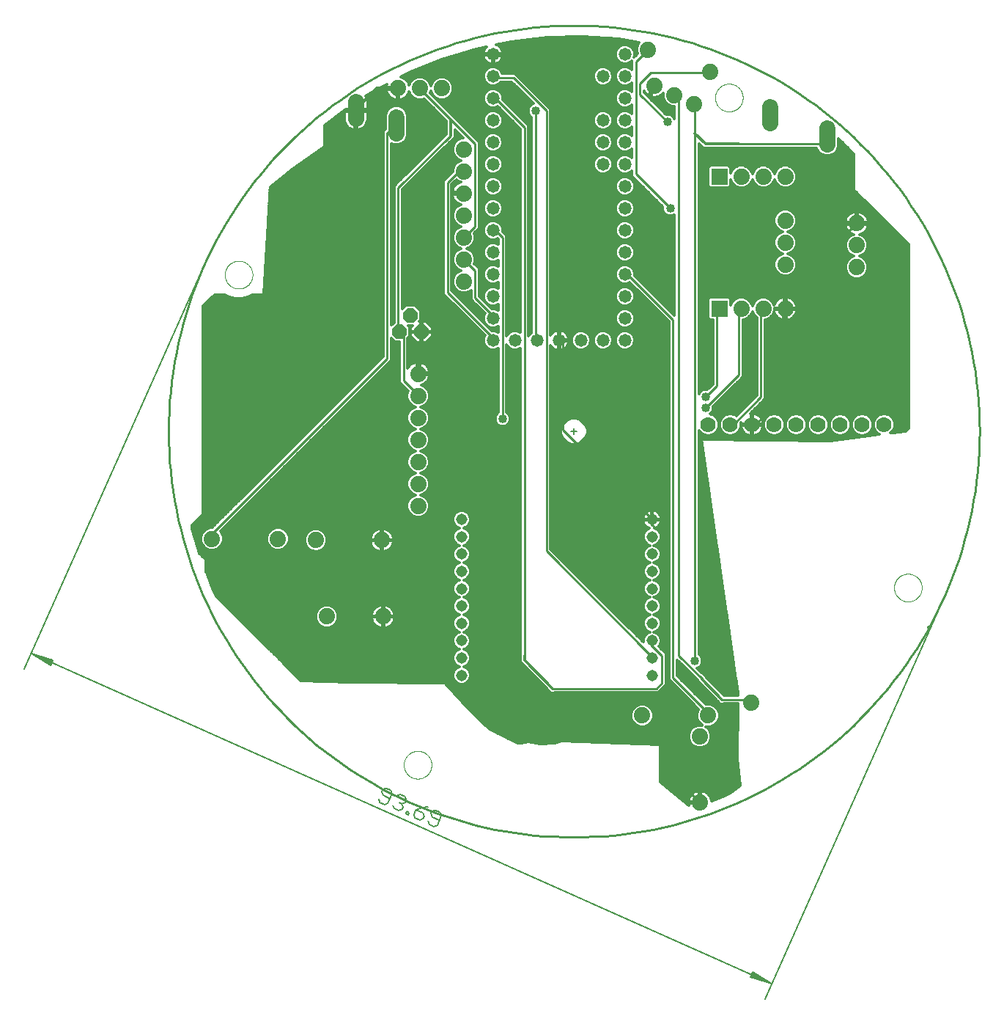
<source format=gbl>
G75*
%MOIN*%
%OFA0B0*%
%FSLAX25Y25*%
%IPPOS*%
%LPD*%
%AMOC8*
5,1,8,0,0,1.08239X$1,22.5*
%
%ADD10C,0.01000*%
%ADD11C,0.01600*%
%ADD12C,0.00000*%
%ADD13C,0.00512*%
%ADD14C,0.00600*%
%ADD15C,0.07000*%
%ADD16C,0.05800*%
%ADD17C,0.05150*%
%ADD18C,0.07400*%
%ADD19R,0.07400X0.07400*%
%ADD20C,0.07400*%
%ADD21OC8,0.06600*%
%ADD22C,0.01200*%
%ADD23C,0.04000*%
D10*
X0086603Y0210387D02*
X0086203Y0212387D01*
X0166203Y0292387D01*
X0166203Y0394887D01*
X0168703Y0397387D01*
X0170403Y0398287D01*
X0153703Y0407387D02*
X0152003Y0405087D01*
X0181103Y0415087D02*
X0181203Y0414887D01*
X0195053Y0401037D01*
X0206203Y0389887D01*
X0206203Y0352387D01*
X0201203Y0347387D01*
X0201103Y0347387D01*
X0201203Y0337387D02*
X0201103Y0337387D01*
X0201203Y0337387D02*
X0206203Y0332387D01*
X0206203Y0319887D01*
X0213703Y0312387D01*
X0214403Y0310587D01*
X0213703Y0302387D02*
X0214403Y0300587D01*
X0213703Y0302387D02*
X0193703Y0322387D01*
X0193703Y0372387D01*
X0198703Y0377387D01*
X0201103Y0377387D01*
X0195003Y0393687D02*
X0171203Y0369887D01*
X0171203Y0304887D01*
X0171803Y0304487D01*
X0173703Y0302387D01*
X0173703Y0282387D01*
X0178703Y0277387D01*
X0180303Y0275387D01*
X0180303Y0285387D02*
X0181203Y0287387D01*
X0181203Y0302387D01*
X0181803Y0304487D01*
X0218703Y0264887D02*
X0218703Y0347387D01*
X0216203Y0349887D01*
X0214403Y0350587D01*
X0228703Y0397387D02*
X0216203Y0409887D01*
X0214403Y0410587D01*
X0216203Y0419887D02*
X0214403Y0420587D01*
X0216203Y0419887D02*
X0223703Y0419887D01*
X0238703Y0404887D01*
X0238703Y0204887D01*
X0286203Y0157387D01*
X0286710Y0156228D01*
X0291203Y0157387D02*
X0286203Y0162387D01*
X0286710Y0164102D01*
X0291203Y0157387D02*
X0291203Y0144887D01*
X0288703Y0142387D01*
X0241603Y0142387D01*
X0228703Y0157087D02*
X0228703Y0397387D01*
X0233703Y0404887D02*
X0233703Y0302387D01*
X0234403Y0300587D01*
X0243703Y0302387D02*
X0244403Y0300587D01*
X0246203Y0299887D01*
X0246203Y0259887D01*
X0286203Y0219887D01*
X0286710Y0219220D01*
X0286203Y0217387D01*
X0293703Y0209887D01*
X0293703Y0107387D01*
X0312203Y0130087D02*
X0311203Y0132387D01*
X0296203Y0147387D01*
X0296203Y0309887D01*
X0276203Y0329887D01*
X0274403Y0330587D01*
X0294953Y0360512D02*
X0279328Y0376137D01*
X0279328Y0427387D01*
X0284328Y0432387D01*
X0284908Y0432717D01*
X0286203Y0422387D02*
X0311203Y0422387D01*
X0313099Y0422456D01*
X0305929Y0407834D02*
X0306203Y0407387D01*
X0306203Y0394687D01*
X0306203Y0154887D01*
X0298703Y0157387D02*
X0309303Y0146787D01*
X0318503Y0137387D02*
X0331203Y0137387D01*
X0298703Y0157387D02*
X0298703Y0409887D01*
X0296866Y0412060D01*
X0286203Y0422387D02*
X0281203Y0417387D01*
X0281203Y0412387D01*
X0293703Y0399887D01*
X0326103Y0389887D02*
X0366203Y0389887D01*
X0366403Y0389587D01*
X0379328Y0353637D02*
X0379803Y0353787D01*
X0379328Y0353637D02*
X0347453Y0321762D01*
X0347453Y0315512D01*
X0347303Y0314987D01*
X0346203Y0314887D01*
X0346203Y0274887D01*
X0333703Y0262387D01*
X0332203Y0262287D01*
X0323703Y0262387D02*
X0322203Y0262287D01*
X0323703Y0262387D02*
X0336203Y0274887D01*
X0336203Y0314887D01*
X0337303Y0314987D01*
X0327303Y0314987D02*
X0326203Y0314887D01*
X0326203Y0284887D01*
X0311203Y0269887D01*
X0311203Y0274887D02*
X0316203Y0279887D01*
X0316203Y0314887D01*
X0317303Y0314987D01*
X0066778Y0259287D02*
X0066834Y0263813D01*
X0067000Y0268336D01*
X0067278Y0272854D01*
X0067666Y0277364D01*
X0068165Y0281863D01*
X0068774Y0286348D01*
X0069493Y0290817D01*
X0070322Y0295267D01*
X0071259Y0299695D01*
X0072305Y0304099D01*
X0073459Y0308476D01*
X0074719Y0312823D01*
X0076086Y0317138D01*
X0077559Y0321418D01*
X0079136Y0325661D01*
X0080817Y0329863D01*
X0082600Y0334024D01*
X0084485Y0338139D01*
X0086470Y0342207D01*
X0088555Y0346224D01*
X0090737Y0350190D01*
X0093016Y0354100D01*
X0095391Y0357954D01*
X0097859Y0361748D01*
X0100420Y0365480D01*
X0103071Y0369149D01*
X0105812Y0372751D01*
X0108641Y0376285D01*
X0111555Y0379748D01*
X0114553Y0383139D01*
X0117634Y0386456D01*
X0120795Y0389695D01*
X0124034Y0392856D01*
X0127351Y0395937D01*
X0130742Y0398935D01*
X0134205Y0401849D01*
X0137739Y0404678D01*
X0141341Y0407419D01*
X0145010Y0410070D01*
X0148742Y0412631D01*
X0152536Y0415099D01*
X0156390Y0417474D01*
X0160300Y0419753D01*
X0164266Y0421935D01*
X0168283Y0424020D01*
X0172351Y0426005D01*
X0176466Y0427890D01*
X0180627Y0429673D01*
X0184829Y0431354D01*
X0189072Y0432931D01*
X0193352Y0434404D01*
X0197667Y0435771D01*
X0202014Y0437031D01*
X0206391Y0438185D01*
X0210795Y0439231D01*
X0215223Y0440168D01*
X0219673Y0440997D01*
X0224142Y0441716D01*
X0228627Y0442325D01*
X0233126Y0442824D01*
X0237636Y0443212D01*
X0242154Y0443490D01*
X0246677Y0443656D01*
X0251203Y0443712D01*
X0255729Y0443656D01*
X0260252Y0443490D01*
X0264770Y0443212D01*
X0269280Y0442824D01*
X0273779Y0442325D01*
X0278264Y0441716D01*
X0282733Y0440997D01*
X0287183Y0440168D01*
X0291611Y0439231D01*
X0296015Y0438185D01*
X0300392Y0437031D01*
X0304739Y0435771D01*
X0309054Y0434404D01*
X0313334Y0432931D01*
X0317577Y0431354D01*
X0321779Y0429673D01*
X0325940Y0427890D01*
X0330055Y0426005D01*
X0334123Y0424020D01*
X0338140Y0421935D01*
X0342106Y0419753D01*
X0346016Y0417474D01*
X0349870Y0415099D01*
X0353664Y0412631D01*
X0357396Y0410070D01*
X0361065Y0407419D01*
X0364667Y0404678D01*
X0368201Y0401849D01*
X0371664Y0398935D01*
X0375055Y0395937D01*
X0378372Y0392856D01*
X0381611Y0389695D01*
X0384772Y0386456D01*
X0387853Y0383139D01*
X0390851Y0379748D01*
X0393765Y0376285D01*
X0396594Y0372751D01*
X0399335Y0369149D01*
X0401986Y0365480D01*
X0404547Y0361748D01*
X0407015Y0357954D01*
X0409390Y0354100D01*
X0411669Y0350190D01*
X0413851Y0346224D01*
X0415936Y0342207D01*
X0417921Y0338139D01*
X0419806Y0334024D01*
X0421589Y0329863D01*
X0423270Y0325661D01*
X0424847Y0321418D01*
X0426320Y0317138D01*
X0427687Y0312823D01*
X0428947Y0308476D01*
X0430101Y0304099D01*
X0431147Y0299695D01*
X0432084Y0295267D01*
X0432913Y0290817D01*
X0433632Y0286348D01*
X0434241Y0281863D01*
X0434740Y0277364D01*
X0435128Y0272854D01*
X0435406Y0268336D01*
X0435572Y0263813D01*
X0435628Y0259287D01*
X0435572Y0254761D01*
X0435406Y0250238D01*
X0435128Y0245720D01*
X0434740Y0241210D01*
X0434241Y0236711D01*
X0433632Y0232226D01*
X0432913Y0227757D01*
X0432084Y0223307D01*
X0431147Y0218879D01*
X0430101Y0214475D01*
X0428947Y0210098D01*
X0427687Y0205751D01*
X0426320Y0201436D01*
X0424847Y0197156D01*
X0423270Y0192913D01*
X0421589Y0188711D01*
X0419806Y0184550D01*
X0417921Y0180435D01*
X0415936Y0176367D01*
X0413851Y0172350D01*
X0411669Y0168384D01*
X0409390Y0164474D01*
X0407015Y0160620D01*
X0404547Y0156826D01*
X0401986Y0153094D01*
X0399335Y0149425D01*
X0396594Y0145823D01*
X0393765Y0142289D01*
X0390851Y0138826D01*
X0387853Y0135435D01*
X0384772Y0132118D01*
X0381611Y0128879D01*
X0378372Y0125718D01*
X0375055Y0122637D01*
X0371664Y0119639D01*
X0368201Y0116725D01*
X0364667Y0113896D01*
X0361065Y0111155D01*
X0357396Y0108504D01*
X0353664Y0105943D01*
X0349870Y0103475D01*
X0346016Y0101100D01*
X0342106Y0098821D01*
X0338140Y0096639D01*
X0334123Y0094554D01*
X0330055Y0092569D01*
X0325940Y0090684D01*
X0321779Y0088901D01*
X0317577Y0087220D01*
X0313334Y0085643D01*
X0309054Y0084170D01*
X0304739Y0082803D01*
X0300392Y0081543D01*
X0296015Y0080389D01*
X0291611Y0079343D01*
X0287183Y0078406D01*
X0282733Y0077577D01*
X0278264Y0076858D01*
X0273779Y0076249D01*
X0269280Y0075750D01*
X0264770Y0075362D01*
X0260252Y0075084D01*
X0255729Y0074918D01*
X0251203Y0074862D01*
X0246677Y0074918D01*
X0242154Y0075084D01*
X0237636Y0075362D01*
X0233126Y0075750D01*
X0228627Y0076249D01*
X0224142Y0076858D01*
X0219673Y0077577D01*
X0215223Y0078406D01*
X0210795Y0079343D01*
X0206391Y0080389D01*
X0202014Y0081543D01*
X0197667Y0082803D01*
X0193352Y0084170D01*
X0189072Y0085643D01*
X0184829Y0087220D01*
X0180627Y0088901D01*
X0176466Y0090684D01*
X0172351Y0092569D01*
X0168283Y0094554D01*
X0164266Y0096639D01*
X0160300Y0098821D01*
X0156390Y0101100D01*
X0152536Y0103475D01*
X0148742Y0105943D01*
X0145010Y0108504D01*
X0141341Y0111155D01*
X0137739Y0113896D01*
X0134205Y0116725D01*
X0130742Y0119639D01*
X0127351Y0122637D01*
X0124034Y0125718D01*
X0120795Y0128879D01*
X0117634Y0132118D01*
X0114553Y0135435D01*
X0111555Y0138826D01*
X0108641Y0142289D01*
X0105812Y0145823D01*
X0103071Y0149425D01*
X0100420Y0153094D01*
X0097859Y0156826D01*
X0095391Y0160620D01*
X0093016Y0164474D01*
X0090737Y0168384D01*
X0088555Y0172350D01*
X0086470Y0176367D01*
X0084485Y0180435D01*
X0082600Y0184550D01*
X0080817Y0188711D01*
X0079136Y0192913D01*
X0077559Y0197156D01*
X0076086Y0201436D01*
X0074719Y0205751D01*
X0073459Y0210098D01*
X0072305Y0214475D01*
X0071259Y0218879D01*
X0070322Y0223307D01*
X0069493Y0227757D01*
X0068774Y0232226D01*
X0068165Y0236711D01*
X0067666Y0241210D01*
X0067278Y0245720D01*
X0067000Y0250238D01*
X0066834Y0254761D01*
X0066778Y0259287D01*
X0214403Y0430587D02*
X0216203Y0429887D01*
X0236003Y0429887D01*
X0243703Y0425187D02*
X0243703Y0302387D01*
D11*
X0331203Y0137387D02*
X0331203Y0135987D01*
X0331803Y0135987D01*
X0412477Y0170288D02*
X0412519Y0170379D01*
D12*
X0396804Y0188187D02*
X0396806Y0188345D01*
X0396812Y0188503D01*
X0396822Y0188661D01*
X0396836Y0188819D01*
X0396854Y0188976D01*
X0396875Y0189133D01*
X0396901Y0189289D01*
X0396931Y0189445D01*
X0396964Y0189600D01*
X0397002Y0189753D01*
X0397043Y0189906D01*
X0397088Y0190058D01*
X0397137Y0190209D01*
X0397190Y0190358D01*
X0397246Y0190506D01*
X0397306Y0190652D01*
X0397370Y0190797D01*
X0397438Y0190940D01*
X0397509Y0191082D01*
X0397583Y0191222D01*
X0397661Y0191359D01*
X0397743Y0191495D01*
X0397827Y0191629D01*
X0397916Y0191760D01*
X0398007Y0191889D01*
X0398102Y0192016D01*
X0398199Y0192141D01*
X0398300Y0192263D01*
X0398404Y0192382D01*
X0398511Y0192499D01*
X0398621Y0192613D01*
X0398734Y0192724D01*
X0398849Y0192833D01*
X0398967Y0192938D01*
X0399088Y0193040D01*
X0399211Y0193140D01*
X0399337Y0193236D01*
X0399465Y0193329D01*
X0399595Y0193419D01*
X0399728Y0193505D01*
X0399863Y0193589D01*
X0399999Y0193668D01*
X0400138Y0193745D01*
X0400279Y0193817D01*
X0400421Y0193887D01*
X0400565Y0193952D01*
X0400711Y0194014D01*
X0400858Y0194072D01*
X0401007Y0194127D01*
X0401157Y0194178D01*
X0401308Y0194225D01*
X0401460Y0194268D01*
X0401613Y0194307D01*
X0401768Y0194343D01*
X0401923Y0194374D01*
X0402079Y0194402D01*
X0402235Y0194426D01*
X0402392Y0194446D01*
X0402550Y0194462D01*
X0402707Y0194474D01*
X0402866Y0194482D01*
X0403024Y0194486D01*
X0403182Y0194486D01*
X0403340Y0194482D01*
X0403499Y0194474D01*
X0403656Y0194462D01*
X0403814Y0194446D01*
X0403971Y0194426D01*
X0404127Y0194402D01*
X0404283Y0194374D01*
X0404438Y0194343D01*
X0404593Y0194307D01*
X0404746Y0194268D01*
X0404898Y0194225D01*
X0405049Y0194178D01*
X0405199Y0194127D01*
X0405348Y0194072D01*
X0405495Y0194014D01*
X0405641Y0193952D01*
X0405785Y0193887D01*
X0405927Y0193817D01*
X0406068Y0193745D01*
X0406207Y0193668D01*
X0406343Y0193589D01*
X0406478Y0193505D01*
X0406611Y0193419D01*
X0406741Y0193329D01*
X0406869Y0193236D01*
X0406995Y0193140D01*
X0407118Y0193040D01*
X0407239Y0192938D01*
X0407357Y0192833D01*
X0407472Y0192724D01*
X0407585Y0192613D01*
X0407695Y0192499D01*
X0407802Y0192382D01*
X0407906Y0192263D01*
X0408007Y0192141D01*
X0408104Y0192016D01*
X0408199Y0191889D01*
X0408290Y0191760D01*
X0408379Y0191629D01*
X0408463Y0191495D01*
X0408545Y0191359D01*
X0408623Y0191222D01*
X0408697Y0191082D01*
X0408768Y0190940D01*
X0408836Y0190797D01*
X0408900Y0190652D01*
X0408960Y0190506D01*
X0409016Y0190358D01*
X0409069Y0190209D01*
X0409118Y0190058D01*
X0409163Y0189906D01*
X0409204Y0189753D01*
X0409242Y0189600D01*
X0409275Y0189445D01*
X0409305Y0189289D01*
X0409331Y0189133D01*
X0409352Y0188976D01*
X0409370Y0188819D01*
X0409384Y0188661D01*
X0409394Y0188503D01*
X0409400Y0188345D01*
X0409402Y0188187D01*
X0409400Y0188029D01*
X0409394Y0187871D01*
X0409384Y0187713D01*
X0409370Y0187555D01*
X0409352Y0187398D01*
X0409331Y0187241D01*
X0409305Y0187085D01*
X0409275Y0186929D01*
X0409242Y0186774D01*
X0409204Y0186621D01*
X0409163Y0186468D01*
X0409118Y0186316D01*
X0409069Y0186165D01*
X0409016Y0186016D01*
X0408960Y0185868D01*
X0408900Y0185722D01*
X0408836Y0185577D01*
X0408768Y0185434D01*
X0408697Y0185292D01*
X0408623Y0185152D01*
X0408545Y0185015D01*
X0408463Y0184879D01*
X0408379Y0184745D01*
X0408290Y0184614D01*
X0408199Y0184485D01*
X0408104Y0184358D01*
X0408007Y0184233D01*
X0407906Y0184111D01*
X0407802Y0183992D01*
X0407695Y0183875D01*
X0407585Y0183761D01*
X0407472Y0183650D01*
X0407357Y0183541D01*
X0407239Y0183436D01*
X0407118Y0183334D01*
X0406995Y0183234D01*
X0406869Y0183138D01*
X0406741Y0183045D01*
X0406611Y0182955D01*
X0406478Y0182869D01*
X0406343Y0182785D01*
X0406207Y0182706D01*
X0406068Y0182629D01*
X0405927Y0182557D01*
X0405785Y0182487D01*
X0405641Y0182422D01*
X0405495Y0182360D01*
X0405348Y0182302D01*
X0405199Y0182247D01*
X0405049Y0182196D01*
X0404898Y0182149D01*
X0404746Y0182106D01*
X0404593Y0182067D01*
X0404438Y0182031D01*
X0404283Y0182000D01*
X0404127Y0181972D01*
X0403971Y0181948D01*
X0403814Y0181928D01*
X0403656Y0181912D01*
X0403499Y0181900D01*
X0403340Y0181892D01*
X0403182Y0181888D01*
X0403024Y0181888D01*
X0402866Y0181892D01*
X0402707Y0181900D01*
X0402550Y0181912D01*
X0402392Y0181928D01*
X0402235Y0181948D01*
X0402079Y0181972D01*
X0401923Y0182000D01*
X0401768Y0182031D01*
X0401613Y0182067D01*
X0401460Y0182106D01*
X0401308Y0182149D01*
X0401157Y0182196D01*
X0401007Y0182247D01*
X0400858Y0182302D01*
X0400711Y0182360D01*
X0400565Y0182422D01*
X0400421Y0182487D01*
X0400279Y0182557D01*
X0400138Y0182629D01*
X0399999Y0182706D01*
X0399863Y0182785D01*
X0399728Y0182869D01*
X0399595Y0182955D01*
X0399465Y0183045D01*
X0399337Y0183138D01*
X0399211Y0183234D01*
X0399088Y0183334D01*
X0398967Y0183436D01*
X0398849Y0183541D01*
X0398734Y0183650D01*
X0398621Y0183761D01*
X0398511Y0183875D01*
X0398404Y0183992D01*
X0398300Y0184111D01*
X0398199Y0184233D01*
X0398102Y0184358D01*
X0398007Y0184485D01*
X0397916Y0184614D01*
X0397827Y0184745D01*
X0397743Y0184879D01*
X0397661Y0185015D01*
X0397583Y0185152D01*
X0397509Y0185292D01*
X0397438Y0185434D01*
X0397370Y0185577D01*
X0397306Y0185722D01*
X0397246Y0185868D01*
X0397190Y0186016D01*
X0397137Y0186165D01*
X0397088Y0186316D01*
X0397043Y0186468D01*
X0397002Y0186621D01*
X0396964Y0186774D01*
X0396931Y0186929D01*
X0396901Y0187085D01*
X0396875Y0187241D01*
X0396854Y0187398D01*
X0396836Y0187555D01*
X0396822Y0187713D01*
X0396812Y0187871D01*
X0396806Y0188029D01*
X0396804Y0188187D01*
X0173804Y0107687D02*
X0173806Y0107845D01*
X0173812Y0108003D01*
X0173822Y0108161D01*
X0173836Y0108319D01*
X0173854Y0108476D01*
X0173875Y0108633D01*
X0173901Y0108789D01*
X0173931Y0108945D01*
X0173964Y0109100D01*
X0174002Y0109253D01*
X0174043Y0109406D01*
X0174088Y0109558D01*
X0174137Y0109709D01*
X0174190Y0109858D01*
X0174246Y0110006D01*
X0174306Y0110152D01*
X0174370Y0110297D01*
X0174438Y0110440D01*
X0174509Y0110582D01*
X0174583Y0110722D01*
X0174661Y0110859D01*
X0174743Y0110995D01*
X0174827Y0111129D01*
X0174916Y0111260D01*
X0175007Y0111389D01*
X0175102Y0111516D01*
X0175199Y0111641D01*
X0175300Y0111763D01*
X0175404Y0111882D01*
X0175511Y0111999D01*
X0175621Y0112113D01*
X0175734Y0112224D01*
X0175849Y0112333D01*
X0175967Y0112438D01*
X0176088Y0112540D01*
X0176211Y0112640D01*
X0176337Y0112736D01*
X0176465Y0112829D01*
X0176595Y0112919D01*
X0176728Y0113005D01*
X0176863Y0113089D01*
X0176999Y0113168D01*
X0177138Y0113245D01*
X0177279Y0113317D01*
X0177421Y0113387D01*
X0177565Y0113452D01*
X0177711Y0113514D01*
X0177858Y0113572D01*
X0178007Y0113627D01*
X0178157Y0113678D01*
X0178308Y0113725D01*
X0178460Y0113768D01*
X0178613Y0113807D01*
X0178768Y0113843D01*
X0178923Y0113874D01*
X0179079Y0113902D01*
X0179235Y0113926D01*
X0179392Y0113946D01*
X0179550Y0113962D01*
X0179707Y0113974D01*
X0179866Y0113982D01*
X0180024Y0113986D01*
X0180182Y0113986D01*
X0180340Y0113982D01*
X0180499Y0113974D01*
X0180656Y0113962D01*
X0180814Y0113946D01*
X0180971Y0113926D01*
X0181127Y0113902D01*
X0181283Y0113874D01*
X0181438Y0113843D01*
X0181593Y0113807D01*
X0181746Y0113768D01*
X0181898Y0113725D01*
X0182049Y0113678D01*
X0182199Y0113627D01*
X0182348Y0113572D01*
X0182495Y0113514D01*
X0182641Y0113452D01*
X0182785Y0113387D01*
X0182927Y0113317D01*
X0183068Y0113245D01*
X0183207Y0113168D01*
X0183343Y0113089D01*
X0183478Y0113005D01*
X0183611Y0112919D01*
X0183741Y0112829D01*
X0183869Y0112736D01*
X0183995Y0112640D01*
X0184118Y0112540D01*
X0184239Y0112438D01*
X0184357Y0112333D01*
X0184472Y0112224D01*
X0184585Y0112113D01*
X0184695Y0111999D01*
X0184802Y0111882D01*
X0184906Y0111763D01*
X0185007Y0111641D01*
X0185104Y0111516D01*
X0185199Y0111389D01*
X0185290Y0111260D01*
X0185379Y0111129D01*
X0185463Y0110995D01*
X0185545Y0110859D01*
X0185623Y0110722D01*
X0185697Y0110582D01*
X0185768Y0110440D01*
X0185836Y0110297D01*
X0185900Y0110152D01*
X0185960Y0110006D01*
X0186016Y0109858D01*
X0186069Y0109709D01*
X0186118Y0109558D01*
X0186163Y0109406D01*
X0186204Y0109253D01*
X0186242Y0109100D01*
X0186275Y0108945D01*
X0186305Y0108789D01*
X0186331Y0108633D01*
X0186352Y0108476D01*
X0186370Y0108319D01*
X0186384Y0108161D01*
X0186394Y0108003D01*
X0186400Y0107845D01*
X0186402Y0107687D01*
X0186400Y0107529D01*
X0186394Y0107371D01*
X0186384Y0107213D01*
X0186370Y0107055D01*
X0186352Y0106898D01*
X0186331Y0106741D01*
X0186305Y0106585D01*
X0186275Y0106429D01*
X0186242Y0106274D01*
X0186204Y0106121D01*
X0186163Y0105968D01*
X0186118Y0105816D01*
X0186069Y0105665D01*
X0186016Y0105516D01*
X0185960Y0105368D01*
X0185900Y0105222D01*
X0185836Y0105077D01*
X0185768Y0104934D01*
X0185697Y0104792D01*
X0185623Y0104652D01*
X0185545Y0104515D01*
X0185463Y0104379D01*
X0185379Y0104245D01*
X0185290Y0104114D01*
X0185199Y0103985D01*
X0185104Y0103858D01*
X0185007Y0103733D01*
X0184906Y0103611D01*
X0184802Y0103492D01*
X0184695Y0103375D01*
X0184585Y0103261D01*
X0184472Y0103150D01*
X0184357Y0103041D01*
X0184239Y0102936D01*
X0184118Y0102834D01*
X0183995Y0102734D01*
X0183869Y0102638D01*
X0183741Y0102545D01*
X0183611Y0102455D01*
X0183478Y0102369D01*
X0183343Y0102285D01*
X0183207Y0102206D01*
X0183068Y0102129D01*
X0182927Y0102057D01*
X0182785Y0101987D01*
X0182641Y0101922D01*
X0182495Y0101860D01*
X0182348Y0101802D01*
X0182199Y0101747D01*
X0182049Y0101696D01*
X0181898Y0101649D01*
X0181746Y0101606D01*
X0181593Y0101567D01*
X0181438Y0101531D01*
X0181283Y0101500D01*
X0181127Y0101472D01*
X0180971Y0101448D01*
X0180814Y0101428D01*
X0180656Y0101412D01*
X0180499Y0101400D01*
X0180340Y0101392D01*
X0180182Y0101388D01*
X0180024Y0101388D01*
X0179866Y0101392D01*
X0179707Y0101400D01*
X0179550Y0101412D01*
X0179392Y0101428D01*
X0179235Y0101448D01*
X0179079Y0101472D01*
X0178923Y0101500D01*
X0178768Y0101531D01*
X0178613Y0101567D01*
X0178460Y0101606D01*
X0178308Y0101649D01*
X0178157Y0101696D01*
X0178007Y0101747D01*
X0177858Y0101802D01*
X0177711Y0101860D01*
X0177565Y0101922D01*
X0177421Y0101987D01*
X0177279Y0102057D01*
X0177138Y0102129D01*
X0176999Y0102206D01*
X0176863Y0102285D01*
X0176728Y0102369D01*
X0176595Y0102455D01*
X0176465Y0102545D01*
X0176337Y0102638D01*
X0176211Y0102734D01*
X0176088Y0102834D01*
X0175967Y0102936D01*
X0175849Y0103041D01*
X0175734Y0103150D01*
X0175621Y0103261D01*
X0175511Y0103375D01*
X0175404Y0103492D01*
X0175300Y0103611D01*
X0175199Y0103733D01*
X0175102Y0103858D01*
X0175007Y0103985D01*
X0174916Y0104114D01*
X0174827Y0104245D01*
X0174743Y0104379D01*
X0174661Y0104515D01*
X0174583Y0104652D01*
X0174509Y0104792D01*
X0174438Y0104934D01*
X0174370Y0105077D01*
X0174306Y0105222D01*
X0174246Y0105368D01*
X0174190Y0105516D01*
X0174137Y0105665D01*
X0174088Y0105816D01*
X0174043Y0105968D01*
X0174002Y0106121D01*
X0173964Y0106274D01*
X0173931Y0106429D01*
X0173901Y0106585D01*
X0173875Y0106741D01*
X0173854Y0106898D01*
X0173836Y0107055D01*
X0173822Y0107213D01*
X0173812Y0107371D01*
X0173806Y0107529D01*
X0173804Y0107687D01*
X0092404Y0330387D02*
X0092406Y0330545D01*
X0092412Y0330703D01*
X0092422Y0330861D01*
X0092436Y0331019D01*
X0092454Y0331176D01*
X0092475Y0331333D01*
X0092501Y0331489D01*
X0092531Y0331645D01*
X0092564Y0331800D01*
X0092602Y0331953D01*
X0092643Y0332106D01*
X0092688Y0332258D01*
X0092737Y0332409D01*
X0092790Y0332558D01*
X0092846Y0332706D01*
X0092906Y0332852D01*
X0092970Y0332997D01*
X0093038Y0333140D01*
X0093109Y0333282D01*
X0093183Y0333422D01*
X0093261Y0333559D01*
X0093343Y0333695D01*
X0093427Y0333829D01*
X0093516Y0333960D01*
X0093607Y0334089D01*
X0093702Y0334216D01*
X0093799Y0334341D01*
X0093900Y0334463D01*
X0094004Y0334582D01*
X0094111Y0334699D01*
X0094221Y0334813D01*
X0094334Y0334924D01*
X0094449Y0335033D01*
X0094567Y0335138D01*
X0094688Y0335240D01*
X0094811Y0335340D01*
X0094937Y0335436D01*
X0095065Y0335529D01*
X0095195Y0335619D01*
X0095328Y0335705D01*
X0095463Y0335789D01*
X0095599Y0335868D01*
X0095738Y0335945D01*
X0095879Y0336017D01*
X0096021Y0336087D01*
X0096165Y0336152D01*
X0096311Y0336214D01*
X0096458Y0336272D01*
X0096607Y0336327D01*
X0096757Y0336378D01*
X0096908Y0336425D01*
X0097060Y0336468D01*
X0097213Y0336507D01*
X0097368Y0336543D01*
X0097523Y0336574D01*
X0097679Y0336602D01*
X0097835Y0336626D01*
X0097992Y0336646D01*
X0098150Y0336662D01*
X0098307Y0336674D01*
X0098466Y0336682D01*
X0098624Y0336686D01*
X0098782Y0336686D01*
X0098940Y0336682D01*
X0099099Y0336674D01*
X0099256Y0336662D01*
X0099414Y0336646D01*
X0099571Y0336626D01*
X0099727Y0336602D01*
X0099883Y0336574D01*
X0100038Y0336543D01*
X0100193Y0336507D01*
X0100346Y0336468D01*
X0100498Y0336425D01*
X0100649Y0336378D01*
X0100799Y0336327D01*
X0100948Y0336272D01*
X0101095Y0336214D01*
X0101241Y0336152D01*
X0101385Y0336087D01*
X0101527Y0336017D01*
X0101668Y0335945D01*
X0101807Y0335868D01*
X0101943Y0335789D01*
X0102078Y0335705D01*
X0102211Y0335619D01*
X0102341Y0335529D01*
X0102469Y0335436D01*
X0102595Y0335340D01*
X0102718Y0335240D01*
X0102839Y0335138D01*
X0102957Y0335033D01*
X0103072Y0334924D01*
X0103185Y0334813D01*
X0103295Y0334699D01*
X0103402Y0334582D01*
X0103506Y0334463D01*
X0103607Y0334341D01*
X0103704Y0334216D01*
X0103799Y0334089D01*
X0103890Y0333960D01*
X0103979Y0333829D01*
X0104063Y0333695D01*
X0104145Y0333559D01*
X0104223Y0333422D01*
X0104297Y0333282D01*
X0104368Y0333140D01*
X0104436Y0332997D01*
X0104500Y0332852D01*
X0104560Y0332706D01*
X0104616Y0332558D01*
X0104669Y0332409D01*
X0104718Y0332258D01*
X0104763Y0332106D01*
X0104804Y0331953D01*
X0104842Y0331800D01*
X0104875Y0331645D01*
X0104905Y0331489D01*
X0104931Y0331333D01*
X0104952Y0331176D01*
X0104970Y0331019D01*
X0104984Y0330861D01*
X0104994Y0330703D01*
X0105000Y0330545D01*
X0105002Y0330387D01*
X0105000Y0330229D01*
X0104994Y0330071D01*
X0104984Y0329913D01*
X0104970Y0329755D01*
X0104952Y0329598D01*
X0104931Y0329441D01*
X0104905Y0329285D01*
X0104875Y0329129D01*
X0104842Y0328974D01*
X0104804Y0328821D01*
X0104763Y0328668D01*
X0104718Y0328516D01*
X0104669Y0328365D01*
X0104616Y0328216D01*
X0104560Y0328068D01*
X0104500Y0327922D01*
X0104436Y0327777D01*
X0104368Y0327634D01*
X0104297Y0327492D01*
X0104223Y0327352D01*
X0104145Y0327215D01*
X0104063Y0327079D01*
X0103979Y0326945D01*
X0103890Y0326814D01*
X0103799Y0326685D01*
X0103704Y0326558D01*
X0103607Y0326433D01*
X0103506Y0326311D01*
X0103402Y0326192D01*
X0103295Y0326075D01*
X0103185Y0325961D01*
X0103072Y0325850D01*
X0102957Y0325741D01*
X0102839Y0325636D01*
X0102718Y0325534D01*
X0102595Y0325434D01*
X0102469Y0325338D01*
X0102341Y0325245D01*
X0102211Y0325155D01*
X0102078Y0325069D01*
X0101943Y0324985D01*
X0101807Y0324906D01*
X0101668Y0324829D01*
X0101527Y0324757D01*
X0101385Y0324687D01*
X0101241Y0324622D01*
X0101095Y0324560D01*
X0100948Y0324502D01*
X0100799Y0324447D01*
X0100649Y0324396D01*
X0100498Y0324349D01*
X0100346Y0324306D01*
X0100193Y0324267D01*
X0100038Y0324231D01*
X0099883Y0324200D01*
X0099727Y0324172D01*
X0099571Y0324148D01*
X0099414Y0324128D01*
X0099256Y0324112D01*
X0099099Y0324100D01*
X0098940Y0324092D01*
X0098782Y0324088D01*
X0098624Y0324088D01*
X0098466Y0324092D01*
X0098307Y0324100D01*
X0098150Y0324112D01*
X0097992Y0324128D01*
X0097835Y0324148D01*
X0097679Y0324172D01*
X0097523Y0324200D01*
X0097368Y0324231D01*
X0097213Y0324267D01*
X0097060Y0324306D01*
X0096908Y0324349D01*
X0096757Y0324396D01*
X0096607Y0324447D01*
X0096458Y0324502D01*
X0096311Y0324560D01*
X0096165Y0324622D01*
X0096021Y0324687D01*
X0095879Y0324757D01*
X0095738Y0324829D01*
X0095599Y0324906D01*
X0095463Y0324985D01*
X0095328Y0325069D01*
X0095195Y0325155D01*
X0095065Y0325245D01*
X0094937Y0325338D01*
X0094811Y0325434D01*
X0094688Y0325534D01*
X0094567Y0325636D01*
X0094449Y0325741D01*
X0094334Y0325850D01*
X0094221Y0325961D01*
X0094111Y0326075D01*
X0094004Y0326192D01*
X0093900Y0326311D01*
X0093799Y0326433D01*
X0093702Y0326558D01*
X0093607Y0326685D01*
X0093516Y0326814D01*
X0093427Y0326945D01*
X0093343Y0327079D01*
X0093261Y0327215D01*
X0093183Y0327352D01*
X0093109Y0327492D01*
X0093038Y0327634D01*
X0092970Y0327777D01*
X0092906Y0327922D01*
X0092846Y0328068D01*
X0092790Y0328216D01*
X0092737Y0328365D01*
X0092688Y0328516D01*
X0092643Y0328668D01*
X0092602Y0328821D01*
X0092564Y0328974D01*
X0092531Y0329129D01*
X0092501Y0329285D01*
X0092475Y0329441D01*
X0092454Y0329598D01*
X0092436Y0329755D01*
X0092422Y0329913D01*
X0092412Y0330071D01*
X0092406Y0330229D01*
X0092404Y0330387D01*
X0315404Y0410887D02*
X0315406Y0411045D01*
X0315412Y0411203D01*
X0315422Y0411361D01*
X0315436Y0411519D01*
X0315454Y0411676D01*
X0315475Y0411833D01*
X0315501Y0411989D01*
X0315531Y0412145D01*
X0315564Y0412300D01*
X0315602Y0412453D01*
X0315643Y0412606D01*
X0315688Y0412758D01*
X0315737Y0412909D01*
X0315790Y0413058D01*
X0315846Y0413206D01*
X0315906Y0413352D01*
X0315970Y0413497D01*
X0316038Y0413640D01*
X0316109Y0413782D01*
X0316183Y0413922D01*
X0316261Y0414059D01*
X0316343Y0414195D01*
X0316427Y0414329D01*
X0316516Y0414460D01*
X0316607Y0414589D01*
X0316702Y0414716D01*
X0316799Y0414841D01*
X0316900Y0414963D01*
X0317004Y0415082D01*
X0317111Y0415199D01*
X0317221Y0415313D01*
X0317334Y0415424D01*
X0317449Y0415533D01*
X0317567Y0415638D01*
X0317688Y0415740D01*
X0317811Y0415840D01*
X0317937Y0415936D01*
X0318065Y0416029D01*
X0318195Y0416119D01*
X0318328Y0416205D01*
X0318463Y0416289D01*
X0318599Y0416368D01*
X0318738Y0416445D01*
X0318879Y0416517D01*
X0319021Y0416587D01*
X0319165Y0416652D01*
X0319311Y0416714D01*
X0319458Y0416772D01*
X0319607Y0416827D01*
X0319757Y0416878D01*
X0319908Y0416925D01*
X0320060Y0416968D01*
X0320213Y0417007D01*
X0320368Y0417043D01*
X0320523Y0417074D01*
X0320679Y0417102D01*
X0320835Y0417126D01*
X0320992Y0417146D01*
X0321150Y0417162D01*
X0321307Y0417174D01*
X0321466Y0417182D01*
X0321624Y0417186D01*
X0321782Y0417186D01*
X0321940Y0417182D01*
X0322099Y0417174D01*
X0322256Y0417162D01*
X0322414Y0417146D01*
X0322571Y0417126D01*
X0322727Y0417102D01*
X0322883Y0417074D01*
X0323038Y0417043D01*
X0323193Y0417007D01*
X0323346Y0416968D01*
X0323498Y0416925D01*
X0323649Y0416878D01*
X0323799Y0416827D01*
X0323948Y0416772D01*
X0324095Y0416714D01*
X0324241Y0416652D01*
X0324385Y0416587D01*
X0324527Y0416517D01*
X0324668Y0416445D01*
X0324807Y0416368D01*
X0324943Y0416289D01*
X0325078Y0416205D01*
X0325211Y0416119D01*
X0325341Y0416029D01*
X0325469Y0415936D01*
X0325595Y0415840D01*
X0325718Y0415740D01*
X0325839Y0415638D01*
X0325957Y0415533D01*
X0326072Y0415424D01*
X0326185Y0415313D01*
X0326295Y0415199D01*
X0326402Y0415082D01*
X0326506Y0414963D01*
X0326607Y0414841D01*
X0326704Y0414716D01*
X0326799Y0414589D01*
X0326890Y0414460D01*
X0326979Y0414329D01*
X0327063Y0414195D01*
X0327145Y0414059D01*
X0327223Y0413922D01*
X0327297Y0413782D01*
X0327368Y0413640D01*
X0327436Y0413497D01*
X0327500Y0413352D01*
X0327560Y0413206D01*
X0327616Y0413058D01*
X0327669Y0412909D01*
X0327718Y0412758D01*
X0327763Y0412606D01*
X0327804Y0412453D01*
X0327842Y0412300D01*
X0327875Y0412145D01*
X0327905Y0411989D01*
X0327931Y0411833D01*
X0327952Y0411676D01*
X0327970Y0411519D01*
X0327984Y0411361D01*
X0327994Y0411203D01*
X0328000Y0411045D01*
X0328002Y0410887D01*
X0328000Y0410729D01*
X0327994Y0410571D01*
X0327984Y0410413D01*
X0327970Y0410255D01*
X0327952Y0410098D01*
X0327931Y0409941D01*
X0327905Y0409785D01*
X0327875Y0409629D01*
X0327842Y0409474D01*
X0327804Y0409321D01*
X0327763Y0409168D01*
X0327718Y0409016D01*
X0327669Y0408865D01*
X0327616Y0408716D01*
X0327560Y0408568D01*
X0327500Y0408422D01*
X0327436Y0408277D01*
X0327368Y0408134D01*
X0327297Y0407992D01*
X0327223Y0407852D01*
X0327145Y0407715D01*
X0327063Y0407579D01*
X0326979Y0407445D01*
X0326890Y0407314D01*
X0326799Y0407185D01*
X0326704Y0407058D01*
X0326607Y0406933D01*
X0326506Y0406811D01*
X0326402Y0406692D01*
X0326295Y0406575D01*
X0326185Y0406461D01*
X0326072Y0406350D01*
X0325957Y0406241D01*
X0325839Y0406136D01*
X0325718Y0406034D01*
X0325595Y0405934D01*
X0325469Y0405838D01*
X0325341Y0405745D01*
X0325211Y0405655D01*
X0325078Y0405569D01*
X0324943Y0405485D01*
X0324807Y0405406D01*
X0324668Y0405329D01*
X0324527Y0405257D01*
X0324385Y0405187D01*
X0324241Y0405122D01*
X0324095Y0405060D01*
X0323948Y0405002D01*
X0323799Y0404947D01*
X0323649Y0404896D01*
X0323498Y0404849D01*
X0323346Y0404806D01*
X0323193Y0404767D01*
X0323038Y0404731D01*
X0322883Y0404700D01*
X0322727Y0404672D01*
X0322571Y0404648D01*
X0322414Y0404628D01*
X0322256Y0404612D01*
X0322099Y0404600D01*
X0321940Y0404592D01*
X0321782Y0404588D01*
X0321624Y0404588D01*
X0321466Y0404592D01*
X0321307Y0404600D01*
X0321150Y0404612D01*
X0320992Y0404628D01*
X0320835Y0404648D01*
X0320679Y0404672D01*
X0320523Y0404700D01*
X0320368Y0404731D01*
X0320213Y0404767D01*
X0320060Y0404806D01*
X0319908Y0404849D01*
X0319757Y0404896D01*
X0319607Y0404947D01*
X0319458Y0405002D01*
X0319311Y0405060D01*
X0319165Y0405122D01*
X0319021Y0405187D01*
X0318879Y0405257D01*
X0318738Y0405329D01*
X0318599Y0405406D01*
X0318463Y0405485D01*
X0318328Y0405569D01*
X0318195Y0405655D01*
X0318065Y0405745D01*
X0317937Y0405838D01*
X0317811Y0405934D01*
X0317688Y0406034D01*
X0317567Y0406136D01*
X0317449Y0406241D01*
X0317334Y0406350D01*
X0317221Y0406461D01*
X0317111Y0406575D01*
X0317004Y0406692D01*
X0316900Y0406811D01*
X0316799Y0406933D01*
X0316702Y0407058D01*
X0316607Y0407185D01*
X0316516Y0407314D01*
X0316427Y0407445D01*
X0316343Y0407579D01*
X0316261Y0407715D01*
X0316183Y0407852D01*
X0316109Y0407992D01*
X0316038Y0408134D01*
X0315970Y0408277D01*
X0315906Y0408422D01*
X0315846Y0408568D01*
X0315790Y0408716D01*
X0315737Y0408865D01*
X0315688Y0409016D01*
X0315643Y0409168D01*
X0315602Y0409321D01*
X0315564Y0409474D01*
X0315531Y0409629D01*
X0315501Y0409785D01*
X0315475Y0409941D01*
X0315454Y0410098D01*
X0315436Y0410255D01*
X0315422Y0410413D01*
X0315412Y0410571D01*
X0315406Y0410729D01*
X0315404Y0410887D01*
D13*
X0251203Y0260543D02*
X0251203Y0258030D01*
X0249946Y0259287D02*
X0252460Y0259287D01*
X0419704Y0184319D02*
X0338258Y0001256D01*
X0341145Y0008374D02*
X0331610Y0011496D01*
X0331516Y0011283D02*
X0341145Y0008374D01*
X0332443Y0013366D01*
X0332537Y0013579D02*
X0331516Y0011283D01*
X0331818Y0011963D02*
X0341145Y0008374D01*
X0332234Y0012899D01*
X0332537Y0013579D02*
X0341145Y0008374D01*
X0004610Y0158101D01*
X0013313Y0153109D01*
X0013218Y0152896D02*
X0004610Y0158101D01*
X0014145Y0154979D01*
X0014240Y0155192D02*
X0013218Y0152896D01*
X0013521Y0153576D02*
X0004610Y0158101D01*
X0013937Y0154512D01*
X0014240Y0155192D02*
X0004610Y0158101D01*
X0001256Y0151191D02*
X0082702Y0334254D01*
D14*
X0165761Y0097040D02*
X0164219Y0096448D01*
X0163745Y0095381D01*
X0164336Y0093839D01*
X0167536Y0092415D01*
X0168486Y0094548D02*
X0166587Y0090281D01*
X0165045Y0089689D01*
X0162912Y0090639D01*
X0162320Y0092181D01*
X0165761Y0097040D02*
X0167895Y0096090D01*
X0168486Y0094548D01*
X0170612Y0093601D02*
X0172154Y0094193D01*
X0174287Y0093243D01*
X0174879Y0091702D01*
X0174404Y0090635D01*
X0172863Y0090043D01*
X0173454Y0088502D01*
X0172980Y0087435D01*
X0171438Y0086843D01*
X0169304Y0087793D01*
X0168713Y0089335D01*
X0171796Y0090518D02*
X0172863Y0090043D01*
X0175106Y0086488D02*
X0174631Y0085422D01*
X0175697Y0084947D01*
X0176172Y0086013D01*
X0175106Y0086488D01*
X0178302Y0085065D02*
X0178894Y0083523D01*
X0181027Y0082574D01*
X0182569Y0083165D01*
X0183044Y0084232D01*
X0182452Y0085774D01*
X0179252Y0087198D01*
X0178302Y0085065D01*
X0179252Y0087198D02*
X0182335Y0088382D01*
X0184944Y0088499D01*
X0186595Y0086486D02*
X0186120Y0085419D01*
X0186712Y0083877D01*
X0189912Y0082452D01*
X0188962Y0080319D02*
X0190862Y0084586D01*
X0190270Y0086127D01*
X0188136Y0087077D01*
X0186595Y0086486D01*
X0184695Y0082219D02*
X0185287Y0080677D01*
X0187420Y0079727D01*
X0188962Y0080319D01*
D15*
X0312203Y0262287D03*
X0322203Y0262287D03*
X0332203Y0262287D03*
X0342203Y0262287D03*
X0352203Y0262287D03*
X0362203Y0262287D03*
X0372203Y0262287D03*
X0382203Y0262287D03*
X0392203Y0262287D03*
D16*
X0274403Y0300587D03*
X0274403Y0310587D03*
X0264403Y0300587D03*
X0254403Y0300587D03*
X0244403Y0300587D03*
X0234403Y0300587D03*
X0224403Y0300587D03*
X0214403Y0300587D03*
X0214403Y0310587D03*
X0214403Y0320587D03*
X0214403Y0330587D03*
X0214403Y0340587D03*
X0214403Y0350587D03*
X0214403Y0360587D03*
X0214403Y0370587D03*
X0214403Y0380587D03*
X0214403Y0390587D03*
X0214403Y0400587D03*
X0214403Y0410587D03*
X0214403Y0420587D03*
X0214403Y0430587D03*
X0264403Y0420587D03*
X0274403Y0420587D03*
X0274403Y0430587D03*
X0274403Y0410587D03*
X0274403Y0400587D03*
X0264403Y0400587D03*
X0264403Y0390587D03*
X0274403Y0390587D03*
X0274403Y0380587D03*
X0264403Y0380587D03*
X0274403Y0370587D03*
X0274403Y0360587D03*
X0274403Y0350587D03*
X0274403Y0340587D03*
X0274403Y0330587D03*
X0274403Y0320587D03*
D17*
X0286710Y0219220D03*
X0286710Y0211346D03*
X0286710Y0203472D03*
X0286710Y0195598D03*
X0286710Y0187724D03*
X0286710Y0179850D03*
X0286710Y0171976D03*
X0286710Y0164102D03*
X0286710Y0156228D03*
X0286710Y0148354D03*
X0200096Y0148354D03*
X0200096Y0156228D03*
X0200096Y0164102D03*
X0200096Y0171976D03*
X0200096Y0179850D03*
X0200096Y0187724D03*
X0200096Y0195598D03*
X0200096Y0203472D03*
X0200096Y0211346D03*
X0200096Y0219220D03*
D18*
X0180303Y0225387D03*
X0180303Y0235387D03*
X0180303Y0245387D03*
X0180303Y0255387D03*
X0180303Y0265387D03*
X0180303Y0275387D03*
X0180303Y0285387D03*
X0201103Y0327387D03*
X0201103Y0337387D03*
X0201103Y0347387D03*
X0201103Y0357387D03*
X0201103Y0367387D03*
X0201103Y0377387D03*
X0201103Y0387387D03*
X0191103Y0415087D03*
X0181103Y0415087D03*
X0171103Y0415087D03*
X0284908Y0432717D03*
X0287803Y0416287D03*
X0296866Y0412060D03*
X0305929Y0407834D03*
X0313099Y0422456D03*
X0327303Y0374987D03*
X0337303Y0374987D03*
X0347303Y0374987D03*
X0347303Y0354987D03*
X0347303Y0344987D03*
X0347303Y0334987D03*
X0347303Y0314987D03*
X0337303Y0314987D03*
X0327303Y0314987D03*
X0379803Y0333787D03*
X0379803Y0343787D03*
X0379803Y0353787D03*
X0331803Y0135987D03*
X0312203Y0130087D03*
X0308503Y0120587D03*
X0282203Y0130087D03*
X0308503Y0090587D03*
X0164398Y0175087D03*
X0138808Y0175087D03*
X0133803Y0209787D03*
X0116603Y0210387D03*
X0086603Y0210387D03*
X0163803Y0209787D03*
D19*
X0317303Y0314987D03*
X0317303Y0374987D03*
D20*
X0340303Y0399287D02*
X0340303Y0406687D01*
X0366403Y0396987D02*
X0366403Y0389587D01*
X0170403Y0394587D02*
X0170403Y0401987D01*
X0152003Y0401387D02*
X0152003Y0408787D01*
D21*
X0176803Y0311987D03*
X0171803Y0304487D03*
X0181803Y0304487D03*
D22*
X0117303Y0155487D02*
X0126903Y0145987D01*
X0149603Y0145187D01*
X0192403Y0144887D01*
X0203603Y0132887D01*
X0212403Y0124187D01*
X0225503Y0117487D01*
X0227536Y0117653D01*
X0230503Y0118287D01*
X0235903Y0117387D01*
X0242503Y0117687D01*
X0245403Y0118587D01*
X0290403Y0116787D01*
X0290303Y0099987D01*
X0303326Y0089397D01*
X0303203Y0090169D01*
X0303203Y0090301D01*
X0308217Y0090301D01*
X0308217Y0090872D01*
X0303203Y0090872D01*
X0303203Y0091004D01*
X0303334Y0091828D01*
X0303592Y0092621D01*
X0303970Y0093364D01*
X0304461Y0094039D01*
X0305050Y0094629D01*
X0305725Y0095120D01*
X0306469Y0095498D01*
X0307262Y0095756D01*
X0308086Y0095887D01*
X0308217Y0095887D01*
X0308217Y0090872D01*
X0308789Y0090872D01*
X0308789Y0095887D01*
X0308920Y0095887D01*
X0309744Y0095756D01*
X0310538Y0095498D01*
X0311281Y0095120D01*
X0311956Y0094629D01*
X0312546Y0094039D01*
X0313036Y0093364D01*
X0313415Y0092621D01*
X0313673Y0091828D01*
X0313741Y0091396D01*
X0318884Y0093224D01*
X0321633Y0094493D01*
X0326703Y0098087D01*
X0325303Y0110087D01*
X0325822Y0135487D01*
X0319432Y0135487D01*
X0319332Y0135387D01*
X0317675Y0135387D01*
X0307303Y0145758D01*
X0307303Y0146100D01*
X0298103Y0155300D01*
X0298103Y0148174D01*
X0311119Y0135158D01*
X0311189Y0135187D01*
X0313218Y0135187D01*
X0315092Y0134410D01*
X0316527Y0132975D01*
X0317303Y0131101D01*
X0317303Y0129072D01*
X0316527Y0127198D01*
X0315092Y0125763D01*
X0313218Y0124987D01*
X0311208Y0124987D01*
X0311392Y0124910D01*
X0312827Y0123475D01*
X0313603Y0121601D01*
X0313603Y0119572D01*
X0312827Y0117698D01*
X0311392Y0116263D01*
X0309518Y0115487D01*
X0307489Y0115487D01*
X0305614Y0116263D01*
X0304180Y0117698D01*
X0303403Y0119572D01*
X0303403Y0121601D01*
X0304180Y0123475D01*
X0305614Y0124910D01*
X0307489Y0125687D01*
X0309499Y0125687D01*
X0309314Y0125763D01*
X0307880Y0127198D01*
X0307103Y0129072D01*
X0307103Y0131101D01*
X0307880Y0132975D01*
X0307903Y0132999D01*
X0295416Y0145487D01*
X0295416Y0145487D01*
X0294303Y0146600D01*
X0294303Y0309100D01*
X0276572Y0326831D01*
X0275259Y0326287D01*
X0273548Y0326287D01*
X0271967Y0326941D01*
X0270758Y0328151D01*
X0270103Y0329731D01*
X0270103Y0331442D01*
X0270758Y0333022D01*
X0271967Y0334232D01*
X0273548Y0334887D01*
X0275259Y0334887D01*
X0276839Y0334232D01*
X0278049Y0333022D01*
X0278703Y0331442D01*
X0278703Y0330074D01*
X0296803Y0311974D01*
X0296803Y0357598D01*
X0295630Y0357112D01*
X0294277Y0357112D01*
X0293027Y0357629D01*
X0292071Y0358586D01*
X0291553Y0359835D01*
X0291553Y0361188D01*
X0291564Y0361214D01*
X0278541Y0374237D01*
X0277428Y0375350D01*
X0277428Y0377530D01*
X0276839Y0376941D01*
X0275259Y0376287D01*
X0273548Y0376287D01*
X0271967Y0376941D01*
X0270758Y0378151D01*
X0270103Y0379731D01*
X0270103Y0381442D01*
X0270758Y0383022D01*
X0271967Y0384232D01*
X0273548Y0384887D01*
X0275259Y0384887D01*
X0276839Y0384232D01*
X0277428Y0383643D01*
X0277428Y0387530D01*
X0276839Y0386941D01*
X0275259Y0386287D01*
X0273548Y0386287D01*
X0271967Y0386941D01*
X0270758Y0388151D01*
X0270103Y0389731D01*
X0270103Y0391442D01*
X0270758Y0393022D01*
X0271967Y0394232D01*
X0273548Y0394887D01*
X0275259Y0394887D01*
X0276839Y0394232D01*
X0277428Y0393643D01*
X0277428Y0397530D01*
X0276839Y0396941D01*
X0275259Y0396287D01*
X0273548Y0396287D01*
X0271967Y0396941D01*
X0270758Y0398151D01*
X0270103Y0399731D01*
X0270103Y0401442D01*
X0270758Y0403022D01*
X0271967Y0404232D01*
X0273548Y0404887D01*
X0275259Y0404887D01*
X0276839Y0404232D01*
X0277428Y0403643D01*
X0277428Y0407530D01*
X0276839Y0406941D01*
X0275259Y0406287D01*
X0273548Y0406287D01*
X0271967Y0406941D01*
X0270758Y0408151D01*
X0270103Y0409731D01*
X0270103Y0411442D01*
X0270758Y0413022D01*
X0271967Y0414232D01*
X0273548Y0414887D01*
X0275259Y0414887D01*
X0276839Y0414232D01*
X0277428Y0413643D01*
X0277428Y0417530D01*
X0276839Y0416941D01*
X0275259Y0416287D01*
X0273548Y0416287D01*
X0271967Y0416941D01*
X0270758Y0418151D01*
X0270103Y0419731D01*
X0270103Y0421442D01*
X0270758Y0423022D01*
X0271967Y0424232D01*
X0273548Y0424887D01*
X0275259Y0424887D01*
X0276839Y0424232D01*
X0277428Y0423643D01*
X0277428Y0427530D01*
X0276839Y0426941D01*
X0275259Y0426287D01*
X0273548Y0426287D01*
X0271967Y0426941D01*
X0270758Y0428151D01*
X0270103Y0429731D01*
X0270103Y0431442D01*
X0270758Y0433022D01*
X0271967Y0434232D01*
X0273548Y0434887D01*
X0275259Y0434887D01*
X0276839Y0434232D01*
X0278049Y0433022D01*
X0278703Y0431442D01*
X0278703Y0429731D01*
X0278503Y0429249D01*
X0280144Y0430890D01*
X0279808Y0431702D01*
X0279808Y0433731D01*
X0280584Y0435606D01*
X0280926Y0435948D01*
X0271571Y0437452D01*
X0255285Y0438566D01*
X0238966Y0438194D01*
X0222747Y0436340D01*
X0215740Y0434884D01*
X0216131Y0434757D01*
X0216762Y0434435D01*
X0217335Y0434019D01*
X0217836Y0433518D01*
X0218252Y0432945D01*
X0218574Y0432314D01*
X0218792Y0431640D01*
X0218903Y0430941D01*
X0218903Y0430937D01*
X0214753Y0430937D01*
X0214753Y0430237D01*
X0218903Y0430237D01*
X0218903Y0430232D01*
X0218792Y0429533D01*
X0218574Y0428859D01*
X0218252Y0428228D01*
X0217836Y0427655D01*
X0217335Y0427154D01*
X0216762Y0426738D01*
X0216131Y0426416D01*
X0215457Y0426197D01*
X0214757Y0426087D01*
X0214753Y0426087D01*
X0214753Y0430236D01*
X0214053Y0430236D01*
X0214053Y0426087D01*
X0214049Y0426087D01*
X0213349Y0426197D01*
X0212676Y0426416D01*
X0212045Y0426738D01*
X0211472Y0427154D01*
X0210971Y0427655D01*
X0210554Y0428228D01*
X0210233Y0428859D01*
X0210014Y0429533D01*
X0209903Y0430232D01*
X0209903Y0430237D01*
X0214053Y0430237D01*
X0214053Y0430937D01*
X0209903Y0430937D01*
X0209903Y0430941D01*
X0210014Y0431640D01*
X0210233Y0432314D01*
X0210554Y0432945D01*
X0210971Y0433518D01*
X0211444Y0433991D01*
X0206765Y0433019D01*
X0191151Y0428258D01*
X0176034Y0422097D01*
X0172429Y0420229D01*
X0173138Y0419998D01*
X0173881Y0419620D01*
X0174556Y0419129D01*
X0175146Y0418539D01*
X0175636Y0417864D01*
X0176015Y0417121D01*
X0176195Y0416565D01*
X0176780Y0417975D01*
X0178214Y0419410D01*
X0180089Y0420187D01*
X0182118Y0420187D01*
X0183992Y0419410D01*
X0185427Y0417975D01*
X0186103Y0416342D01*
X0186780Y0417975D01*
X0188214Y0419410D01*
X0190089Y0420187D01*
X0192118Y0420187D01*
X0193992Y0419410D01*
X0195427Y0417975D01*
X0196203Y0416101D01*
X0196203Y0414072D01*
X0195427Y0412198D01*
X0193992Y0410763D01*
X0192118Y0409987D01*
X0190089Y0409987D01*
X0188214Y0410763D01*
X0186780Y0412198D01*
X0186103Y0413831D01*
X0185764Y0413012D01*
X0195740Y0403037D01*
X0195882Y0403037D01*
X0197053Y0401865D01*
X0197053Y0401724D01*
X0208103Y0390674D01*
X0208103Y0351600D01*
X0206990Y0350487D01*
X0205823Y0349319D01*
X0206203Y0348401D01*
X0206203Y0346372D01*
X0205427Y0344498D01*
X0203992Y0343063D01*
X0202359Y0342387D01*
X0203992Y0341710D01*
X0205427Y0340275D01*
X0206203Y0338401D01*
X0206203Y0336372D01*
X0205823Y0335454D01*
X0208103Y0333174D01*
X0208103Y0320674D01*
X0213890Y0314887D01*
X0215259Y0314887D01*
X0216803Y0314247D01*
X0216803Y0316926D01*
X0215259Y0316287D01*
X0213548Y0316287D01*
X0211967Y0316941D01*
X0210758Y0318151D01*
X0210103Y0319731D01*
X0210103Y0321442D01*
X0210758Y0323022D01*
X0211967Y0324232D01*
X0213548Y0324887D01*
X0215259Y0324887D01*
X0216803Y0324247D01*
X0216803Y0326926D01*
X0215259Y0326287D01*
X0213548Y0326287D01*
X0211967Y0326941D01*
X0210758Y0328151D01*
X0210103Y0329731D01*
X0210103Y0331442D01*
X0210758Y0333022D01*
X0211967Y0334232D01*
X0213548Y0334887D01*
X0215259Y0334887D01*
X0216803Y0334247D01*
X0216803Y0336926D01*
X0215259Y0336287D01*
X0213548Y0336287D01*
X0211967Y0336941D01*
X0210758Y0338151D01*
X0210103Y0339731D01*
X0210103Y0341442D01*
X0210758Y0343022D01*
X0211967Y0344232D01*
X0213548Y0344887D01*
X0215259Y0344887D01*
X0216803Y0344247D01*
X0216803Y0346600D01*
X0216572Y0346831D01*
X0215259Y0346287D01*
X0213548Y0346287D01*
X0211967Y0346941D01*
X0210758Y0348151D01*
X0210103Y0349731D01*
X0210103Y0351442D01*
X0210758Y0353022D01*
X0211967Y0354232D01*
X0213548Y0354887D01*
X0215259Y0354887D01*
X0216839Y0354232D01*
X0218049Y0353022D01*
X0218703Y0351442D01*
X0218703Y0350074D01*
X0219490Y0349287D01*
X0220603Y0348174D01*
X0220603Y0302649D01*
X0220758Y0303022D01*
X0221967Y0304232D01*
X0223548Y0304887D01*
X0225259Y0304887D01*
X0226803Y0304247D01*
X0226803Y0396600D01*
X0216572Y0406831D01*
X0215259Y0406287D01*
X0213548Y0406287D01*
X0211967Y0406941D01*
X0210758Y0408151D01*
X0210103Y0409731D01*
X0210103Y0411442D01*
X0210758Y0413022D01*
X0211967Y0414232D01*
X0213548Y0414887D01*
X0215259Y0414887D01*
X0216839Y0414232D01*
X0218049Y0413022D01*
X0218703Y0411442D01*
X0218703Y0410074D01*
X0230603Y0398174D01*
X0230603Y0302649D01*
X0230758Y0303022D01*
X0231803Y0304068D01*
X0231803Y0401993D01*
X0231777Y0402004D01*
X0230821Y0402961D01*
X0230303Y0404210D01*
X0230303Y0405563D01*
X0230821Y0406813D01*
X0231777Y0407769D01*
X0232737Y0408166D01*
X0222916Y0417987D01*
X0217884Y0417987D01*
X0216839Y0416941D01*
X0215259Y0416287D01*
X0213548Y0416287D01*
X0211967Y0416941D01*
X0210758Y0418151D01*
X0210103Y0419731D01*
X0210103Y0421442D01*
X0210758Y0423022D01*
X0211967Y0424232D01*
X0213548Y0424887D01*
X0215259Y0424887D01*
X0216839Y0424232D01*
X0218049Y0423022D01*
X0218560Y0421787D01*
X0224490Y0421787D01*
X0225603Y0420674D01*
X0240603Y0405674D01*
X0240603Y0303012D01*
X0240971Y0303518D01*
X0241472Y0304019D01*
X0242045Y0304435D01*
X0242676Y0304757D01*
X0243349Y0304976D01*
X0244049Y0305087D01*
X0244053Y0305087D01*
X0244053Y0300937D01*
X0244753Y0300937D01*
X0244753Y0305087D01*
X0244757Y0305087D01*
X0245457Y0304976D01*
X0246131Y0304757D01*
X0246762Y0304435D01*
X0247335Y0304019D01*
X0247836Y0303518D01*
X0248252Y0302945D01*
X0248574Y0302314D01*
X0248792Y0301640D01*
X0248903Y0300941D01*
X0248903Y0300937D01*
X0244753Y0300937D01*
X0244753Y0300237D01*
X0248903Y0300237D01*
X0248903Y0300232D01*
X0248792Y0299533D01*
X0248574Y0298859D01*
X0248252Y0298228D01*
X0247836Y0297655D01*
X0247335Y0297154D01*
X0246762Y0296738D01*
X0246131Y0296416D01*
X0245457Y0296197D01*
X0244757Y0296087D01*
X0244753Y0296087D01*
X0244753Y0300236D01*
X0244053Y0300236D01*
X0244053Y0296087D01*
X0244049Y0296087D01*
X0243349Y0296197D01*
X0242676Y0296416D01*
X0242045Y0296738D01*
X0241472Y0297154D01*
X0240971Y0297655D01*
X0240603Y0298161D01*
X0240603Y0205674D01*
X0282735Y0163541D01*
X0282735Y0164892D01*
X0283341Y0166353D01*
X0284459Y0167471D01*
X0285828Y0168039D01*
X0284459Y0168606D01*
X0283341Y0169724D01*
X0282735Y0171185D01*
X0282735Y0172766D01*
X0283341Y0174227D01*
X0284459Y0175345D01*
X0285828Y0175913D01*
X0284459Y0176480D01*
X0283341Y0177598D01*
X0282735Y0179059D01*
X0282735Y0180640D01*
X0283341Y0182101D01*
X0284459Y0183219D01*
X0285828Y0183787D01*
X0284459Y0184354D01*
X0283341Y0185472D01*
X0282735Y0186933D01*
X0282735Y0188514D01*
X0283341Y0189975D01*
X0284459Y0191093D01*
X0285828Y0191661D01*
X0284459Y0192228D01*
X0283341Y0193346D01*
X0282735Y0194807D01*
X0282735Y0196388D01*
X0283341Y0197849D01*
X0284459Y0198967D01*
X0285828Y0199535D01*
X0284459Y0200102D01*
X0283341Y0201220D01*
X0282735Y0202681D01*
X0282735Y0204262D01*
X0283341Y0205723D01*
X0284459Y0206841D01*
X0285828Y0207409D01*
X0284459Y0207976D01*
X0283341Y0209094D01*
X0282735Y0210555D01*
X0282735Y0212136D01*
X0283341Y0213597D01*
X0284459Y0214715D01*
X0285604Y0215190D01*
X0285108Y0215351D01*
X0284522Y0215649D01*
X0283991Y0216035D01*
X0283526Y0216500D01*
X0283140Y0217032D01*
X0282841Y0217617D01*
X0282638Y0218242D01*
X0282535Y0218891D01*
X0282535Y0219032D01*
X0286523Y0219032D01*
X0286523Y0219407D01*
X0286523Y0223394D01*
X0286382Y0223394D01*
X0285733Y0223292D01*
X0285108Y0223089D01*
X0284522Y0222790D01*
X0283991Y0222404D01*
X0283526Y0221939D01*
X0283140Y0221408D01*
X0282841Y0220822D01*
X0282638Y0220197D01*
X0282535Y0219548D01*
X0282535Y0219407D01*
X0286523Y0219407D01*
X0286898Y0219407D01*
X0290885Y0219407D01*
X0290885Y0219548D01*
X0290782Y0220197D01*
X0290579Y0220822D01*
X0290281Y0221408D01*
X0289895Y0221939D01*
X0289430Y0222404D01*
X0288898Y0222790D01*
X0288313Y0223089D01*
X0287688Y0223292D01*
X0287039Y0223394D01*
X0286898Y0223394D01*
X0286898Y0219407D01*
X0286898Y0219032D01*
X0290885Y0219032D01*
X0290885Y0218891D01*
X0290782Y0218242D01*
X0290579Y0217617D01*
X0290281Y0217032D01*
X0289895Y0216500D01*
X0289430Y0216035D01*
X0288898Y0215649D01*
X0288313Y0215351D01*
X0287817Y0215190D01*
X0288962Y0214715D01*
X0290080Y0213597D01*
X0290685Y0212136D01*
X0290685Y0210555D01*
X0290080Y0209094D01*
X0288962Y0207976D01*
X0287592Y0207409D01*
X0288962Y0206841D01*
X0290080Y0205723D01*
X0290685Y0204262D01*
X0290685Y0202681D01*
X0290080Y0201220D01*
X0288962Y0200102D01*
X0287592Y0199535D01*
X0288962Y0198967D01*
X0290080Y0197849D01*
X0290685Y0196388D01*
X0290685Y0194807D01*
X0290080Y0193346D01*
X0288962Y0192228D01*
X0287592Y0191661D01*
X0288962Y0191093D01*
X0290080Y0189975D01*
X0290685Y0188514D01*
X0290685Y0186933D01*
X0290080Y0185472D01*
X0288962Y0184354D01*
X0287592Y0183787D01*
X0288962Y0183219D01*
X0290080Y0182101D01*
X0290685Y0180640D01*
X0290685Y0179059D01*
X0290080Y0177598D01*
X0288962Y0176480D01*
X0287592Y0175913D01*
X0288962Y0175345D01*
X0290080Y0174227D01*
X0290685Y0172766D01*
X0290685Y0171185D01*
X0290080Y0169724D01*
X0288962Y0168606D01*
X0287592Y0168039D01*
X0288962Y0167471D01*
X0290080Y0166353D01*
X0290685Y0164892D01*
X0290685Y0163311D01*
X0290080Y0161850D01*
X0289753Y0161523D01*
X0291990Y0159287D01*
X0293103Y0158174D01*
X0293103Y0144100D01*
X0290603Y0141600D01*
X0289490Y0140487D01*
X0242532Y0140487D01*
X0242432Y0140387D01*
X0240775Y0140387D01*
X0226703Y0154458D01*
X0226703Y0157915D01*
X0226803Y0158015D01*
X0226803Y0296926D01*
X0225259Y0296287D01*
X0223548Y0296287D01*
X0221967Y0296941D01*
X0220758Y0298151D01*
X0220603Y0298524D01*
X0220603Y0267780D01*
X0220629Y0267769D01*
X0221586Y0266813D01*
X0222103Y0265563D01*
X0222103Y0264210D01*
X0221586Y0262961D01*
X0220629Y0262004D01*
X0219380Y0261487D01*
X0218027Y0261487D01*
X0216777Y0262004D01*
X0215821Y0262961D01*
X0215303Y0264210D01*
X0215303Y0265563D01*
X0215821Y0266813D01*
X0216777Y0267769D01*
X0216803Y0267780D01*
X0216803Y0296926D01*
X0215259Y0296287D01*
X0213548Y0296287D01*
X0211967Y0296941D01*
X0210758Y0298151D01*
X0210103Y0299731D01*
X0210103Y0301442D01*
X0210647Y0302755D01*
X0192916Y0320487D01*
X0191803Y0321600D01*
X0191803Y0373174D01*
X0196003Y0377374D01*
X0196003Y0378401D01*
X0196780Y0380275D01*
X0198214Y0381710D01*
X0199847Y0382387D01*
X0198214Y0383063D01*
X0196780Y0384498D01*
X0196003Y0386372D01*
X0196003Y0388401D01*
X0196780Y0390275D01*
X0198214Y0391710D01*
X0200089Y0392487D01*
X0200916Y0392487D01*
X0197003Y0396400D01*
X0197003Y0392858D01*
X0195832Y0391687D01*
X0195690Y0391687D01*
X0173103Y0369100D01*
X0173103Y0314933D01*
X0174856Y0316687D01*
X0178750Y0316687D01*
X0181503Y0313933D01*
X0181503Y0310040D01*
X0180850Y0309387D01*
X0181603Y0309387D01*
X0181603Y0304687D01*
X0182003Y0304687D01*
X0182003Y0309387D01*
X0183833Y0309387D01*
X0186703Y0306516D01*
X0186703Y0304687D01*
X0182003Y0304687D01*
X0182003Y0304287D01*
X0186703Y0304287D01*
X0186703Y0302457D01*
X0183833Y0299587D01*
X0182003Y0299587D01*
X0182003Y0304286D01*
X0181603Y0304286D01*
X0181603Y0299587D01*
X0179774Y0299587D01*
X0176903Y0302457D01*
X0176903Y0304287D01*
X0181603Y0304287D01*
X0181603Y0304687D01*
X0176903Y0304687D01*
X0176903Y0306516D01*
X0177674Y0307287D01*
X0175650Y0307287D01*
X0176503Y0306433D01*
X0176503Y0302540D01*
X0175603Y0301640D01*
X0175603Y0287837D01*
X0175770Y0288164D01*
X0176261Y0288839D01*
X0176850Y0289429D01*
X0177525Y0289920D01*
X0178269Y0290298D01*
X0179062Y0290556D01*
X0179886Y0290687D01*
X0179903Y0290687D01*
X0179903Y0285787D01*
X0180703Y0285787D01*
X0180703Y0290687D01*
X0180720Y0290687D01*
X0181544Y0290556D01*
X0182338Y0290298D01*
X0183081Y0289920D01*
X0183756Y0289429D01*
X0184346Y0288839D01*
X0184836Y0288164D01*
X0185215Y0287421D01*
X0185473Y0286628D01*
X0185603Y0285804D01*
X0185603Y0285787D01*
X0180703Y0285787D01*
X0180703Y0284987D01*
X0185603Y0284987D01*
X0185603Y0284969D01*
X0185473Y0284145D01*
X0185215Y0283352D01*
X0184836Y0282609D01*
X0184346Y0281934D01*
X0183756Y0281344D01*
X0183081Y0280854D01*
X0182338Y0280475D01*
X0181782Y0280294D01*
X0183192Y0279710D01*
X0184627Y0278275D01*
X0185403Y0276401D01*
X0185403Y0274372D01*
X0184627Y0272498D01*
X0183192Y0271063D01*
X0181559Y0270387D01*
X0183192Y0269710D01*
X0184627Y0268275D01*
X0185403Y0266401D01*
X0185403Y0264372D01*
X0184627Y0262498D01*
X0183192Y0261063D01*
X0181559Y0260387D01*
X0183192Y0259710D01*
X0184627Y0258275D01*
X0185403Y0256401D01*
X0185403Y0254372D01*
X0184627Y0252498D01*
X0183192Y0251063D01*
X0181559Y0250387D01*
X0183192Y0249710D01*
X0184627Y0248275D01*
X0185403Y0246401D01*
X0185403Y0244372D01*
X0184627Y0242498D01*
X0183192Y0241063D01*
X0181559Y0240387D01*
X0183192Y0239710D01*
X0184627Y0238275D01*
X0185403Y0236401D01*
X0185403Y0234372D01*
X0184627Y0232498D01*
X0183192Y0231063D01*
X0181559Y0230387D01*
X0183192Y0229710D01*
X0184627Y0228275D01*
X0185403Y0226401D01*
X0185403Y0224372D01*
X0184627Y0222498D01*
X0183192Y0221063D01*
X0181318Y0220287D01*
X0179289Y0220287D01*
X0177414Y0221063D01*
X0175980Y0222498D01*
X0175203Y0224372D01*
X0175203Y0226401D01*
X0175980Y0228275D01*
X0177414Y0229710D01*
X0179047Y0230387D01*
X0177414Y0231063D01*
X0175980Y0232498D01*
X0175203Y0234372D01*
X0175203Y0236401D01*
X0175980Y0238275D01*
X0177414Y0239710D01*
X0179047Y0240387D01*
X0177414Y0241063D01*
X0175980Y0242498D01*
X0175203Y0244372D01*
X0175203Y0246401D01*
X0175980Y0248275D01*
X0177414Y0249710D01*
X0179047Y0250387D01*
X0177414Y0251063D01*
X0175980Y0252498D01*
X0175203Y0254372D01*
X0175203Y0256401D01*
X0175980Y0258275D01*
X0177414Y0259710D01*
X0179047Y0260387D01*
X0177414Y0261063D01*
X0175980Y0262498D01*
X0175203Y0264372D01*
X0175203Y0266401D01*
X0175980Y0268275D01*
X0177414Y0269710D01*
X0179047Y0270387D01*
X0177414Y0271063D01*
X0175980Y0272498D01*
X0175203Y0274372D01*
X0175203Y0276401D01*
X0175730Y0277673D01*
X0171803Y0281600D01*
X0171803Y0299787D01*
X0169856Y0299787D01*
X0168103Y0301540D01*
X0168103Y0291600D01*
X0166990Y0290487D01*
X0090353Y0213849D01*
X0090927Y0213275D01*
X0091703Y0211401D01*
X0091703Y0209372D01*
X0090927Y0207498D01*
X0089492Y0206063D01*
X0087618Y0205287D01*
X0085589Y0205287D01*
X0083714Y0206063D01*
X0082280Y0207498D01*
X0081503Y0209372D01*
X0081503Y0211401D01*
X0082280Y0213275D01*
X0083714Y0214710D01*
X0085589Y0215487D01*
X0086616Y0215487D01*
X0164303Y0293174D01*
X0164303Y0395674D01*
X0165303Y0396674D01*
X0165303Y0403001D01*
X0166080Y0404875D01*
X0167514Y0406310D01*
X0169389Y0407087D01*
X0171418Y0407087D01*
X0173292Y0406310D01*
X0174727Y0404875D01*
X0175503Y0403001D01*
X0175503Y0393572D01*
X0174727Y0391698D01*
X0173292Y0390263D01*
X0171418Y0389487D01*
X0169389Y0389487D01*
X0168103Y0390019D01*
X0168103Y0307433D01*
X0169303Y0308633D01*
X0169303Y0370674D01*
X0170416Y0371787D01*
X0170416Y0371787D01*
X0193003Y0394374D01*
X0193003Y0400400D01*
X0183036Y0410367D01*
X0182118Y0409987D01*
X0180089Y0409987D01*
X0178214Y0410763D01*
X0176780Y0412198D01*
X0176195Y0413608D01*
X0176015Y0413052D01*
X0175636Y0412309D01*
X0175146Y0411634D01*
X0174556Y0411044D01*
X0173881Y0410554D01*
X0173138Y0410175D01*
X0172344Y0409917D01*
X0171520Y0409787D01*
X0171503Y0409787D01*
X0171503Y0414686D01*
X0170703Y0414686D01*
X0170703Y0409787D01*
X0170686Y0409787D01*
X0169862Y0409917D01*
X0169069Y0410175D01*
X0168325Y0410554D01*
X0167650Y0411044D01*
X0167061Y0411634D01*
X0166570Y0412309D01*
X0166192Y0413052D01*
X0165934Y0413845D01*
X0165803Y0414669D01*
X0165803Y0414687D01*
X0170703Y0414687D01*
X0170703Y0415487D01*
X0165803Y0415487D01*
X0165803Y0415504D01*
X0165934Y0416328D01*
X0166143Y0416972D01*
X0161540Y0414587D01*
X0156605Y0411429D01*
X0156915Y0410821D01*
X0157173Y0410028D01*
X0157303Y0409204D01*
X0157303Y0405587D01*
X0152503Y0405587D01*
X0152503Y0404587D01*
X0157303Y0404587D01*
X0157303Y0400969D01*
X0157173Y0400145D01*
X0156915Y0399352D01*
X0156536Y0398609D01*
X0156046Y0397934D01*
X0155456Y0397344D01*
X0154781Y0396854D01*
X0154038Y0396475D01*
X0153244Y0396217D01*
X0152503Y0396100D01*
X0152503Y0404586D01*
X0151503Y0404586D01*
X0151503Y0396100D01*
X0150762Y0396217D01*
X0149969Y0396475D01*
X0149225Y0396854D01*
X0148550Y0397344D01*
X0147961Y0397934D01*
X0147470Y0398609D01*
X0147092Y0399352D01*
X0146834Y0400145D01*
X0146703Y0400969D01*
X0146703Y0404587D01*
X0151503Y0404587D01*
X0151503Y0405587D01*
X0147528Y0405587D01*
X0137903Y0398114D01*
X0137903Y0388487D01*
X0123438Y0378516D01*
X0113006Y0370282D01*
X0110203Y0321487D01*
X0109503Y0321387D01*
X0104913Y0321387D01*
X0102910Y0320230D01*
X0100138Y0319487D01*
X0097268Y0319487D01*
X0094496Y0320230D01*
X0092493Y0321387D01*
X0087803Y0321387D01*
X0082603Y0316187D01*
X0082603Y0221687D01*
X0077603Y0216687D01*
X0077603Y0214893D01*
X0080720Y0203770D01*
X0083703Y0200787D01*
X0083703Y0195766D01*
X0086724Y0187843D01*
X0088429Y0184361D01*
X0117303Y0155487D01*
X0117174Y0155616D02*
X0196121Y0155616D01*
X0196121Y0155437D02*
X0196726Y0153976D01*
X0197845Y0152858D01*
X0199214Y0152291D01*
X0197845Y0151723D01*
X0196726Y0150605D01*
X0196121Y0149144D01*
X0196121Y0147563D01*
X0196726Y0146102D01*
X0197845Y0144984D01*
X0199305Y0144379D01*
X0200887Y0144379D01*
X0202348Y0144984D01*
X0203466Y0146102D01*
X0204071Y0147563D01*
X0204071Y0149144D01*
X0203466Y0150605D01*
X0202348Y0151723D01*
X0200978Y0152291D01*
X0202348Y0152858D01*
X0203466Y0153976D01*
X0204071Y0155437D01*
X0204071Y0157018D01*
X0203466Y0158479D01*
X0202348Y0159597D01*
X0200978Y0160165D01*
X0202348Y0160732D01*
X0203466Y0161850D01*
X0204071Y0163311D01*
X0204071Y0164892D01*
X0203466Y0166353D01*
X0202348Y0167471D01*
X0200978Y0168039D01*
X0202348Y0168606D01*
X0203466Y0169724D01*
X0204071Y0171185D01*
X0204071Y0172766D01*
X0203466Y0174227D01*
X0202348Y0175345D01*
X0200978Y0175913D01*
X0202348Y0176480D01*
X0203466Y0177598D01*
X0204071Y0179059D01*
X0204071Y0180640D01*
X0203466Y0182101D01*
X0202348Y0183219D01*
X0200978Y0183787D01*
X0202348Y0184354D01*
X0203466Y0185472D01*
X0204071Y0186933D01*
X0204071Y0188514D01*
X0203466Y0189975D01*
X0202348Y0191093D01*
X0200978Y0191661D01*
X0202348Y0192228D01*
X0203466Y0193346D01*
X0204071Y0194807D01*
X0204071Y0196388D01*
X0203466Y0197849D01*
X0202348Y0198967D01*
X0200978Y0199535D01*
X0202348Y0200102D01*
X0203466Y0201220D01*
X0204071Y0202681D01*
X0204071Y0204262D01*
X0203466Y0205723D01*
X0202348Y0206841D01*
X0200978Y0207409D01*
X0202348Y0207976D01*
X0203466Y0209094D01*
X0204071Y0210555D01*
X0204071Y0212136D01*
X0203466Y0213597D01*
X0202348Y0214715D01*
X0200978Y0215283D01*
X0202348Y0215850D01*
X0203466Y0216968D01*
X0204071Y0218429D01*
X0204071Y0220010D01*
X0203466Y0221471D01*
X0202348Y0222589D01*
X0200887Y0223194D01*
X0199305Y0223194D01*
X0197845Y0222589D01*
X0196726Y0221471D01*
X0196121Y0220010D01*
X0196121Y0218429D01*
X0196726Y0216968D01*
X0197845Y0215850D01*
X0199214Y0215283D01*
X0197845Y0214715D01*
X0196726Y0213597D01*
X0196121Y0212136D01*
X0196121Y0210555D01*
X0196726Y0209094D01*
X0197845Y0207976D01*
X0199214Y0207409D01*
X0197845Y0206841D01*
X0196726Y0205723D01*
X0196121Y0204262D01*
X0196121Y0202681D01*
X0196726Y0201220D01*
X0197845Y0200102D01*
X0199214Y0199535D01*
X0197845Y0198967D01*
X0196726Y0197849D01*
X0196121Y0196388D01*
X0196121Y0194807D01*
X0196726Y0193346D01*
X0197845Y0192228D01*
X0199214Y0191661D01*
X0197845Y0191093D01*
X0196726Y0189975D01*
X0196121Y0188514D01*
X0196121Y0186933D01*
X0196726Y0185472D01*
X0197845Y0184354D01*
X0199214Y0183787D01*
X0197845Y0183219D01*
X0196726Y0182101D01*
X0196121Y0180640D01*
X0196121Y0179059D01*
X0196726Y0177598D01*
X0197845Y0176480D01*
X0199214Y0175913D01*
X0197845Y0175345D01*
X0196726Y0174227D01*
X0196121Y0172766D01*
X0196121Y0171185D01*
X0196726Y0169724D01*
X0197845Y0168606D01*
X0199214Y0168039D01*
X0197845Y0167471D01*
X0196726Y0166353D01*
X0196121Y0164892D01*
X0196121Y0163311D01*
X0196726Y0161850D01*
X0197845Y0160732D01*
X0199214Y0160165D01*
X0197845Y0159597D01*
X0196726Y0158479D01*
X0196121Y0157018D01*
X0196121Y0155437D01*
X0196544Y0154418D02*
X0118383Y0154418D01*
X0119595Y0153219D02*
X0197483Y0153219D01*
X0198563Y0152021D02*
X0120806Y0152021D01*
X0122017Y0150822D02*
X0196943Y0150822D01*
X0196320Y0149624D02*
X0123228Y0149624D01*
X0124439Y0148425D02*
X0196121Y0148425D01*
X0196261Y0147227D02*
X0125650Y0147227D01*
X0126861Y0146028D02*
X0196800Y0146028D01*
X0198217Y0144829D02*
X0192456Y0144829D01*
X0193575Y0143631D02*
X0237530Y0143631D01*
X0236332Y0144829D02*
X0201975Y0144829D01*
X0203392Y0146028D02*
X0235133Y0146028D01*
X0233935Y0147227D02*
X0203932Y0147227D01*
X0204071Y0148425D02*
X0232736Y0148425D01*
X0231538Y0149624D02*
X0203872Y0149624D01*
X0203249Y0150822D02*
X0230339Y0150822D01*
X0229141Y0152021D02*
X0201630Y0152021D01*
X0202709Y0153219D02*
X0227942Y0153219D01*
X0226744Y0154418D02*
X0203649Y0154418D01*
X0204071Y0155616D02*
X0226703Y0155616D01*
X0226703Y0156815D02*
X0204071Y0156815D01*
X0203659Y0158013D02*
X0226801Y0158013D01*
X0226803Y0159212D02*
X0202733Y0159212D01*
X0201571Y0160410D02*
X0226803Y0160410D01*
X0226803Y0161609D02*
X0203224Y0161609D01*
X0203862Y0162807D02*
X0226803Y0162807D01*
X0226803Y0164006D02*
X0204071Y0164006D01*
X0203942Y0165204D02*
X0226803Y0165204D01*
X0226803Y0166403D02*
X0203416Y0166403D01*
X0202034Y0167601D02*
X0226803Y0167601D01*
X0226803Y0168800D02*
X0202541Y0168800D01*
X0203579Y0169998D02*
X0226803Y0169998D01*
X0226803Y0171197D02*
X0204071Y0171197D01*
X0204071Y0172395D02*
X0226803Y0172395D01*
X0226803Y0173594D02*
X0203728Y0173594D01*
X0202901Y0174792D02*
X0226803Y0174792D01*
X0226803Y0175991D02*
X0201167Y0175991D01*
X0199025Y0175991D02*
X0169621Y0175991D01*
X0169568Y0176328D02*
X0169310Y0177121D01*
X0168931Y0177864D01*
X0168441Y0178539D01*
X0167851Y0179129D01*
X0167176Y0179620D01*
X0166433Y0179998D01*
X0165640Y0180256D01*
X0164816Y0180387D01*
X0164684Y0180387D01*
X0164684Y0175372D01*
X0169698Y0175372D01*
X0169698Y0175504D01*
X0169568Y0176328D01*
X0169275Y0177189D02*
X0197135Y0177189D01*
X0196399Y0178388D02*
X0168551Y0178388D01*
X0167222Y0179586D02*
X0196121Y0179586D01*
X0196181Y0180785D02*
X0092005Y0180785D01*
X0090806Y0181983D02*
X0196678Y0181983D01*
X0197807Y0183182D02*
X0089608Y0183182D01*
X0088419Y0184380D02*
X0197818Y0184380D01*
X0196682Y0185579D02*
X0087833Y0185579D01*
X0087246Y0186777D02*
X0196186Y0186777D01*
X0196121Y0187976D02*
X0086673Y0187976D01*
X0086216Y0189174D02*
X0196395Y0189174D01*
X0197124Y0190373D02*
X0085759Y0190373D01*
X0085302Y0191571D02*
X0198999Y0191571D01*
X0197303Y0192770D02*
X0084846Y0192770D01*
X0084389Y0193968D02*
X0196469Y0193968D01*
X0196121Y0195167D02*
X0083932Y0195167D01*
X0083703Y0196365D02*
X0196121Y0196365D01*
X0196608Y0197564D02*
X0083703Y0197564D01*
X0083703Y0198762D02*
X0197640Y0198762D01*
X0198185Y0199961D02*
X0083703Y0199961D01*
X0083330Y0201160D02*
X0196787Y0201160D01*
X0196255Y0202358D02*
X0082132Y0202358D01*
X0080933Y0203557D02*
X0196121Y0203557D01*
X0196325Y0204755D02*
X0165469Y0204755D01*
X0165838Y0204875D02*
X0165044Y0204617D01*
X0164220Y0204487D01*
X0164089Y0204487D01*
X0164089Y0209501D01*
X0164089Y0210072D01*
X0169103Y0210072D01*
X0169103Y0210204D01*
X0168973Y0211028D01*
X0168715Y0211821D01*
X0168336Y0212564D01*
X0167846Y0213239D01*
X0167256Y0213829D01*
X0166581Y0214320D01*
X0165838Y0214698D01*
X0165044Y0214956D01*
X0164220Y0215087D01*
X0164089Y0215087D01*
X0164089Y0210072D01*
X0163517Y0210072D01*
X0163517Y0209501D01*
X0158503Y0209501D01*
X0158503Y0209369D01*
X0158634Y0208545D01*
X0158892Y0207752D01*
X0159270Y0207009D01*
X0159761Y0206334D01*
X0160350Y0205744D01*
X0161025Y0205254D01*
X0161769Y0204875D01*
X0162562Y0204617D01*
X0163386Y0204487D01*
X0163517Y0204487D01*
X0163517Y0209501D01*
X0164089Y0209501D01*
X0169103Y0209501D01*
X0169103Y0209369D01*
X0168973Y0208545D01*
X0168715Y0207752D01*
X0168336Y0207009D01*
X0167846Y0206334D01*
X0167256Y0205744D01*
X0166581Y0205254D01*
X0165838Y0204875D01*
X0164089Y0204755D02*
X0163517Y0204755D01*
X0163517Y0205954D02*
X0164089Y0205954D01*
X0164089Y0207152D02*
X0163517Y0207152D01*
X0163517Y0208351D02*
X0164089Y0208351D01*
X0164089Y0209549D02*
X0196538Y0209549D01*
X0196121Y0210748D02*
X0169017Y0210748D01*
X0168651Y0211946D02*
X0196121Y0211946D01*
X0196539Y0213145D02*
X0167915Y0213145D01*
X0166535Y0214343D02*
X0197472Y0214343D01*
X0198589Y0215542D02*
X0092045Y0215542D01*
X0093244Y0216740D02*
X0196954Y0216740D01*
X0196324Y0217939D02*
X0094442Y0217939D01*
X0095641Y0219137D02*
X0196121Y0219137D01*
X0196256Y0220336D02*
X0181436Y0220336D01*
X0179170Y0220336D02*
X0096839Y0220336D01*
X0098038Y0221534D02*
X0176943Y0221534D01*
X0175882Y0222733D02*
X0099236Y0222733D01*
X0100435Y0223931D02*
X0175386Y0223931D01*
X0175203Y0225130D02*
X0101633Y0225130D01*
X0102832Y0226328D02*
X0175203Y0226328D01*
X0175670Y0227527D02*
X0104030Y0227527D01*
X0105229Y0228725D02*
X0176429Y0228725D01*
X0177930Y0229924D02*
X0106427Y0229924D01*
X0107626Y0231122D02*
X0177355Y0231122D01*
X0176156Y0232321D02*
X0108824Y0232321D01*
X0110023Y0233519D02*
X0175556Y0233519D01*
X0175203Y0234718D02*
X0111221Y0234718D01*
X0112420Y0235916D02*
X0175203Y0235916D01*
X0175499Y0237115D02*
X0113618Y0237115D01*
X0114817Y0238313D02*
X0176018Y0238313D01*
X0177216Y0239512D02*
X0116016Y0239512D01*
X0117214Y0240710D02*
X0178266Y0240710D01*
X0176568Y0241909D02*
X0118413Y0241909D01*
X0119611Y0243107D02*
X0175727Y0243107D01*
X0175231Y0244306D02*
X0120810Y0244306D01*
X0122008Y0245504D02*
X0175203Y0245504D01*
X0175328Y0246703D02*
X0123207Y0246703D01*
X0124405Y0247901D02*
X0175825Y0247901D01*
X0176804Y0249100D02*
X0125604Y0249100D01*
X0126802Y0250298D02*
X0178835Y0250298D01*
X0176980Y0251497D02*
X0128001Y0251497D01*
X0129199Y0252696D02*
X0175898Y0252696D01*
X0175401Y0253894D02*
X0130398Y0253894D01*
X0131596Y0255093D02*
X0175203Y0255093D01*
X0175203Y0256291D02*
X0132795Y0256291D01*
X0133993Y0257490D02*
X0175654Y0257490D01*
X0176392Y0258688D02*
X0135192Y0258688D01*
X0136390Y0259887D02*
X0177840Y0259887D01*
X0177392Y0261085D02*
X0137589Y0261085D01*
X0138787Y0262284D02*
X0176194Y0262284D01*
X0175572Y0263482D02*
X0139986Y0263482D01*
X0141184Y0264681D02*
X0175203Y0264681D01*
X0175203Y0265879D02*
X0142383Y0265879D01*
X0143581Y0267078D02*
X0175483Y0267078D01*
X0175980Y0268276D02*
X0144780Y0268276D01*
X0145978Y0269475D02*
X0177179Y0269475D01*
X0178355Y0270673D02*
X0147177Y0270673D01*
X0148375Y0271872D02*
X0176606Y0271872D01*
X0175742Y0273070D02*
X0149574Y0273070D01*
X0150772Y0274269D02*
X0175246Y0274269D01*
X0175203Y0275467D02*
X0151971Y0275467D01*
X0153169Y0276666D02*
X0175313Y0276666D01*
X0175539Y0277864D02*
X0154368Y0277864D01*
X0155566Y0279063D02*
X0174340Y0279063D01*
X0173142Y0280261D02*
X0156765Y0280261D01*
X0157963Y0281460D02*
X0171943Y0281460D01*
X0171803Y0282658D02*
X0159162Y0282658D01*
X0160360Y0283857D02*
X0171803Y0283857D01*
X0171803Y0285055D02*
X0161559Y0285055D01*
X0162757Y0286254D02*
X0171803Y0286254D01*
X0171803Y0287452D02*
X0163956Y0287452D01*
X0165154Y0288651D02*
X0171803Y0288651D01*
X0171803Y0289849D02*
X0166353Y0289849D01*
X0167552Y0291048D02*
X0171803Y0291048D01*
X0171803Y0292246D02*
X0168103Y0292246D01*
X0168103Y0293445D02*
X0171803Y0293445D01*
X0171803Y0294643D02*
X0168103Y0294643D01*
X0168103Y0295842D02*
X0171803Y0295842D01*
X0171803Y0297040D02*
X0168103Y0297040D01*
X0168103Y0298239D02*
X0171803Y0298239D01*
X0171803Y0299437D02*
X0168103Y0299437D01*
X0168103Y0300636D02*
X0169007Y0300636D01*
X0164303Y0300636D02*
X0082603Y0300636D01*
X0082603Y0301834D02*
X0164303Y0301834D01*
X0164303Y0303033D02*
X0082603Y0303033D01*
X0082603Y0304231D02*
X0164303Y0304231D01*
X0164303Y0305430D02*
X0082603Y0305430D01*
X0082603Y0306629D02*
X0164303Y0306629D01*
X0164303Y0307827D02*
X0082603Y0307827D01*
X0082603Y0309026D02*
X0164303Y0309026D01*
X0164303Y0310224D02*
X0082603Y0310224D01*
X0082603Y0311423D02*
X0164303Y0311423D01*
X0164303Y0312621D02*
X0082603Y0312621D01*
X0082603Y0313820D02*
X0164303Y0313820D01*
X0164303Y0315018D02*
X0082603Y0315018D01*
X0082633Y0316217D02*
X0164303Y0316217D01*
X0164303Y0317415D02*
X0083832Y0317415D01*
X0085030Y0318614D02*
X0164303Y0318614D01*
X0164303Y0319812D02*
X0101350Y0319812D01*
X0104262Y0321011D02*
X0164303Y0321011D01*
X0164303Y0322209D02*
X0110245Y0322209D01*
X0110314Y0323408D02*
X0164303Y0323408D01*
X0164303Y0324606D02*
X0110382Y0324606D01*
X0110451Y0325805D02*
X0164303Y0325805D01*
X0164303Y0327003D02*
X0110520Y0327003D01*
X0110589Y0328202D02*
X0164303Y0328202D01*
X0164303Y0329400D02*
X0110658Y0329400D01*
X0110727Y0330599D02*
X0164303Y0330599D01*
X0164303Y0331797D02*
X0110795Y0331797D01*
X0110864Y0332996D02*
X0164303Y0332996D01*
X0164303Y0334194D02*
X0110933Y0334194D01*
X0111002Y0335393D02*
X0164303Y0335393D01*
X0164303Y0336591D02*
X0111071Y0336591D01*
X0111140Y0337790D02*
X0164303Y0337790D01*
X0164303Y0338988D02*
X0111208Y0338988D01*
X0111277Y0340187D02*
X0164303Y0340187D01*
X0164303Y0341385D02*
X0111346Y0341385D01*
X0111415Y0342584D02*
X0164303Y0342584D01*
X0164303Y0343782D02*
X0111484Y0343782D01*
X0111553Y0344981D02*
X0164303Y0344981D01*
X0164303Y0346179D02*
X0111621Y0346179D01*
X0111690Y0347378D02*
X0164303Y0347378D01*
X0164303Y0348576D02*
X0111759Y0348576D01*
X0111828Y0349775D02*
X0164303Y0349775D01*
X0164303Y0350973D02*
X0111897Y0350973D01*
X0111966Y0352172D02*
X0164303Y0352172D01*
X0164303Y0353370D02*
X0112034Y0353370D01*
X0112103Y0354569D02*
X0164303Y0354569D01*
X0164303Y0355767D02*
X0112172Y0355767D01*
X0112241Y0356966D02*
X0164303Y0356966D01*
X0164303Y0358165D02*
X0112310Y0358165D01*
X0112379Y0359363D02*
X0164303Y0359363D01*
X0164303Y0360562D02*
X0112447Y0360562D01*
X0112516Y0361760D02*
X0164303Y0361760D01*
X0164303Y0362959D02*
X0112585Y0362959D01*
X0112654Y0364157D02*
X0164303Y0364157D01*
X0164303Y0365356D02*
X0112723Y0365356D01*
X0112792Y0366554D02*
X0164303Y0366554D01*
X0164303Y0367753D02*
X0112860Y0367753D01*
X0112929Y0368951D02*
X0164303Y0368951D01*
X0164303Y0370150D02*
X0112998Y0370150D01*
X0114357Y0371348D02*
X0164303Y0371348D01*
X0164303Y0372547D02*
X0115875Y0372547D01*
X0117394Y0373745D02*
X0164303Y0373745D01*
X0164303Y0374944D02*
X0118912Y0374944D01*
X0120431Y0376142D02*
X0164303Y0376142D01*
X0164303Y0377341D02*
X0121949Y0377341D01*
X0123472Y0378539D02*
X0164303Y0378539D01*
X0164303Y0379738D02*
X0125211Y0379738D01*
X0126950Y0380936D02*
X0164303Y0380936D01*
X0164303Y0382135D02*
X0128688Y0382135D01*
X0130427Y0383333D02*
X0164303Y0383333D01*
X0164303Y0384532D02*
X0132166Y0384532D01*
X0133905Y0385730D02*
X0164303Y0385730D01*
X0164303Y0386929D02*
X0135643Y0386929D01*
X0137382Y0388127D02*
X0164303Y0388127D01*
X0164303Y0389326D02*
X0137903Y0389326D01*
X0137903Y0390524D02*
X0164303Y0390524D01*
X0164303Y0391723D02*
X0137903Y0391723D01*
X0137903Y0392921D02*
X0164303Y0392921D01*
X0164303Y0394120D02*
X0137903Y0394120D01*
X0137903Y0395318D02*
X0164303Y0395318D01*
X0165147Y0396517D02*
X0154120Y0396517D01*
X0152503Y0396517D02*
X0151503Y0396517D01*
X0151503Y0397715D02*
X0152503Y0397715D01*
X0152503Y0398914D02*
X0151503Y0398914D01*
X0151503Y0400112D02*
X0152503Y0400112D01*
X0152503Y0401311D02*
X0151503Y0401311D01*
X0151503Y0402509D02*
X0152503Y0402509D01*
X0152503Y0403708D02*
X0151503Y0403708D01*
X0151503Y0404906D02*
X0146652Y0404906D01*
X0146703Y0403708D02*
X0145108Y0403708D01*
X0143564Y0402509D02*
X0146703Y0402509D01*
X0146703Y0401311D02*
X0142021Y0401311D01*
X0140477Y0400112D02*
X0146844Y0400112D01*
X0147315Y0398914D02*
X0138933Y0398914D01*
X0137903Y0397715D02*
X0148179Y0397715D01*
X0149886Y0396517D02*
X0137903Y0396517D01*
X0152503Y0404906D02*
X0166111Y0404906D01*
X0165596Y0403708D02*
X0157303Y0403708D01*
X0157303Y0402509D02*
X0165303Y0402509D01*
X0165303Y0401311D02*
X0157303Y0401311D01*
X0157162Y0400112D02*
X0165303Y0400112D01*
X0165303Y0398914D02*
X0156692Y0398914D01*
X0155827Y0397715D02*
X0165303Y0397715D01*
X0167309Y0406105D02*
X0157303Y0406105D01*
X0157303Y0407303D02*
X0186099Y0407303D01*
X0187298Y0406105D02*
X0173497Y0406105D01*
X0174696Y0404906D02*
X0188496Y0404906D01*
X0189695Y0403708D02*
X0175210Y0403708D01*
X0175503Y0402509D02*
X0190893Y0402509D01*
X0192092Y0401311D02*
X0175503Y0401311D01*
X0175503Y0400112D02*
X0193003Y0400112D01*
X0193003Y0398914D02*
X0175503Y0398914D01*
X0175503Y0397715D02*
X0193003Y0397715D01*
X0193003Y0396517D02*
X0175503Y0396517D01*
X0175503Y0395318D02*
X0193003Y0395318D01*
X0192749Y0394120D02*
X0175503Y0394120D01*
X0175234Y0392921D02*
X0191551Y0392921D01*
X0190352Y0391723D02*
X0174737Y0391723D01*
X0173553Y0390524D02*
X0189154Y0390524D01*
X0187955Y0389326D02*
X0168103Y0389326D01*
X0168103Y0388127D02*
X0186757Y0388127D01*
X0185558Y0386929D02*
X0168103Y0386929D01*
X0168103Y0385730D02*
X0184360Y0385730D01*
X0183161Y0384532D02*
X0168103Y0384532D01*
X0168103Y0383333D02*
X0181963Y0383333D01*
X0180764Y0382135D02*
X0168103Y0382135D01*
X0168103Y0380936D02*
X0179566Y0380936D01*
X0178367Y0379738D02*
X0168103Y0379738D01*
X0168103Y0378539D02*
X0177169Y0378539D01*
X0175970Y0377341D02*
X0168103Y0377341D01*
X0168103Y0376142D02*
X0174772Y0376142D01*
X0173573Y0374944D02*
X0168103Y0374944D01*
X0168103Y0373745D02*
X0172375Y0373745D01*
X0171176Y0372547D02*
X0168103Y0372547D01*
X0168103Y0371348D02*
X0169978Y0371348D01*
X0169303Y0370150D02*
X0168103Y0370150D01*
X0168103Y0368951D02*
X0169303Y0368951D01*
X0169303Y0367753D02*
X0168103Y0367753D01*
X0168103Y0366554D02*
X0169303Y0366554D01*
X0169303Y0365356D02*
X0168103Y0365356D01*
X0168103Y0364157D02*
X0169303Y0364157D01*
X0169303Y0362959D02*
X0168103Y0362959D01*
X0168103Y0361760D02*
X0169303Y0361760D01*
X0169303Y0360562D02*
X0168103Y0360562D01*
X0168103Y0359363D02*
X0169303Y0359363D01*
X0169303Y0358165D02*
X0168103Y0358165D01*
X0168103Y0356966D02*
X0169303Y0356966D01*
X0169303Y0355767D02*
X0168103Y0355767D01*
X0168103Y0354569D02*
X0169303Y0354569D01*
X0169303Y0353370D02*
X0168103Y0353370D01*
X0168103Y0352172D02*
X0169303Y0352172D01*
X0169303Y0350973D02*
X0168103Y0350973D01*
X0168103Y0349775D02*
X0169303Y0349775D01*
X0169303Y0348576D02*
X0168103Y0348576D01*
X0168103Y0347378D02*
X0169303Y0347378D01*
X0169303Y0346179D02*
X0168103Y0346179D01*
X0168103Y0344981D02*
X0169303Y0344981D01*
X0169303Y0343782D02*
X0168103Y0343782D01*
X0168103Y0342584D02*
X0169303Y0342584D01*
X0169303Y0341385D02*
X0168103Y0341385D01*
X0168103Y0340187D02*
X0169303Y0340187D01*
X0169303Y0338988D02*
X0168103Y0338988D01*
X0168103Y0337790D02*
X0169303Y0337790D01*
X0169303Y0336591D02*
X0168103Y0336591D01*
X0168103Y0335393D02*
X0169303Y0335393D01*
X0169303Y0334194D02*
X0168103Y0334194D01*
X0168103Y0332996D02*
X0169303Y0332996D01*
X0169303Y0331797D02*
X0168103Y0331797D01*
X0168103Y0330599D02*
X0169303Y0330599D01*
X0169303Y0329400D02*
X0168103Y0329400D01*
X0168103Y0328202D02*
X0169303Y0328202D01*
X0169303Y0327003D02*
X0168103Y0327003D01*
X0168103Y0325805D02*
X0169303Y0325805D01*
X0169303Y0324606D02*
X0168103Y0324606D01*
X0168103Y0323408D02*
X0169303Y0323408D01*
X0169303Y0322209D02*
X0168103Y0322209D01*
X0168103Y0321011D02*
X0169303Y0321011D01*
X0169303Y0319812D02*
X0168103Y0319812D01*
X0168103Y0318614D02*
X0169303Y0318614D01*
X0169303Y0317415D02*
X0168103Y0317415D01*
X0168103Y0316217D02*
X0169303Y0316217D01*
X0169303Y0315018D02*
X0168103Y0315018D01*
X0168103Y0313820D02*
X0169303Y0313820D01*
X0169303Y0312621D02*
X0168103Y0312621D01*
X0168103Y0311423D02*
X0169303Y0311423D01*
X0169303Y0310224D02*
X0168103Y0310224D01*
X0168103Y0309026D02*
X0169303Y0309026D01*
X0168497Y0307827D02*
X0168103Y0307827D01*
X0173103Y0315018D02*
X0173188Y0315018D01*
X0173103Y0316217D02*
X0174386Y0316217D01*
X0173103Y0317415D02*
X0195988Y0317415D01*
X0197186Y0316217D02*
X0179220Y0316217D01*
X0180418Y0315018D02*
X0198385Y0315018D01*
X0199583Y0313820D02*
X0181503Y0313820D01*
X0181503Y0312621D02*
X0200782Y0312621D01*
X0201980Y0311423D02*
X0181503Y0311423D01*
X0181503Y0310224D02*
X0203179Y0310224D01*
X0204377Y0309026D02*
X0184194Y0309026D01*
X0185392Y0307827D02*
X0205576Y0307827D01*
X0206774Y0306629D02*
X0186591Y0306629D01*
X0186703Y0305430D02*
X0207973Y0305430D01*
X0209171Y0304231D02*
X0186703Y0304231D01*
X0186703Y0303033D02*
X0210370Y0303033D01*
X0210266Y0301834D02*
X0186081Y0301834D01*
X0184882Y0300636D02*
X0210103Y0300636D01*
X0210225Y0299437D02*
X0175603Y0299437D01*
X0175603Y0298239D02*
X0210721Y0298239D01*
X0211868Y0297040D02*
X0175603Y0297040D01*
X0175603Y0295842D02*
X0216803Y0295842D01*
X0216803Y0294643D02*
X0175603Y0294643D01*
X0175603Y0293445D02*
X0216803Y0293445D01*
X0216803Y0292246D02*
X0175603Y0292246D01*
X0175603Y0291048D02*
X0216803Y0291048D01*
X0216803Y0289849D02*
X0183178Y0289849D01*
X0184483Y0288651D02*
X0216803Y0288651D01*
X0216803Y0287452D02*
X0185199Y0287452D01*
X0185532Y0286254D02*
X0216803Y0286254D01*
X0216803Y0285055D02*
X0180703Y0285055D01*
X0180703Y0286254D02*
X0179903Y0286254D01*
X0179903Y0287452D02*
X0180703Y0287452D01*
X0180703Y0288651D02*
X0179903Y0288651D01*
X0179903Y0289849D02*
X0180703Y0289849D01*
X0177429Y0289849D02*
X0175603Y0289849D01*
X0175603Y0288651D02*
X0176124Y0288651D01*
X0181862Y0280261D02*
X0216803Y0280261D01*
X0216803Y0279063D02*
X0183840Y0279063D01*
X0184797Y0277864D02*
X0216803Y0277864D01*
X0216803Y0276666D02*
X0185294Y0276666D01*
X0185403Y0275467D02*
X0216803Y0275467D01*
X0216803Y0274269D02*
X0185360Y0274269D01*
X0184864Y0273070D02*
X0216803Y0273070D01*
X0216803Y0271872D02*
X0184001Y0271872D01*
X0182251Y0270673D02*
X0216803Y0270673D01*
X0216803Y0269475D02*
X0183428Y0269475D01*
X0184626Y0268276D02*
X0216803Y0268276D01*
X0216086Y0267078D02*
X0185123Y0267078D01*
X0185403Y0265879D02*
X0215434Y0265879D01*
X0215303Y0264681D02*
X0185403Y0264681D01*
X0185035Y0263482D02*
X0215605Y0263482D01*
X0216498Y0262284D02*
X0184413Y0262284D01*
X0183214Y0261085D02*
X0226803Y0261085D01*
X0226803Y0259887D02*
X0182766Y0259887D01*
X0184214Y0258688D02*
X0226803Y0258688D01*
X0226803Y0257490D02*
X0184952Y0257490D01*
X0185403Y0256291D02*
X0226803Y0256291D01*
X0226803Y0255093D02*
X0185403Y0255093D01*
X0185205Y0253894D02*
X0226803Y0253894D01*
X0226803Y0252696D02*
X0184709Y0252696D01*
X0183626Y0251497D02*
X0226803Y0251497D01*
X0226803Y0250298D02*
X0181772Y0250298D01*
X0183802Y0249100D02*
X0226803Y0249100D01*
X0226803Y0247901D02*
X0184782Y0247901D01*
X0185278Y0246703D02*
X0226803Y0246703D01*
X0226803Y0245504D02*
X0185403Y0245504D01*
X0185376Y0244306D02*
X0226803Y0244306D01*
X0226803Y0243107D02*
X0184879Y0243107D01*
X0184038Y0241909D02*
X0226803Y0241909D01*
X0226803Y0240710D02*
X0182341Y0240710D01*
X0183390Y0239512D02*
X0226803Y0239512D01*
X0226803Y0238313D02*
X0184589Y0238313D01*
X0185108Y0237115D02*
X0226803Y0237115D01*
X0226803Y0235916D02*
X0185403Y0235916D01*
X0185403Y0234718D02*
X0226803Y0234718D01*
X0226803Y0233519D02*
X0185050Y0233519D01*
X0184450Y0232321D02*
X0226803Y0232321D01*
X0226803Y0231122D02*
X0183251Y0231122D01*
X0182676Y0229924D02*
X0226803Y0229924D01*
X0226803Y0228725D02*
X0184177Y0228725D01*
X0184937Y0227527D02*
X0226803Y0227527D01*
X0226803Y0226328D02*
X0185403Y0226328D01*
X0185403Y0225130D02*
X0226803Y0225130D01*
X0226803Y0223931D02*
X0185221Y0223931D01*
X0184724Y0222733D02*
X0198191Y0222733D01*
X0196789Y0221534D02*
X0183663Y0221534D01*
X0197470Y0208351D02*
X0168909Y0208351D01*
X0168409Y0207152D02*
X0198595Y0207152D01*
X0196957Y0205954D02*
X0167466Y0205954D01*
X0163517Y0209549D02*
X0138903Y0209549D01*
X0138903Y0208772D02*
X0138903Y0210801D01*
X0138127Y0212675D01*
X0136692Y0214110D01*
X0134818Y0214887D01*
X0132789Y0214887D01*
X0130914Y0214110D01*
X0129480Y0212675D01*
X0128703Y0210801D01*
X0128703Y0208772D01*
X0129480Y0206898D01*
X0130914Y0205463D01*
X0132789Y0204687D01*
X0134818Y0204687D01*
X0136692Y0205463D01*
X0138127Y0206898D01*
X0138903Y0208772D01*
X0138729Y0208351D02*
X0158697Y0208351D01*
X0159197Y0207152D02*
X0138232Y0207152D01*
X0137183Y0205954D02*
X0160141Y0205954D01*
X0162137Y0204755D02*
X0134983Y0204755D01*
X0132623Y0204755D02*
X0080444Y0204755D01*
X0080108Y0205954D02*
X0083978Y0205954D01*
X0082625Y0207152D02*
X0079772Y0207152D01*
X0079436Y0208351D02*
X0081926Y0208351D01*
X0081503Y0209549D02*
X0079101Y0209549D01*
X0078765Y0210748D02*
X0081503Y0210748D01*
X0081729Y0211946D02*
X0078429Y0211946D01*
X0078093Y0213145D02*
X0082225Y0213145D01*
X0083347Y0214343D02*
X0077757Y0214343D01*
X0077603Y0215542D02*
X0086671Y0215542D01*
X0087870Y0216740D02*
X0077657Y0216740D01*
X0078855Y0217939D02*
X0089068Y0217939D01*
X0090267Y0219137D02*
X0080054Y0219137D01*
X0081252Y0220336D02*
X0091465Y0220336D01*
X0092664Y0221534D02*
X0082451Y0221534D01*
X0082603Y0222733D02*
X0093862Y0222733D01*
X0095061Y0223931D02*
X0082603Y0223931D01*
X0082603Y0225130D02*
X0096259Y0225130D01*
X0097458Y0226328D02*
X0082603Y0226328D01*
X0082603Y0227527D02*
X0098656Y0227527D01*
X0099855Y0228725D02*
X0082603Y0228725D01*
X0082603Y0229924D02*
X0101053Y0229924D01*
X0102252Y0231122D02*
X0082603Y0231122D01*
X0082603Y0232321D02*
X0103450Y0232321D01*
X0104649Y0233519D02*
X0082603Y0233519D01*
X0082603Y0234718D02*
X0105847Y0234718D01*
X0107046Y0235916D02*
X0082603Y0235916D01*
X0082603Y0237115D02*
X0108245Y0237115D01*
X0109443Y0238313D02*
X0082603Y0238313D01*
X0082603Y0239512D02*
X0110642Y0239512D01*
X0111840Y0240710D02*
X0082603Y0240710D01*
X0082603Y0241909D02*
X0113039Y0241909D01*
X0114237Y0243107D02*
X0082603Y0243107D01*
X0082603Y0244306D02*
X0115436Y0244306D01*
X0116634Y0245504D02*
X0082603Y0245504D01*
X0082603Y0246703D02*
X0117833Y0246703D01*
X0119031Y0247901D02*
X0082603Y0247901D01*
X0082603Y0249100D02*
X0120230Y0249100D01*
X0121428Y0250298D02*
X0082603Y0250298D01*
X0082603Y0251497D02*
X0122627Y0251497D01*
X0123825Y0252696D02*
X0082603Y0252696D01*
X0082603Y0253894D02*
X0125024Y0253894D01*
X0126222Y0255093D02*
X0082603Y0255093D01*
X0082603Y0256291D02*
X0127421Y0256291D01*
X0128619Y0257490D02*
X0082603Y0257490D01*
X0082603Y0258688D02*
X0129818Y0258688D01*
X0131016Y0259887D02*
X0082603Y0259887D01*
X0082603Y0261085D02*
X0132215Y0261085D01*
X0133413Y0262284D02*
X0082603Y0262284D01*
X0082603Y0263482D02*
X0134612Y0263482D01*
X0135810Y0264681D02*
X0082603Y0264681D01*
X0082603Y0265879D02*
X0137009Y0265879D01*
X0138207Y0267078D02*
X0082603Y0267078D01*
X0082603Y0268276D02*
X0139406Y0268276D01*
X0140604Y0269475D02*
X0082603Y0269475D01*
X0082603Y0270673D02*
X0141803Y0270673D01*
X0143001Y0271872D02*
X0082603Y0271872D01*
X0082603Y0273070D02*
X0144200Y0273070D01*
X0145398Y0274269D02*
X0082603Y0274269D01*
X0082603Y0275467D02*
X0146597Y0275467D01*
X0147795Y0276666D02*
X0082603Y0276666D01*
X0082603Y0277864D02*
X0148994Y0277864D01*
X0150192Y0279063D02*
X0082603Y0279063D01*
X0082603Y0280261D02*
X0151391Y0280261D01*
X0152589Y0281460D02*
X0082603Y0281460D01*
X0082603Y0282658D02*
X0153788Y0282658D01*
X0154986Y0283857D02*
X0082603Y0283857D01*
X0082603Y0285055D02*
X0156185Y0285055D01*
X0157383Y0286254D02*
X0082603Y0286254D01*
X0082603Y0287452D02*
X0158582Y0287452D01*
X0159780Y0288651D02*
X0082603Y0288651D01*
X0082603Y0289849D02*
X0160979Y0289849D01*
X0162178Y0291048D02*
X0082603Y0291048D01*
X0082603Y0292246D02*
X0163376Y0292246D01*
X0164303Y0293445D02*
X0082603Y0293445D01*
X0082603Y0294643D02*
X0164303Y0294643D01*
X0164303Y0295842D02*
X0082603Y0295842D01*
X0082603Y0297040D02*
X0164303Y0297040D01*
X0164303Y0298239D02*
X0082603Y0298239D01*
X0082603Y0299437D02*
X0164303Y0299437D01*
X0175603Y0300636D02*
X0178724Y0300636D01*
X0177526Y0301834D02*
X0175798Y0301834D01*
X0176503Y0303033D02*
X0176903Y0303033D01*
X0176903Y0304231D02*
X0176503Y0304231D01*
X0176503Y0305430D02*
X0176903Y0305430D01*
X0177016Y0306629D02*
X0176308Y0306629D01*
X0181603Y0306629D02*
X0182003Y0306629D01*
X0182003Y0307827D02*
X0181603Y0307827D01*
X0181603Y0309026D02*
X0182003Y0309026D01*
X0182003Y0305430D02*
X0181603Y0305430D01*
X0181603Y0304231D02*
X0182003Y0304231D01*
X0182003Y0303033D02*
X0181603Y0303033D01*
X0181603Y0301834D02*
X0182003Y0301834D01*
X0182003Y0300636D02*
X0181603Y0300636D01*
X0185379Y0283857D02*
X0216803Y0283857D01*
X0216803Y0282658D02*
X0184861Y0282658D01*
X0183872Y0281460D02*
X0216803Y0281460D01*
X0220603Y0281460D02*
X0226803Y0281460D01*
X0226803Y0282658D02*
X0220603Y0282658D01*
X0220603Y0283857D02*
X0226803Y0283857D01*
X0226803Y0285055D02*
X0220603Y0285055D01*
X0220603Y0286254D02*
X0226803Y0286254D01*
X0226803Y0287452D02*
X0220603Y0287452D01*
X0220603Y0288651D02*
X0226803Y0288651D01*
X0226803Y0289849D02*
X0220603Y0289849D01*
X0220603Y0291048D02*
X0226803Y0291048D01*
X0226803Y0292246D02*
X0220603Y0292246D01*
X0220603Y0293445D02*
X0226803Y0293445D01*
X0226803Y0294643D02*
X0220603Y0294643D01*
X0220603Y0295842D02*
X0226803Y0295842D01*
X0221868Y0297040D02*
X0220603Y0297040D01*
X0220603Y0298239D02*
X0220721Y0298239D01*
X0220769Y0303033D02*
X0220603Y0303033D01*
X0220603Y0304231D02*
X0221967Y0304231D01*
X0220603Y0305430D02*
X0226803Y0305430D01*
X0226803Y0306629D02*
X0220603Y0306629D01*
X0220603Y0307827D02*
X0226803Y0307827D01*
X0226803Y0309026D02*
X0220603Y0309026D01*
X0220603Y0310224D02*
X0226803Y0310224D01*
X0226803Y0311423D02*
X0220603Y0311423D01*
X0220603Y0312621D02*
X0226803Y0312621D01*
X0226803Y0313820D02*
X0220603Y0313820D01*
X0220603Y0315018D02*
X0226803Y0315018D01*
X0226803Y0316217D02*
X0220603Y0316217D01*
X0220603Y0317415D02*
X0226803Y0317415D01*
X0226803Y0318614D02*
X0220603Y0318614D01*
X0220603Y0319812D02*
X0226803Y0319812D01*
X0226803Y0321011D02*
X0220603Y0321011D01*
X0220603Y0322209D02*
X0226803Y0322209D01*
X0226803Y0323408D02*
X0220603Y0323408D01*
X0220603Y0324606D02*
X0226803Y0324606D01*
X0226803Y0325805D02*
X0220603Y0325805D01*
X0220603Y0327003D02*
X0226803Y0327003D01*
X0226803Y0328202D02*
X0220603Y0328202D01*
X0220603Y0329400D02*
X0226803Y0329400D01*
X0226803Y0330599D02*
X0220603Y0330599D01*
X0220603Y0331797D02*
X0226803Y0331797D01*
X0226803Y0332996D02*
X0220603Y0332996D01*
X0220603Y0334194D02*
X0226803Y0334194D01*
X0226803Y0335393D02*
X0220603Y0335393D01*
X0220603Y0336591D02*
X0226803Y0336591D01*
X0226803Y0337790D02*
X0220603Y0337790D01*
X0220603Y0338988D02*
X0226803Y0338988D01*
X0226803Y0340187D02*
X0220603Y0340187D01*
X0220603Y0341385D02*
X0226803Y0341385D01*
X0226803Y0342584D02*
X0220603Y0342584D01*
X0220603Y0343782D02*
X0226803Y0343782D01*
X0226803Y0344981D02*
X0220603Y0344981D01*
X0220603Y0346179D02*
X0226803Y0346179D01*
X0226803Y0347378D02*
X0220603Y0347378D01*
X0220200Y0348576D02*
X0226803Y0348576D01*
X0226803Y0349775D02*
X0219002Y0349775D01*
X0218703Y0350973D02*
X0226803Y0350973D01*
X0226803Y0352172D02*
X0218401Y0352172D01*
X0217700Y0353370D02*
X0226803Y0353370D01*
X0226803Y0354569D02*
X0216025Y0354569D01*
X0215259Y0356287D02*
X0213548Y0356287D01*
X0211967Y0356941D01*
X0210758Y0358151D01*
X0210103Y0359731D01*
X0210103Y0361442D01*
X0210758Y0363022D01*
X0211967Y0364232D01*
X0213548Y0364887D01*
X0215259Y0364887D01*
X0216839Y0364232D01*
X0218049Y0363022D01*
X0218703Y0361442D01*
X0218703Y0359731D01*
X0218049Y0358151D01*
X0216839Y0356941D01*
X0215259Y0356287D01*
X0216864Y0356966D02*
X0226803Y0356966D01*
X0226803Y0358165D02*
X0218054Y0358165D01*
X0218551Y0359363D02*
X0226803Y0359363D01*
X0226803Y0360562D02*
X0218703Y0360562D01*
X0218571Y0361760D02*
X0226803Y0361760D01*
X0226803Y0362959D02*
X0218075Y0362959D01*
X0216914Y0364157D02*
X0226803Y0364157D01*
X0226803Y0365356D02*
X0208103Y0365356D01*
X0208103Y0366554D02*
X0212902Y0366554D01*
X0213548Y0366287D02*
X0215259Y0366287D01*
X0216839Y0366941D01*
X0218049Y0368151D01*
X0218703Y0369731D01*
X0218703Y0371442D01*
X0218049Y0373022D01*
X0216839Y0374232D01*
X0215259Y0374887D01*
X0213548Y0374887D01*
X0211967Y0374232D01*
X0210758Y0373022D01*
X0210103Y0371442D01*
X0210103Y0369731D01*
X0210758Y0368151D01*
X0211967Y0366941D01*
X0213548Y0366287D01*
X0215904Y0366554D02*
X0226803Y0366554D01*
X0226803Y0367753D02*
X0217650Y0367753D01*
X0218380Y0368951D02*
X0226803Y0368951D01*
X0226803Y0370150D02*
X0218703Y0370150D01*
X0218703Y0371348D02*
X0226803Y0371348D01*
X0226803Y0372547D02*
X0218246Y0372547D01*
X0217326Y0373745D02*
X0226803Y0373745D01*
X0226803Y0374944D02*
X0208103Y0374944D01*
X0208103Y0376142D02*
X0226803Y0376142D01*
X0226803Y0377341D02*
X0217238Y0377341D01*
X0216839Y0376941D02*
X0218049Y0378151D01*
X0218703Y0379731D01*
X0218703Y0381442D01*
X0218049Y0383022D01*
X0216839Y0384232D01*
X0215259Y0384887D01*
X0213548Y0384887D01*
X0211967Y0384232D01*
X0210758Y0383022D01*
X0210103Y0381442D01*
X0210103Y0379731D01*
X0210758Y0378151D01*
X0211967Y0376941D01*
X0213548Y0376287D01*
X0215259Y0376287D01*
X0216839Y0376941D01*
X0218209Y0378539D02*
X0226803Y0378539D01*
X0226803Y0379738D02*
X0218703Y0379738D01*
X0218703Y0380936D02*
X0226803Y0380936D01*
X0226803Y0382135D02*
X0218416Y0382135D01*
X0217738Y0383333D02*
X0226803Y0383333D01*
X0226803Y0384532D02*
X0216115Y0384532D01*
X0215259Y0386287D02*
X0216839Y0386941D01*
X0218049Y0388151D01*
X0218703Y0389731D01*
X0218703Y0391442D01*
X0218049Y0393022D01*
X0216839Y0394232D01*
X0215259Y0394887D01*
X0213548Y0394887D01*
X0211967Y0394232D01*
X0210758Y0393022D01*
X0210103Y0391442D01*
X0210103Y0389731D01*
X0210758Y0388151D01*
X0211967Y0386941D01*
X0213548Y0386287D01*
X0215259Y0386287D01*
X0216809Y0386929D02*
X0226803Y0386929D01*
X0226803Y0388127D02*
X0218025Y0388127D01*
X0218535Y0389326D02*
X0226803Y0389326D01*
X0226803Y0390524D02*
X0218703Y0390524D01*
X0218587Y0391723D02*
X0226803Y0391723D01*
X0226803Y0392921D02*
X0218090Y0392921D01*
X0216951Y0394120D02*
X0226803Y0394120D01*
X0226803Y0395318D02*
X0203458Y0395318D01*
X0202260Y0396517D02*
X0212992Y0396517D01*
X0213548Y0396287D02*
X0215259Y0396287D01*
X0216839Y0396941D01*
X0218049Y0398151D01*
X0218703Y0399731D01*
X0218703Y0401442D01*
X0218049Y0403022D01*
X0216839Y0404232D01*
X0215259Y0404887D01*
X0213548Y0404887D01*
X0211967Y0404232D01*
X0210758Y0403022D01*
X0210103Y0401442D01*
X0210103Y0399731D01*
X0210758Y0398151D01*
X0211967Y0396941D01*
X0213548Y0396287D01*
X0215814Y0396517D02*
X0226803Y0396517D01*
X0225687Y0397715D02*
X0217613Y0397715D01*
X0218365Y0398914D02*
X0224489Y0398914D01*
X0223290Y0400112D02*
X0218703Y0400112D01*
X0218703Y0401311D02*
X0222092Y0401311D01*
X0220893Y0402509D02*
X0218261Y0402509D01*
X0217363Y0403708D02*
X0219695Y0403708D01*
X0218496Y0404906D02*
X0193870Y0404906D01*
X0195069Y0403708D02*
X0211443Y0403708D01*
X0210545Y0402509D02*
X0196409Y0402509D01*
X0197466Y0401311D02*
X0210103Y0401311D01*
X0210103Y0400112D02*
X0198664Y0400112D01*
X0199863Y0398914D02*
X0210442Y0398914D01*
X0211193Y0397715D02*
X0201061Y0397715D01*
X0198084Y0395318D02*
X0197003Y0395318D01*
X0197003Y0394120D02*
X0199283Y0394120D01*
X0200481Y0392921D02*
X0197003Y0392921D01*
X0195868Y0391723D02*
X0198245Y0391723D01*
X0197028Y0390524D02*
X0194528Y0390524D01*
X0193329Y0389326D02*
X0196386Y0389326D01*
X0196003Y0388127D02*
X0192131Y0388127D01*
X0190932Y0386929D02*
X0196003Y0386929D01*
X0196269Y0385730D02*
X0189734Y0385730D01*
X0188535Y0384532D02*
X0196766Y0384532D01*
X0197944Y0383333D02*
X0187337Y0383333D01*
X0186138Y0382135D02*
X0199239Y0382135D01*
X0197440Y0380936D02*
X0184940Y0380936D01*
X0183741Y0379738D02*
X0196557Y0379738D01*
X0196060Y0378539D02*
X0182543Y0378539D01*
X0181344Y0377341D02*
X0195970Y0377341D01*
X0194772Y0376142D02*
X0180146Y0376142D01*
X0178947Y0374944D02*
X0193573Y0374944D01*
X0192375Y0373745D02*
X0177749Y0373745D01*
X0176550Y0372547D02*
X0191803Y0372547D01*
X0191803Y0371348D02*
X0175352Y0371348D01*
X0174153Y0370150D02*
X0191803Y0370150D01*
X0191803Y0368951D02*
X0173103Y0368951D01*
X0173103Y0367753D02*
X0191803Y0367753D01*
X0191803Y0366554D02*
X0173103Y0366554D01*
X0173103Y0365356D02*
X0191803Y0365356D01*
X0191803Y0364157D02*
X0173103Y0364157D01*
X0173103Y0362959D02*
X0191803Y0362959D01*
X0191803Y0361760D02*
X0173103Y0361760D01*
X0173103Y0360562D02*
X0191803Y0360562D01*
X0191803Y0359363D02*
X0173103Y0359363D01*
X0173103Y0358165D02*
X0191803Y0358165D01*
X0191803Y0356966D02*
X0173103Y0356966D01*
X0173103Y0355767D02*
X0191803Y0355767D01*
X0191803Y0354569D02*
X0173103Y0354569D01*
X0173103Y0353370D02*
X0191803Y0353370D01*
X0191803Y0352172D02*
X0173103Y0352172D01*
X0173103Y0350973D02*
X0191803Y0350973D01*
X0191803Y0349775D02*
X0173103Y0349775D01*
X0173103Y0348576D02*
X0191803Y0348576D01*
X0191803Y0347378D02*
X0173103Y0347378D01*
X0173103Y0346179D02*
X0191803Y0346179D01*
X0191803Y0344981D02*
X0173103Y0344981D01*
X0173103Y0343782D02*
X0191803Y0343782D01*
X0191803Y0342584D02*
X0173103Y0342584D01*
X0173103Y0341385D02*
X0191803Y0341385D01*
X0191803Y0340187D02*
X0173103Y0340187D01*
X0173103Y0338988D02*
X0191803Y0338988D01*
X0191803Y0337790D02*
X0173103Y0337790D01*
X0173103Y0336591D02*
X0191803Y0336591D01*
X0191803Y0335393D02*
X0173103Y0335393D01*
X0173103Y0334194D02*
X0191803Y0334194D01*
X0191803Y0332996D02*
X0173103Y0332996D01*
X0173103Y0331797D02*
X0191803Y0331797D01*
X0191803Y0330599D02*
X0173103Y0330599D01*
X0173103Y0329400D02*
X0191803Y0329400D01*
X0191803Y0328202D02*
X0173103Y0328202D01*
X0173103Y0327003D02*
X0191803Y0327003D01*
X0191803Y0325805D02*
X0173103Y0325805D01*
X0173103Y0324606D02*
X0191803Y0324606D01*
X0191803Y0323408D02*
X0173103Y0323408D01*
X0173103Y0322209D02*
X0191803Y0322209D01*
X0192392Y0321011D02*
X0173103Y0321011D01*
X0173103Y0319812D02*
X0193591Y0319812D01*
X0194789Y0318614D02*
X0173103Y0318614D01*
X0195603Y0323174D02*
X0195603Y0371600D01*
X0197640Y0373637D01*
X0198214Y0373063D01*
X0199625Y0372479D01*
X0199069Y0372298D01*
X0198325Y0371920D01*
X0197650Y0371429D01*
X0197061Y0370839D01*
X0196570Y0370164D01*
X0196192Y0369421D01*
X0195934Y0368628D01*
X0195803Y0367804D01*
X0195803Y0367787D01*
X0200703Y0367787D01*
X0200703Y0366987D01*
X0195803Y0366987D01*
X0195803Y0366969D01*
X0195934Y0366145D01*
X0196192Y0365352D01*
X0196570Y0364609D01*
X0197061Y0363934D01*
X0197650Y0363344D01*
X0198325Y0362854D01*
X0199069Y0362475D01*
X0199625Y0362294D01*
X0198214Y0361710D01*
X0196780Y0360275D01*
X0196003Y0358401D01*
X0196003Y0356372D01*
X0196780Y0354498D01*
X0198214Y0353063D01*
X0199847Y0352387D01*
X0198214Y0351710D01*
X0196780Y0350275D01*
X0196003Y0348401D01*
X0196003Y0346372D01*
X0196780Y0344498D01*
X0198214Y0343063D01*
X0199847Y0342387D01*
X0198214Y0341710D01*
X0196780Y0340275D01*
X0196003Y0338401D01*
X0196003Y0336372D01*
X0196780Y0334498D01*
X0198214Y0333063D01*
X0199847Y0332387D01*
X0198214Y0331710D01*
X0196780Y0330275D01*
X0196003Y0328401D01*
X0196003Y0326372D01*
X0196780Y0324498D01*
X0198214Y0323063D01*
X0200089Y0322287D01*
X0202118Y0322287D01*
X0203992Y0323063D01*
X0204303Y0323374D01*
X0204303Y0319100D01*
X0205416Y0317987D01*
X0210647Y0312755D01*
X0210103Y0311442D01*
X0210103Y0309731D01*
X0210758Y0308151D01*
X0211967Y0306941D01*
X0213548Y0306287D01*
X0215259Y0306287D01*
X0216803Y0306926D01*
X0216803Y0304247D01*
X0215259Y0304887D01*
X0213890Y0304887D01*
X0195603Y0323174D01*
X0195603Y0323408D02*
X0197870Y0323408D01*
X0196735Y0324606D02*
X0195603Y0324606D01*
X0195603Y0325805D02*
X0196238Y0325805D01*
X0196003Y0327003D02*
X0195603Y0327003D01*
X0195603Y0328202D02*
X0196003Y0328202D01*
X0195603Y0329400D02*
X0196417Y0329400D01*
X0197103Y0330599D02*
X0195603Y0330599D01*
X0195603Y0331797D02*
X0198425Y0331797D01*
X0198377Y0332996D02*
X0195603Y0332996D01*
X0195603Y0334194D02*
X0197083Y0334194D01*
X0196409Y0335393D02*
X0195603Y0335393D01*
X0195603Y0336591D02*
X0196003Y0336591D01*
X0196003Y0337790D02*
X0195603Y0337790D01*
X0195603Y0338988D02*
X0196246Y0338988D01*
X0196743Y0340187D02*
X0195603Y0340187D01*
X0195603Y0341385D02*
X0197889Y0341385D01*
X0199371Y0342584D02*
X0195603Y0342584D01*
X0195603Y0343782D02*
X0197495Y0343782D01*
X0196579Y0344981D02*
X0195603Y0344981D01*
X0195603Y0346179D02*
X0196083Y0346179D01*
X0196003Y0347378D02*
X0195603Y0347378D01*
X0195603Y0348576D02*
X0196076Y0348576D01*
X0195603Y0349775D02*
X0196572Y0349775D01*
X0197478Y0350973D02*
X0195603Y0350973D01*
X0195603Y0352172D02*
X0199329Y0352172D01*
X0197907Y0353370D02*
X0195603Y0353370D01*
X0195603Y0354569D02*
X0196750Y0354569D01*
X0196254Y0355767D02*
X0195603Y0355767D01*
X0195603Y0356966D02*
X0196003Y0356966D01*
X0196003Y0358165D02*
X0195603Y0358165D01*
X0195603Y0359363D02*
X0196402Y0359363D01*
X0197066Y0360562D02*
X0195603Y0360562D01*
X0195603Y0361760D02*
X0198335Y0361760D01*
X0198181Y0362959D02*
X0195603Y0362959D01*
X0195603Y0364157D02*
X0196898Y0364157D01*
X0196190Y0365356D02*
X0195603Y0365356D01*
X0195603Y0366554D02*
X0195869Y0366554D01*
X0195603Y0367753D02*
X0200703Y0367753D01*
X0197569Y0371348D02*
X0195603Y0371348D01*
X0195603Y0370150D02*
X0196563Y0370150D01*
X0196039Y0368951D02*
X0195603Y0368951D01*
X0196550Y0372547D02*
X0199461Y0372547D01*
X0208103Y0372547D02*
X0210561Y0372547D01*
X0210103Y0371348D02*
X0208103Y0371348D01*
X0208103Y0370150D02*
X0210103Y0370150D01*
X0210426Y0368951D02*
X0208103Y0368951D01*
X0208103Y0367753D02*
X0211156Y0367753D01*
X0211893Y0364157D02*
X0208103Y0364157D01*
X0208103Y0362959D02*
X0210731Y0362959D01*
X0210235Y0361760D02*
X0208103Y0361760D01*
X0208103Y0360562D02*
X0210103Y0360562D01*
X0210256Y0359363D02*
X0208103Y0359363D01*
X0208103Y0358165D02*
X0210752Y0358165D01*
X0211943Y0356966D02*
X0208103Y0356966D01*
X0208103Y0355767D02*
X0226803Y0355767D01*
X0230603Y0355767D02*
X0231803Y0355767D01*
X0231803Y0354569D02*
X0230603Y0354569D01*
X0230603Y0353370D02*
X0231803Y0353370D01*
X0231803Y0352172D02*
X0230603Y0352172D01*
X0230603Y0350973D02*
X0231803Y0350973D01*
X0231803Y0349775D02*
X0230603Y0349775D01*
X0230603Y0348576D02*
X0231803Y0348576D01*
X0231803Y0347378D02*
X0230603Y0347378D01*
X0230603Y0346179D02*
X0231803Y0346179D01*
X0231803Y0344981D02*
X0230603Y0344981D01*
X0230603Y0343782D02*
X0231803Y0343782D01*
X0231803Y0342584D02*
X0230603Y0342584D01*
X0230603Y0341385D02*
X0231803Y0341385D01*
X0231803Y0340187D02*
X0230603Y0340187D01*
X0230603Y0338988D02*
X0231803Y0338988D01*
X0231803Y0337790D02*
X0230603Y0337790D01*
X0230603Y0336591D02*
X0231803Y0336591D01*
X0231803Y0335393D02*
X0230603Y0335393D01*
X0230603Y0334194D02*
X0231803Y0334194D01*
X0231803Y0332996D02*
X0230603Y0332996D01*
X0230603Y0331797D02*
X0231803Y0331797D01*
X0231803Y0330599D02*
X0230603Y0330599D01*
X0230603Y0329400D02*
X0231803Y0329400D01*
X0231803Y0328202D02*
X0230603Y0328202D01*
X0230603Y0327003D02*
X0231803Y0327003D01*
X0231803Y0325805D02*
X0230603Y0325805D01*
X0230603Y0324606D02*
X0231803Y0324606D01*
X0231803Y0323408D02*
X0230603Y0323408D01*
X0230603Y0322209D02*
X0231803Y0322209D01*
X0231803Y0321011D02*
X0230603Y0321011D01*
X0230603Y0319812D02*
X0231803Y0319812D01*
X0231803Y0318614D02*
X0230603Y0318614D01*
X0230603Y0317415D02*
X0231803Y0317415D01*
X0231803Y0316217D02*
X0230603Y0316217D01*
X0230603Y0315018D02*
X0231803Y0315018D01*
X0231803Y0313820D02*
X0230603Y0313820D01*
X0230603Y0312621D02*
X0231803Y0312621D01*
X0231803Y0311423D02*
X0230603Y0311423D01*
X0230603Y0310224D02*
X0231803Y0310224D01*
X0231803Y0309026D02*
X0230603Y0309026D01*
X0230603Y0307827D02*
X0231803Y0307827D01*
X0231803Y0306629D02*
X0230603Y0306629D01*
X0230603Y0305430D02*
X0231803Y0305430D01*
X0231803Y0304231D02*
X0230603Y0304231D01*
X0230603Y0303033D02*
X0230769Y0303033D01*
X0240603Y0303033D02*
X0240618Y0303033D01*
X0240603Y0304231D02*
X0241764Y0304231D01*
X0240603Y0305430D02*
X0294303Y0305430D01*
X0294303Y0304231D02*
X0276839Y0304231D01*
X0276839Y0304232D02*
X0275259Y0304887D01*
X0273548Y0304887D01*
X0271967Y0304232D01*
X0270758Y0303022D01*
X0270103Y0301442D01*
X0270103Y0299731D01*
X0270758Y0298151D01*
X0271967Y0296941D01*
X0273548Y0296287D01*
X0275259Y0296287D01*
X0276839Y0296941D01*
X0278049Y0298151D01*
X0278703Y0299731D01*
X0278703Y0301442D01*
X0278049Y0303022D01*
X0276839Y0304232D01*
X0278038Y0303033D02*
X0294303Y0303033D01*
X0294303Y0301834D02*
X0278541Y0301834D01*
X0278703Y0300636D02*
X0294303Y0300636D01*
X0294303Y0299437D02*
X0278581Y0299437D01*
X0278085Y0298239D02*
X0294303Y0298239D01*
X0294303Y0297040D02*
X0276938Y0297040D01*
X0271868Y0297040D02*
X0266938Y0297040D01*
X0266839Y0296941D02*
X0268049Y0298151D01*
X0268703Y0299731D01*
X0268703Y0301442D01*
X0268049Y0303022D01*
X0266839Y0304232D01*
X0265259Y0304887D01*
X0263548Y0304887D01*
X0261967Y0304232D01*
X0260758Y0303022D01*
X0260103Y0301442D01*
X0260103Y0299731D01*
X0260758Y0298151D01*
X0261967Y0296941D01*
X0263548Y0296287D01*
X0265259Y0296287D01*
X0266839Y0296941D01*
X0268085Y0298239D02*
X0270721Y0298239D01*
X0270225Y0299437D02*
X0268581Y0299437D01*
X0268703Y0300636D02*
X0270103Y0300636D01*
X0270266Y0301834D02*
X0268541Y0301834D01*
X0268038Y0303033D02*
X0270769Y0303033D01*
X0271967Y0304231D02*
X0266839Y0304231D01*
X0270758Y0308151D02*
X0271967Y0306941D01*
X0273548Y0306287D01*
X0275259Y0306287D01*
X0276839Y0306941D01*
X0278049Y0308151D01*
X0278703Y0309731D01*
X0278703Y0311442D01*
X0278049Y0313022D01*
X0276839Y0314232D01*
X0275259Y0314887D01*
X0273548Y0314887D01*
X0271967Y0314232D01*
X0270758Y0313022D01*
X0270103Y0311442D01*
X0270103Y0309731D01*
X0270758Y0308151D01*
X0271082Y0307827D02*
X0240603Y0307827D01*
X0240603Y0306629D02*
X0272722Y0306629D01*
X0270396Y0309026D02*
X0240603Y0309026D01*
X0240603Y0310224D02*
X0270103Y0310224D01*
X0270103Y0311423D02*
X0240603Y0311423D01*
X0240603Y0312621D02*
X0270592Y0312621D01*
X0271555Y0313820D02*
X0240603Y0313820D01*
X0240603Y0315018D02*
X0288385Y0315018D01*
X0289583Y0313820D02*
X0277251Y0313820D01*
X0278215Y0312621D02*
X0290782Y0312621D01*
X0291980Y0311423D02*
X0278703Y0311423D01*
X0278703Y0310224D02*
X0293179Y0310224D01*
X0294303Y0309026D02*
X0278411Y0309026D01*
X0277725Y0307827D02*
X0294303Y0307827D01*
X0294303Y0306629D02*
X0276084Y0306629D01*
X0275259Y0316287D02*
X0276839Y0316941D01*
X0278049Y0318151D01*
X0278703Y0319731D01*
X0278703Y0321442D01*
X0278049Y0323022D01*
X0276839Y0324232D01*
X0275259Y0324887D01*
X0273548Y0324887D01*
X0271967Y0324232D01*
X0270758Y0323022D01*
X0270103Y0321442D01*
X0270103Y0319731D01*
X0270758Y0318151D01*
X0271967Y0316941D01*
X0273548Y0316287D01*
X0275259Y0316287D01*
X0277313Y0317415D02*
X0285988Y0317415D01*
X0287186Y0316217D02*
X0240603Y0316217D01*
X0240603Y0317415D02*
X0271494Y0317415D01*
X0270566Y0318614D02*
X0240603Y0318614D01*
X0240603Y0319812D02*
X0270103Y0319812D01*
X0270103Y0321011D02*
X0240603Y0321011D01*
X0240603Y0322209D02*
X0270421Y0322209D01*
X0271143Y0323408D02*
X0240603Y0323408D01*
X0240603Y0324606D02*
X0272871Y0324606D01*
X0271905Y0327003D02*
X0240603Y0327003D01*
X0240603Y0325805D02*
X0277598Y0325805D01*
X0278797Y0324606D02*
X0275935Y0324606D01*
X0277663Y0323408D02*
X0279995Y0323408D01*
X0281194Y0322209D02*
X0278385Y0322209D01*
X0278703Y0321011D02*
X0282392Y0321011D01*
X0283591Y0319812D02*
X0278703Y0319812D01*
X0278240Y0318614D02*
X0284789Y0318614D01*
X0287766Y0321011D02*
X0296803Y0321011D01*
X0296803Y0322209D02*
X0286568Y0322209D01*
X0285369Y0323408D02*
X0296803Y0323408D01*
X0296803Y0324606D02*
X0284171Y0324606D01*
X0282972Y0325805D02*
X0296803Y0325805D01*
X0296803Y0327003D02*
X0281774Y0327003D01*
X0280575Y0328202D02*
X0296803Y0328202D01*
X0296803Y0329400D02*
X0279377Y0329400D01*
X0278703Y0330599D02*
X0296803Y0330599D01*
X0296803Y0331797D02*
X0278556Y0331797D01*
X0278060Y0332996D02*
X0296803Y0332996D01*
X0296803Y0334194D02*
X0276877Y0334194D01*
X0275994Y0336591D02*
X0296803Y0336591D01*
X0296803Y0335393D02*
X0240603Y0335393D01*
X0240603Y0336591D02*
X0272812Y0336591D01*
X0273548Y0336287D02*
X0275259Y0336287D01*
X0276839Y0336941D01*
X0278049Y0338151D01*
X0278703Y0339731D01*
X0278703Y0341442D01*
X0278049Y0343022D01*
X0276839Y0344232D01*
X0275259Y0344887D01*
X0273548Y0344887D01*
X0271967Y0344232D01*
X0270758Y0343022D01*
X0270103Y0341442D01*
X0270103Y0339731D01*
X0270758Y0338151D01*
X0271967Y0336941D01*
X0273548Y0336287D01*
X0271930Y0334194D02*
X0240603Y0334194D01*
X0240603Y0332996D02*
X0270747Y0332996D01*
X0270250Y0331797D02*
X0240603Y0331797D01*
X0240603Y0330599D02*
X0270103Y0330599D01*
X0270240Y0329400D02*
X0240603Y0329400D01*
X0240603Y0328202D02*
X0270737Y0328202D01*
X0271119Y0337790D02*
X0240603Y0337790D01*
X0240603Y0338988D02*
X0270411Y0338988D01*
X0270103Y0340187D02*
X0240603Y0340187D01*
X0240603Y0341385D02*
X0270103Y0341385D01*
X0270576Y0342584D02*
X0240603Y0342584D01*
X0240603Y0343782D02*
X0271518Y0343782D01*
X0271967Y0346941D02*
X0273548Y0346287D01*
X0275259Y0346287D01*
X0276839Y0346941D01*
X0278049Y0348151D01*
X0278703Y0349731D01*
X0278703Y0351442D01*
X0278049Y0353022D01*
X0276839Y0354232D01*
X0275259Y0354887D01*
X0273548Y0354887D01*
X0271967Y0354232D01*
X0270758Y0353022D01*
X0270103Y0351442D01*
X0270103Y0349731D01*
X0270758Y0348151D01*
X0271967Y0346941D01*
X0271531Y0347378D02*
X0240603Y0347378D01*
X0240603Y0348576D02*
X0270582Y0348576D01*
X0270103Y0349775D02*
X0240603Y0349775D01*
X0240603Y0350973D02*
X0270103Y0350973D01*
X0270406Y0352172D02*
X0240603Y0352172D01*
X0240603Y0353370D02*
X0271106Y0353370D01*
X0272781Y0354569D02*
X0240603Y0354569D01*
X0240603Y0355767D02*
X0296803Y0355767D01*
X0296803Y0354569D02*
X0276025Y0354569D01*
X0275259Y0356287D02*
X0276839Y0356941D01*
X0278049Y0358151D01*
X0278703Y0359731D01*
X0278703Y0361442D01*
X0278049Y0363022D01*
X0276839Y0364232D01*
X0275259Y0364887D01*
X0273548Y0364887D01*
X0271967Y0364232D01*
X0270758Y0363022D01*
X0270103Y0361442D01*
X0270103Y0359731D01*
X0270758Y0358151D01*
X0271967Y0356941D01*
X0273548Y0356287D01*
X0275259Y0356287D01*
X0276864Y0356966D02*
X0296803Y0356966D01*
X0296803Y0353370D02*
X0277700Y0353370D01*
X0278401Y0352172D02*
X0296803Y0352172D01*
X0296803Y0350973D02*
X0278703Y0350973D01*
X0278703Y0349775D02*
X0296803Y0349775D01*
X0296803Y0348576D02*
X0278225Y0348576D01*
X0277276Y0347378D02*
X0296803Y0347378D01*
X0296803Y0346179D02*
X0240603Y0346179D01*
X0240603Y0344981D02*
X0296803Y0344981D01*
X0296803Y0343782D02*
X0277289Y0343782D01*
X0278230Y0342584D02*
X0296803Y0342584D01*
X0296803Y0341385D02*
X0278703Y0341385D01*
X0278703Y0340187D02*
X0296803Y0340187D01*
X0296803Y0338988D02*
X0278395Y0338988D01*
X0277688Y0337790D02*
X0296803Y0337790D01*
X0308103Y0337790D02*
X0342944Y0337790D01*
X0342980Y0337875D02*
X0342203Y0336001D01*
X0342203Y0333972D01*
X0342980Y0332098D01*
X0344414Y0330663D01*
X0346289Y0329887D01*
X0348318Y0329887D01*
X0350192Y0330663D01*
X0351627Y0332098D01*
X0352403Y0333972D01*
X0352403Y0336001D01*
X0351627Y0337875D01*
X0350192Y0339310D01*
X0348559Y0339987D01*
X0350192Y0340663D01*
X0351627Y0342098D01*
X0352403Y0343972D01*
X0352403Y0346001D01*
X0351627Y0347875D01*
X0350192Y0349310D01*
X0348559Y0349987D01*
X0350192Y0350663D01*
X0351627Y0352098D01*
X0352403Y0353972D01*
X0352403Y0356001D01*
X0351627Y0357875D01*
X0350192Y0359310D01*
X0348318Y0360087D01*
X0346289Y0360087D01*
X0344414Y0359310D01*
X0342980Y0357875D01*
X0342203Y0356001D01*
X0342203Y0353972D01*
X0342980Y0352098D01*
X0344414Y0350663D01*
X0346047Y0349987D01*
X0344414Y0349310D01*
X0342980Y0347875D01*
X0342203Y0346001D01*
X0342203Y0343972D01*
X0342980Y0342098D01*
X0344414Y0340663D01*
X0346047Y0339987D01*
X0344414Y0339310D01*
X0342980Y0337875D01*
X0342448Y0336591D02*
X0308103Y0336591D01*
X0308103Y0335393D02*
X0342203Y0335393D01*
X0342203Y0334194D02*
X0308103Y0334194D01*
X0308103Y0332996D02*
X0342608Y0332996D01*
X0343280Y0331797D02*
X0308103Y0331797D01*
X0308103Y0330599D02*
X0344569Y0330599D01*
X0350037Y0330599D02*
X0375779Y0330599D01*
X0375480Y0330898D02*
X0376914Y0329463D01*
X0378789Y0328687D01*
X0380818Y0328687D01*
X0382692Y0329463D01*
X0384127Y0330898D01*
X0384903Y0332772D01*
X0384903Y0334801D01*
X0384127Y0336675D01*
X0382692Y0338110D01*
X0381059Y0338787D01*
X0382692Y0339463D01*
X0384127Y0340898D01*
X0384903Y0342772D01*
X0384903Y0344801D01*
X0384127Y0346675D01*
X0382692Y0348110D01*
X0381282Y0348694D01*
X0381838Y0348875D01*
X0382581Y0349254D01*
X0383256Y0349744D01*
X0383846Y0350334D01*
X0384336Y0351009D01*
X0384715Y0351752D01*
X0384973Y0352545D01*
X0385103Y0353369D01*
X0385103Y0353387D01*
X0380203Y0353387D01*
X0380203Y0354187D01*
X0379403Y0354187D01*
X0379403Y0359087D01*
X0379386Y0359087D01*
X0378562Y0358956D01*
X0377769Y0358698D01*
X0377025Y0358320D01*
X0376350Y0357829D01*
X0375761Y0357239D01*
X0375270Y0356564D01*
X0374892Y0355821D01*
X0374634Y0355028D01*
X0374503Y0354204D01*
X0374503Y0354187D01*
X0379403Y0354187D01*
X0379403Y0353387D01*
X0374503Y0353387D01*
X0374503Y0353369D01*
X0374634Y0352545D01*
X0374892Y0351752D01*
X0375270Y0351009D01*
X0375761Y0350334D01*
X0376350Y0349744D01*
X0377025Y0349254D01*
X0377769Y0348875D01*
X0378325Y0348694D01*
X0376914Y0348110D01*
X0375480Y0346675D01*
X0374703Y0344801D01*
X0374703Y0342772D01*
X0375480Y0340898D01*
X0376914Y0339463D01*
X0378547Y0338787D01*
X0376914Y0338110D01*
X0375480Y0336675D01*
X0374703Y0334801D01*
X0374703Y0332772D01*
X0375480Y0330898D01*
X0375107Y0331797D02*
X0351326Y0331797D01*
X0351999Y0332996D02*
X0374703Y0332996D01*
X0374703Y0334194D02*
X0352403Y0334194D01*
X0352403Y0335393D02*
X0374948Y0335393D01*
X0375445Y0336591D02*
X0352159Y0336591D01*
X0351662Y0337790D02*
X0376594Y0337790D01*
X0378060Y0338988D02*
X0350514Y0338988D01*
X0349043Y0340187D02*
X0376190Y0340187D01*
X0375278Y0341385D02*
X0350914Y0341385D01*
X0351828Y0342584D02*
X0374781Y0342584D01*
X0374703Y0343782D02*
X0352325Y0343782D01*
X0352403Y0344981D02*
X0374778Y0344981D01*
X0375274Y0346179D02*
X0352329Y0346179D01*
X0351833Y0347378D02*
X0376182Y0347378D01*
X0378040Y0348576D02*
X0350926Y0348576D01*
X0349070Y0349775D02*
X0376320Y0349775D01*
X0375296Y0350973D02*
X0350503Y0350973D01*
X0351658Y0352172D02*
X0374755Y0352172D01*
X0374503Y0353370D02*
X0352154Y0353370D01*
X0352403Y0354569D02*
X0374561Y0354569D01*
X0374874Y0355767D02*
X0352403Y0355767D01*
X0352004Y0356966D02*
X0375562Y0356966D01*
X0376812Y0358165D02*
X0351338Y0358165D01*
X0350064Y0359363D02*
X0388027Y0359363D01*
X0389225Y0358165D02*
X0382794Y0358165D01*
X0382581Y0358320D02*
X0381838Y0358698D01*
X0381044Y0358956D01*
X0380220Y0359087D01*
X0380203Y0359087D01*
X0380203Y0354187D01*
X0385103Y0354187D01*
X0385103Y0354204D01*
X0384973Y0355028D01*
X0384715Y0355821D01*
X0384336Y0356564D01*
X0383846Y0357239D01*
X0383256Y0357829D01*
X0382581Y0358320D01*
X0384044Y0356966D02*
X0390424Y0356966D01*
X0391622Y0355767D02*
X0384732Y0355767D01*
X0385045Y0354569D02*
X0392821Y0354569D01*
X0394019Y0353370D02*
X0385103Y0353370D01*
X0384851Y0352172D02*
X0395218Y0352172D01*
X0396416Y0350973D02*
X0384311Y0350973D01*
X0383287Y0349775D02*
X0397615Y0349775D01*
X0398813Y0348576D02*
X0381566Y0348576D01*
X0383424Y0347378D02*
X0400012Y0347378D01*
X0401210Y0346179D02*
X0384332Y0346179D01*
X0384829Y0344981D02*
X0402409Y0344981D01*
X0403303Y0344087D02*
X0403303Y0260587D01*
X0402003Y0259287D01*
X0395269Y0258423D01*
X0396357Y0259511D01*
X0397103Y0261312D01*
X0397103Y0263261D01*
X0396357Y0265062D01*
X0394979Y0266441D01*
X0393178Y0267187D01*
X0391229Y0267187D01*
X0389428Y0266441D01*
X0388049Y0265062D01*
X0387303Y0263261D01*
X0387303Y0261312D01*
X0388049Y0259511D01*
X0389428Y0258133D01*
X0390274Y0257782D01*
X0367703Y0254887D01*
X0309103Y0255687D01*
X0325903Y0139487D01*
X0325899Y0139287D01*
X0319432Y0139287D01*
X0311303Y0147415D01*
X0311303Y0147615D01*
X0310132Y0148787D01*
X0309990Y0148787D01*
X0307170Y0151607D01*
X0308129Y0152004D01*
X0309086Y0152961D01*
X0309603Y0154210D01*
X0309603Y0155563D01*
X0309086Y0156813D01*
X0308129Y0157769D01*
X0308103Y0157780D01*
X0308103Y0259457D01*
X0309428Y0258133D01*
X0311229Y0257387D01*
X0313178Y0257387D01*
X0314979Y0258133D01*
X0316357Y0259511D01*
X0317103Y0261312D01*
X0317103Y0263261D01*
X0316357Y0265062D01*
X0314979Y0266441D01*
X0313272Y0267147D01*
X0314086Y0267961D01*
X0314603Y0269210D01*
X0314603Y0270563D01*
X0314592Y0270589D01*
X0326990Y0282987D01*
X0326990Y0282987D01*
X0328103Y0284100D01*
X0328103Y0309887D01*
X0328318Y0309887D01*
X0330192Y0310663D01*
X0331627Y0312098D01*
X0332303Y0313731D01*
X0332980Y0312098D01*
X0334303Y0310774D01*
X0334303Y0275674D01*
X0325025Y0266395D01*
X0324979Y0266441D01*
X0323178Y0267187D01*
X0321229Y0267187D01*
X0319428Y0266441D01*
X0318049Y0265062D01*
X0317303Y0263261D01*
X0317303Y0261312D01*
X0318049Y0259511D01*
X0319428Y0258133D01*
X0321229Y0257387D01*
X0323178Y0257387D01*
X0324979Y0258133D01*
X0326357Y0259511D01*
X0327103Y0261312D01*
X0327103Y0263100D01*
X0327181Y0263177D01*
X0327103Y0262688D01*
X0327103Y0262671D01*
X0331819Y0262671D01*
X0331819Y0267387D01*
X0331802Y0267387D01*
X0331313Y0267309D01*
X0336990Y0272987D01*
X0338103Y0274100D01*
X0338103Y0309887D01*
X0338318Y0309887D01*
X0340192Y0310663D01*
X0341627Y0312098D01*
X0342211Y0313508D01*
X0342392Y0312952D01*
X0342770Y0312209D01*
X0343261Y0311534D01*
X0343850Y0310944D01*
X0344525Y0310454D01*
X0345269Y0310075D01*
X0346062Y0309817D01*
X0346886Y0309687D01*
X0346903Y0309687D01*
X0346903Y0314586D01*
X0347703Y0314586D01*
X0347703Y0309687D01*
X0347720Y0309687D01*
X0348544Y0309817D01*
X0349338Y0310075D01*
X0350081Y0310454D01*
X0350756Y0310944D01*
X0351346Y0311534D01*
X0351836Y0312209D01*
X0352215Y0312952D01*
X0352473Y0313745D01*
X0352603Y0314569D01*
X0352603Y0314587D01*
X0347703Y0314587D01*
X0347703Y0315387D01*
X0346903Y0315387D01*
X0346903Y0320287D01*
X0346886Y0320287D01*
X0346062Y0320156D01*
X0345269Y0319898D01*
X0344525Y0319520D01*
X0343850Y0319029D01*
X0343261Y0318439D01*
X0342770Y0317764D01*
X0342392Y0317021D01*
X0342211Y0316465D01*
X0341627Y0317875D01*
X0340192Y0319310D01*
X0338318Y0320087D01*
X0336289Y0320087D01*
X0334414Y0319310D01*
X0332980Y0317875D01*
X0332303Y0316242D01*
X0331627Y0317875D01*
X0330192Y0319310D01*
X0328318Y0320087D01*
X0326289Y0320087D01*
X0324414Y0319310D01*
X0322980Y0317875D01*
X0322403Y0316484D01*
X0322403Y0319266D01*
X0321583Y0320087D01*
X0313023Y0320087D01*
X0312203Y0319266D01*
X0312203Y0310707D01*
X0313023Y0309887D01*
X0314303Y0309887D01*
X0314303Y0280674D01*
X0311905Y0278276D01*
X0311880Y0278287D01*
X0310527Y0278287D01*
X0309277Y0277769D01*
X0308321Y0276813D01*
X0308103Y0276287D01*
X0308103Y0389958D01*
X0310175Y0387887D01*
X0326932Y0387887D01*
X0327032Y0387987D01*
X0361546Y0387987D01*
X0362080Y0386698D01*
X0363514Y0385263D01*
X0365389Y0384487D01*
X0367418Y0384487D01*
X0369292Y0385263D01*
X0370727Y0386698D01*
X0371503Y0388572D01*
X0371503Y0392133D01*
X0373602Y0390344D01*
X0378503Y0385330D01*
X0378503Y0368887D01*
X0403303Y0344087D01*
X0403303Y0343782D02*
X0384903Y0343782D01*
X0384825Y0342584D02*
X0403303Y0342584D01*
X0403303Y0341385D02*
X0384329Y0341385D01*
X0383416Y0340187D02*
X0403303Y0340187D01*
X0403303Y0338988D02*
X0381546Y0338988D01*
X0383012Y0337790D02*
X0403303Y0337790D01*
X0403303Y0336591D02*
X0384162Y0336591D01*
X0384658Y0335393D02*
X0403303Y0335393D01*
X0403303Y0334194D02*
X0384903Y0334194D01*
X0384903Y0332996D02*
X0403303Y0332996D01*
X0403303Y0331797D02*
X0384499Y0331797D01*
X0383828Y0330599D02*
X0403303Y0330599D01*
X0403303Y0329400D02*
X0382541Y0329400D01*
X0377066Y0329400D02*
X0308103Y0329400D01*
X0308103Y0328202D02*
X0403303Y0328202D01*
X0403303Y0327003D02*
X0308103Y0327003D01*
X0308103Y0325805D02*
X0403303Y0325805D01*
X0403303Y0324606D02*
X0308103Y0324606D01*
X0308103Y0323408D02*
X0403303Y0323408D01*
X0403303Y0322209D02*
X0308103Y0322209D01*
X0308103Y0321011D02*
X0403303Y0321011D01*
X0403303Y0319812D02*
X0349507Y0319812D01*
X0349338Y0319898D02*
X0348544Y0320156D01*
X0347720Y0320287D01*
X0347703Y0320287D01*
X0347703Y0315387D01*
X0352603Y0315387D01*
X0352603Y0315404D01*
X0352473Y0316228D01*
X0352215Y0317021D01*
X0351836Y0317764D01*
X0351346Y0318439D01*
X0350756Y0319029D01*
X0350081Y0319520D01*
X0349338Y0319898D01*
X0347703Y0319812D02*
X0346903Y0319812D01*
X0346903Y0318614D02*
X0347703Y0318614D01*
X0347703Y0317415D02*
X0346903Y0317415D01*
X0346903Y0316217D02*
X0347703Y0316217D01*
X0346903Y0315387D02*
X0342403Y0315387D01*
X0342403Y0314587D01*
X0346903Y0314587D01*
X0346903Y0315387D01*
X0346903Y0315018D02*
X0342403Y0315018D01*
X0342560Y0312621D02*
X0341844Y0312621D01*
X0340952Y0311423D02*
X0343372Y0311423D01*
X0344976Y0310224D02*
X0339132Y0310224D01*
X0338103Y0309026D02*
X0403303Y0309026D01*
X0403303Y0310224D02*
X0349630Y0310224D01*
X0347703Y0310224D02*
X0346903Y0310224D01*
X0346903Y0311423D02*
X0347703Y0311423D01*
X0347703Y0312621D02*
X0346903Y0312621D01*
X0346903Y0313820D02*
X0347703Y0313820D01*
X0347703Y0315018D02*
X0403303Y0315018D01*
X0403303Y0313820D02*
X0352484Y0313820D01*
X0352046Y0312621D02*
X0403303Y0312621D01*
X0403303Y0311423D02*
X0351235Y0311423D01*
X0352474Y0316217D02*
X0403303Y0316217D01*
X0403303Y0317415D02*
X0352014Y0317415D01*
X0351171Y0318614D02*
X0403303Y0318614D01*
X0403303Y0307827D02*
X0338103Y0307827D01*
X0338103Y0306629D02*
X0403303Y0306629D01*
X0403303Y0305430D02*
X0338103Y0305430D01*
X0338103Y0304231D02*
X0403303Y0304231D01*
X0403303Y0303033D02*
X0338103Y0303033D01*
X0338103Y0301834D02*
X0403303Y0301834D01*
X0403303Y0300636D02*
X0338103Y0300636D01*
X0338103Y0299437D02*
X0403303Y0299437D01*
X0403303Y0298239D02*
X0338103Y0298239D01*
X0338103Y0297040D02*
X0403303Y0297040D01*
X0403303Y0295842D02*
X0338103Y0295842D01*
X0338103Y0294643D02*
X0403303Y0294643D01*
X0403303Y0293445D02*
X0338103Y0293445D01*
X0338103Y0292246D02*
X0403303Y0292246D01*
X0403303Y0291048D02*
X0338103Y0291048D01*
X0338103Y0289849D02*
X0403303Y0289849D01*
X0403303Y0288651D02*
X0338103Y0288651D01*
X0338103Y0287452D02*
X0403303Y0287452D01*
X0403303Y0286254D02*
X0338103Y0286254D01*
X0338103Y0285055D02*
X0403303Y0285055D01*
X0403303Y0283857D02*
X0338103Y0283857D01*
X0338103Y0282658D02*
X0403303Y0282658D01*
X0403303Y0281460D02*
X0338103Y0281460D01*
X0338103Y0280261D02*
X0403303Y0280261D01*
X0403303Y0279063D02*
X0338103Y0279063D01*
X0338103Y0277864D02*
X0403303Y0277864D01*
X0403303Y0276666D02*
X0338103Y0276666D01*
X0338103Y0275467D02*
X0403303Y0275467D01*
X0403303Y0274269D02*
X0338103Y0274269D01*
X0337074Y0273070D02*
X0403303Y0273070D01*
X0403303Y0271872D02*
X0335875Y0271872D01*
X0334677Y0270673D02*
X0403303Y0270673D01*
X0403303Y0269475D02*
X0333478Y0269475D01*
X0332280Y0268276D02*
X0403303Y0268276D01*
X0403303Y0267078D02*
X0393441Y0267078D01*
X0395540Y0265879D02*
X0403303Y0265879D01*
X0403303Y0264681D02*
X0396515Y0264681D01*
X0397012Y0263482D02*
X0403303Y0263482D01*
X0403303Y0262284D02*
X0397103Y0262284D01*
X0397009Y0261085D02*
X0403303Y0261085D01*
X0402603Y0259887D02*
X0396513Y0259887D01*
X0397338Y0258688D02*
X0395534Y0258688D01*
X0390966Y0267078D02*
X0383441Y0267078D01*
X0383178Y0267187D02*
X0381229Y0267187D01*
X0379428Y0266441D01*
X0378049Y0265062D01*
X0377303Y0263261D01*
X0377303Y0261312D01*
X0378049Y0259511D01*
X0379428Y0258133D01*
X0381229Y0257387D01*
X0383178Y0257387D01*
X0384979Y0258133D01*
X0386357Y0259511D01*
X0387103Y0261312D01*
X0387103Y0263261D01*
X0386357Y0265062D01*
X0384979Y0266441D01*
X0383178Y0267187D01*
X0380966Y0267078D02*
X0373441Y0267078D01*
X0373178Y0267187D02*
X0374979Y0266441D01*
X0376357Y0265062D01*
X0377103Y0263261D01*
X0377103Y0261312D01*
X0376357Y0259511D01*
X0374979Y0258133D01*
X0373178Y0257387D01*
X0371229Y0257387D01*
X0369428Y0258133D01*
X0368049Y0259511D01*
X0367303Y0261312D01*
X0367303Y0263261D01*
X0368049Y0265062D01*
X0369428Y0266441D01*
X0371229Y0267187D01*
X0373178Y0267187D01*
X0370966Y0267078D02*
X0363441Y0267078D01*
X0363178Y0267187D02*
X0364979Y0266441D01*
X0366357Y0265062D01*
X0367103Y0263261D01*
X0367103Y0261312D01*
X0366357Y0259511D01*
X0364979Y0258133D01*
X0363178Y0257387D01*
X0361229Y0257387D01*
X0359428Y0258133D01*
X0358049Y0259511D01*
X0357303Y0261312D01*
X0357303Y0263261D01*
X0358049Y0265062D01*
X0359428Y0266441D01*
X0361229Y0267187D01*
X0363178Y0267187D01*
X0360966Y0267078D02*
X0353441Y0267078D01*
X0353178Y0267187D02*
X0351229Y0267187D01*
X0349428Y0266441D01*
X0348049Y0265062D01*
X0347303Y0263261D01*
X0347303Y0261312D01*
X0348049Y0259511D01*
X0349428Y0258133D01*
X0351229Y0257387D01*
X0353178Y0257387D01*
X0354979Y0258133D01*
X0356357Y0259511D01*
X0357103Y0261312D01*
X0357103Y0263261D01*
X0356357Y0265062D01*
X0354979Y0266441D01*
X0353178Y0267187D01*
X0350966Y0267078D02*
X0343441Y0267078D01*
X0343178Y0267187D02*
X0344979Y0266441D01*
X0346357Y0265062D01*
X0347103Y0263261D01*
X0347103Y0261312D01*
X0346357Y0259511D01*
X0344979Y0258133D01*
X0343178Y0257387D01*
X0341229Y0257387D01*
X0339428Y0258133D01*
X0338049Y0259511D01*
X0337303Y0261312D01*
X0337303Y0263261D01*
X0338049Y0265062D01*
X0339428Y0266441D01*
X0341229Y0267187D01*
X0343178Y0267187D01*
X0340966Y0267078D02*
X0333962Y0267078D01*
X0334161Y0267013D02*
X0333397Y0267261D01*
X0332605Y0267387D01*
X0332587Y0267387D01*
X0332587Y0262671D01*
X0331819Y0262671D01*
X0331819Y0261902D01*
X0332587Y0261902D01*
X0332587Y0257187D01*
X0332605Y0257187D01*
X0333397Y0257312D01*
X0334161Y0257560D01*
X0334876Y0257925D01*
X0335526Y0258397D01*
X0336093Y0258964D01*
X0336565Y0259614D01*
X0336930Y0260329D01*
X0337178Y0261092D01*
X0337303Y0261885D01*
X0337303Y0261902D01*
X0332588Y0261902D01*
X0332588Y0262671D01*
X0337303Y0262671D01*
X0337303Y0262688D01*
X0337178Y0263481D01*
X0336930Y0264244D01*
X0336565Y0264960D01*
X0336093Y0265609D01*
X0335526Y0266177D01*
X0334876Y0266648D01*
X0334161Y0267013D01*
X0332587Y0267078D02*
X0331819Y0267078D01*
X0331819Y0265879D02*
X0332587Y0265879D01*
X0332587Y0264681D02*
X0331819Y0264681D01*
X0331819Y0263482D02*
X0332587Y0263482D01*
X0332588Y0262284D02*
X0337303Y0262284D01*
X0337395Y0263482D02*
X0337177Y0263482D01*
X0336707Y0264681D02*
X0337891Y0264681D01*
X0338866Y0265879D02*
X0335823Y0265879D01*
X0337175Y0261085D02*
X0337397Y0261085D01*
X0337894Y0259887D02*
X0336704Y0259887D01*
X0335817Y0258688D02*
X0338872Y0258688D01*
X0340980Y0257490D02*
X0333943Y0257490D01*
X0332587Y0257490D02*
X0331819Y0257490D01*
X0331819Y0257187D02*
X0331819Y0261902D01*
X0327103Y0261902D01*
X0327103Y0261885D01*
X0327229Y0261092D01*
X0327477Y0260329D01*
X0327841Y0259614D01*
X0328313Y0258964D01*
X0328881Y0258397D01*
X0329530Y0257925D01*
X0330245Y0257560D01*
X0331009Y0257312D01*
X0331802Y0257187D01*
X0331819Y0257187D01*
X0330463Y0257490D02*
X0323426Y0257490D01*
X0325534Y0258688D02*
X0328589Y0258688D01*
X0327702Y0259887D02*
X0326513Y0259887D01*
X0327009Y0261085D02*
X0327231Y0261085D01*
X0327103Y0262284D02*
X0331819Y0262284D01*
X0331819Y0261085D02*
X0332587Y0261085D01*
X0332587Y0259887D02*
X0331819Y0259887D01*
X0331819Y0258688D02*
X0332587Y0258688D01*
X0325707Y0267078D02*
X0323441Y0267078D01*
X0320966Y0267078D02*
X0313441Y0267078D01*
X0314216Y0268276D02*
X0326906Y0268276D01*
X0328104Y0269475D02*
X0314603Y0269475D01*
X0314677Y0270673D02*
X0329303Y0270673D01*
X0330501Y0271872D02*
X0315875Y0271872D01*
X0317074Y0273070D02*
X0331700Y0273070D01*
X0332898Y0274269D02*
X0318272Y0274269D01*
X0319471Y0275467D02*
X0334097Y0275467D01*
X0334303Y0276666D02*
X0320669Y0276666D01*
X0321868Y0277864D02*
X0334303Y0277864D01*
X0334303Y0279063D02*
X0323066Y0279063D01*
X0324265Y0280261D02*
X0334303Y0280261D01*
X0334303Y0281460D02*
X0325463Y0281460D01*
X0326662Y0282658D02*
X0334303Y0282658D01*
X0334303Y0283857D02*
X0327860Y0283857D01*
X0328103Y0285055D02*
X0334303Y0285055D01*
X0334303Y0286254D02*
X0328103Y0286254D01*
X0328103Y0287452D02*
X0334303Y0287452D01*
X0334303Y0288651D02*
X0328103Y0288651D01*
X0328103Y0289849D02*
X0334303Y0289849D01*
X0334303Y0291048D02*
X0328103Y0291048D01*
X0328103Y0292246D02*
X0334303Y0292246D01*
X0334303Y0293445D02*
X0328103Y0293445D01*
X0328103Y0294643D02*
X0334303Y0294643D01*
X0334303Y0295842D02*
X0328103Y0295842D01*
X0328103Y0297040D02*
X0334303Y0297040D01*
X0334303Y0298239D02*
X0328103Y0298239D01*
X0328103Y0299437D02*
X0334303Y0299437D01*
X0334303Y0300636D02*
X0328103Y0300636D01*
X0328103Y0301834D02*
X0334303Y0301834D01*
X0334303Y0303033D02*
X0328103Y0303033D01*
X0328103Y0304231D02*
X0334303Y0304231D01*
X0334303Y0305430D02*
X0328103Y0305430D01*
X0328103Y0306629D02*
X0334303Y0306629D01*
X0334303Y0307827D02*
X0328103Y0307827D01*
X0328103Y0309026D02*
X0334303Y0309026D01*
X0334303Y0310224D02*
X0329132Y0310224D01*
X0330952Y0311423D02*
X0333655Y0311423D01*
X0332763Y0312621D02*
X0331844Y0312621D01*
X0331817Y0317415D02*
X0332789Y0317415D01*
X0333718Y0318614D02*
X0330889Y0318614D01*
X0328980Y0319812D02*
X0335626Y0319812D01*
X0338980Y0319812D02*
X0345100Y0319812D01*
X0343435Y0318614D02*
X0340889Y0318614D01*
X0341817Y0317415D02*
X0342592Y0317415D01*
X0325626Y0319812D02*
X0321858Y0319812D01*
X0322403Y0318614D02*
X0323718Y0318614D01*
X0322789Y0317415D02*
X0322403Y0317415D01*
X0312749Y0319812D02*
X0308103Y0319812D01*
X0308103Y0318614D02*
X0312203Y0318614D01*
X0312203Y0317415D02*
X0308103Y0317415D01*
X0308103Y0316217D02*
X0312203Y0316217D01*
X0312203Y0315018D02*
X0308103Y0315018D01*
X0308103Y0313820D02*
X0312203Y0313820D01*
X0312203Y0312621D02*
X0308103Y0312621D01*
X0308103Y0311423D02*
X0312203Y0311423D01*
X0312686Y0310224D02*
X0308103Y0310224D01*
X0308103Y0309026D02*
X0314303Y0309026D01*
X0314303Y0307827D02*
X0308103Y0307827D01*
X0308103Y0306629D02*
X0314303Y0306629D01*
X0314303Y0305430D02*
X0308103Y0305430D01*
X0308103Y0304231D02*
X0314303Y0304231D01*
X0314303Y0303033D02*
X0308103Y0303033D01*
X0308103Y0301834D02*
X0314303Y0301834D01*
X0314303Y0300636D02*
X0308103Y0300636D01*
X0308103Y0299437D02*
X0314303Y0299437D01*
X0314303Y0298239D02*
X0308103Y0298239D01*
X0308103Y0297040D02*
X0314303Y0297040D01*
X0314303Y0295842D02*
X0308103Y0295842D01*
X0308103Y0294643D02*
X0314303Y0294643D01*
X0314303Y0293445D02*
X0308103Y0293445D01*
X0308103Y0292246D02*
X0314303Y0292246D01*
X0314303Y0291048D02*
X0308103Y0291048D01*
X0308103Y0289849D02*
X0314303Y0289849D01*
X0314303Y0288651D02*
X0308103Y0288651D01*
X0308103Y0287452D02*
X0314303Y0287452D01*
X0314303Y0286254D02*
X0308103Y0286254D01*
X0308103Y0285055D02*
X0314303Y0285055D01*
X0314303Y0283857D02*
X0308103Y0283857D01*
X0308103Y0282658D02*
X0314303Y0282658D01*
X0314303Y0281460D02*
X0308103Y0281460D01*
X0308103Y0280261D02*
X0313891Y0280261D01*
X0312692Y0279063D02*
X0308103Y0279063D01*
X0308103Y0277864D02*
X0309507Y0277864D01*
X0308260Y0276666D02*
X0308103Y0276666D01*
X0315540Y0265879D02*
X0318866Y0265879D01*
X0317891Y0264681D02*
X0316515Y0264681D01*
X0317012Y0263482D02*
X0317395Y0263482D01*
X0317303Y0262284D02*
X0317103Y0262284D01*
X0317009Y0261085D02*
X0317397Y0261085D01*
X0317894Y0259887D02*
X0316513Y0259887D01*
X0315534Y0258688D02*
X0318872Y0258688D01*
X0320980Y0257490D02*
X0313426Y0257490D01*
X0310980Y0257490D02*
X0308103Y0257490D01*
X0308103Y0258688D02*
X0308872Y0258688D01*
X0308103Y0256291D02*
X0378652Y0256291D01*
X0378872Y0258688D02*
X0375534Y0258688D01*
X0376513Y0259887D02*
X0377894Y0259887D01*
X0377397Y0261085D02*
X0377009Y0261085D01*
X0377103Y0262284D02*
X0377303Y0262284D01*
X0377395Y0263482D02*
X0377012Y0263482D01*
X0376515Y0264681D02*
X0377891Y0264681D01*
X0378866Y0265879D02*
X0375540Y0265879D01*
X0368866Y0265879D02*
X0365540Y0265879D01*
X0366515Y0264681D02*
X0367891Y0264681D01*
X0367395Y0263482D02*
X0367012Y0263482D01*
X0367103Y0262284D02*
X0367303Y0262284D01*
X0367397Y0261085D02*
X0367009Y0261085D01*
X0366513Y0259887D02*
X0367894Y0259887D01*
X0368872Y0258688D02*
X0365534Y0258688D01*
X0363426Y0257490D02*
X0370980Y0257490D01*
X0373426Y0257490D02*
X0380980Y0257490D01*
X0383426Y0257490D02*
X0387995Y0257490D01*
X0388872Y0258688D02*
X0385534Y0258688D01*
X0386513Y0259887D02*
X0387894Y0259887D01*
X0387397Y0261085D02*
X0387009Y0261085D01*
X0387103Y0262284D02*
X0387303Y0262284D01*
X0387395Y0263482D02*
X0387012Y0263482D01*
X0386515Y0264681D02*
X0387891Y0264681D01*
X0388866Y0265879D02*
X0385540Y0265879D01*
X0369309Y0255093D02*
X0352617Y0255093D01*
X0353426Y0257490D02*
X0360980Y0257490D01*
X0358872Y0258688D02*
X0355534Y0258688D01*
X0356513Y0259887D02*
X0357894Y0259887D01*
X0357397Y0261085D02*
X0357009Y0261085D01*
X0357103Y0262284D02*
X0357303Y0262284D01*
X0357395Y0263482D02*
X0357012Y0263482D01*
X0356515Y0264681D02*
X0357891Y0264681D01*
X0358866Y0265879D02*
X0355540Y0265879D01*
X0348866Y0265879D02*
X0345540Y0265879D01*
X0346515Y0264681D02*
X0347891Y0264681D01*
X0347395Y0263482D02*
X0347012Y0263482D01*
X0347103Y0262284D02*
X0347303Y0262284D01*
X0347397Y0261085D02*
X0347009Y0261085D01*
X0346513Y0259887D02*
X0347894Y0259887D01*
X0348872Y0258688D02*
X0345534Y0258688D01*
X0343426Y0257490D02*
X0350980Y0257490D01*
X0310402Y0246703D02*
X0308103Y0246703D01*
X0308103Y0247901D02*
X0310229Y0247901D01*
X0310055Y0249100D02*
X0308103Y0249100D01*
X0308103Y0250298D02*
X0309882Y0250298D01*
X0309709Y0251497D02*
X0308103Y0251497D01*
X0308103Y0252696D02*
X0309536Y0252696D01*
X0309362Y0253894D02*
X0308103Y0253894D01*
X0308103Y0255093D02*
X0309189Y0255093D01*
X0308103Y0245504D02*
X0310575Y0245504D01*
X0310749Y0244306D02*
X0308103Y0244306D01*
X0308103Y0243107D02*
X0310922Y0243107D01*
X0311095Y0241909D02*
X0308103Y0241909D01*
X0308103Y0240710D02*
X0311268Y0240710D01*
X0311442Y0239512D02*
X0308103Y0239512D01*
X0308103Y0238313D02*
X0311615Y0238313D01*
X0311788Y0237115D02*
X0308103Y0237115D01*
X0308103Y0235916D02*
X0311962Y0235916D01*
X0312135Y0234718D02*
X0308103Y0234718D01*
X0308103Y0233519D02*
X0312308Y0233519D01*
X0312481Y0232321D02*
X0308103Y0232321D01*
X0308103Y0231122D02*
X0312655Y0231122D01*
X0312828Y0229924D02*
X0308103Y0229924D01*
X0308103Y0228725D02*
X0313001Y0228725D01*
X0313175Y0227527D02*
X0308103Y0227527D01*
X0308103Y0226328D02*
X0313348Y0226328D01*
X0313521Y0225130D02*
X0308103Y0225130D01*
X0308103Y0223931D02*
X0313694Y0223931D01*
X0313868Y0222733D02*
X0308103Y0222733D01*
X0308103Y0221534D02*
X0314041Y0221534D01*
X0314214Y0220336D02*
X0308103Y0220336D01*
X0308103Y0219137D02*
X0314387Y0219137D01*
X0314561Y0217939D02*
X0308103Y0217939D01*
X0308103Y0216740D02*
X0314734Y0216740D01*
X0314907Y0215542D02*
X0308103Y0215542D01*
X0308103Y0214343D02*
X0315081Y0214343D01*
X0315254Y0213145D02*
X0308103Y0213145D01*
X0308103Y0211946D02*
X0315427Y0211946D01*
X0315600Y0210748D02*
X0308103Y0210748D01*
X0308103Y0209549D02*
X0315774Y0209549D01*
X0315947Y0208351D02*
X0308103Y0208351D01*
X0308103Y0207152D02*
X0316120Y0207152D01*
X0316294Y0205954D02*
X0308103Y0205954D01*
X0308103Y0204755D02*
X0316467Y0204755D01*
X0316640Y0203557D02*
X0308103Y0203557D01*
X0308103Y0202358D02*
X0316813Y0202358D01*
X0316987Y0201160D02*
X0308103Y0201160D01*
X0308103Y0199961D02*
X0317160Y0199961D01*
X0317333Y0198762D02*
X0308103Y0198762D01*
X0308103Y0197564D02*
X0317506Y0197564D01*
X0317680Y0196365D02*
X0308103Y0196365D01*
X0308103Y0195167D02*
X0317853Y0195167D01*
X0318026Y0193968D02*
X0308103Y0193968D01*
X0308103Y0192770D02*
X0318200Y0192770D01*
X0318373Y0191571D02*
X0308103Y0191571D01*
X0308103Y0190373D02*
X0318546Y0190373D01*
X0318719Y0189174D02*
X0308103Y0189174D01*
X0308103Y0187976D02*
X0318893Y0187976D01*
X0319066Y0186777D02*
X0308103Y0186777D01*
X0308103Y0185579D02*
X0319239Y0185579D01*
X0319413Y0184380D02*
X0308103Y0184380D01*
X0308103Y0183182D02*
X0319586Y0183182D01*
X0319759Y0181983D02*
X0308103Y0181983D01*
X0308103Y0180785D02*
X0319932Y0180785D01*
X0320106Y0179586D02*
X0308103Y0179586D01*
X0308103Y0178388D02*
X0320279Y0178388D01*
X0320452Y0177189D02*
X0308103Y0177189D01*
X0308103Y0175991D02*
X0320625Y0175991D01*
X0320799Y0174792D02*
X0308103Y0174792D01*
X0308103Y0173594D02*
X0320972Y0173594D01*
X0321145Y0172395D02*
X0308103Y0172395D01*
X0308103Y0171197D02*
X0321319Y0171197D01*
X0321492Y0169998D02*
X0308103Y0169998D01*
X0308103Y0168800D02*
X0321665Y0168800D01*
X0321838Y0167601D02*
X0308103Y0167601D01*
X0308103Y0166403D02*
X0322012Y0166403D01*
X0322185Y0165204D02*
X0308103Y0165204D01*
X0308103Y0164006D02*
X0322358Y0164006D01*
X0322532Y0162807D02*
X0308103Y0162807D01*
X0308103Y0161609D02*
X0322705Y0161609D01*
X0322878Y0160410D02*
X0308103Y0160410D01*
X0308103Y0159212D02*
X0323051Y0159212D01*
X0323225Y0158013D02*
X0308103Y0158013D01*
X0309083Y0156815D02*
X0323398Y0156815D01*
X0323571Y0155616D02*
X0309581Y0155616D01*
X0309603Y0154418D02*
X0323745Y0154418D01*
X0323918Y0153219D02*
X0309193Y0153219D01*
X0308146Y0152021D02*
X0324091Y0152021D01*
X0324264Y0150822D02*
X0307955Y0150822D01*
X0309153Y0149624D02*
X0324438Y0149624D01*
X0324611Y0148425D02*
X0310493Y0148425D01*
X0311492Y0147227D02*
X0324784Y0147227D01*
X0324957Y0146028D02*
X0312690Y0146028D01*
X0313889Y0144829D02*
X0325131Y0144829D01*
X0325304Y0143631D02*
X0315087Y0143631D01*
X0316286Y0142432D02*
X0325477Y0142432D01*
X0325651Y0141234D02*
X0317484Y0141234D01*
X0318683Y0140035D02*
X0325824Y0140035D01*
X0325817Y0135241D02*
X0311035Y0135241D01*
X0309837Y0136440D02*
X0316621Y0136440D01*
X0315423Y0137638D02*
X0308638Y0137638D01*
X0307440Y0138837D02*
X0314224Y0138837D01*
X0313026Y0140035D02*
X0306241Y0140035D01*
X0305043Y0141234D02*
X0311827Y0141234D01*
X0310629Y0142432D02*
X0303844Y0142432D01*
X0302646Y0143631D02*
X0309430Y0143631D01*
X0308232Y0144829D02*
X0301447Y0144829D01*
X0300249Y0146028D02*
X0307303Y0146028D01*
X0306176Y0147227D02*
X0299050Y0147227D01*
X0298103Y0148425D02*
X0304978Y0148425D01*
X0303779Y0149624D02*
X0298103Y0149624D01*
X0298103Y0150822D02*
X0302581Y0150822D01*
X0301382Y0152021D02*
X0298103Y0152021D01*
X0298103Y0153219D02*
X0300184Y0153219D01*
X0298985Y0154418D02*
X0298103Y0154418D01*
X0294303Y0154418D02*
X0293103Y0154418D01*
X0293103Y0155616D02*
X0294303Y0155616D01*
X0294303Y0156815D02*
X0293103Y0156815D01*
X0293103Y0158013D02*
X0294303Y0158013D01*
X0294303Y0159212D02*
X0292065Y0159212D01*
X0290867Y0160410D02*
X0294303Y0160410D01*
X0294303Y0161609D02*
X0289839Y0161609D01*
X0290476Y0162807D02*
X0294303Y0162807D01*
X0294303Y0164006D02*
X0290685Y0164006D01*
X0290556Y0165204D02*
X0294303Y0165204D01*
X0294303Y0166403D02*
X0290030Y0166403D01*
X0288648Y0167601D02*
X0294303Y0167601D01*
X0294303Y0168800D02*
X0289156Y0168800D01*
X0290194Y0169998D02*
X0294303Y0169998D01*
X0294303Y0171197D02*
X0290685Y0171197D01*
X0290685Y0172395D02*
X0294303Y0172395D01*
X0294303Y0173594D02*
X0290342Y0173594D01*
X0289515Y0174792D02*
X0294303Y0174792D01*
X0294303Y0175991D02*
X0287781Y0175991D01*
X0285640Y0175991D02*
X0270286Y0175991D01*
X0269087Y0177189D02*
X0283749Y0177189D01*
X0283013Y0178388D02*
X0267889Y0178388D01*
X0266690Y0179586D02*
X0282735Y0179586D01*
X0282795Y0180785D02*
X0265492Y0180785D01*
X0264293Y0181983D02*
X0283292Y0181983D01*
X0284421Y0183182D02*
X0263095Y0183182D01*
X0261896Y0184380D02*
X0284432Y0184380D01*
X0283296Y0185579D02*
X0260698Y0185579D01*
X0259499Y0186777D02*
X0282800Y0186777D01*
X0282735Y0187976D02*
X0258301Y0187976D01*
X0257102Y0189174D02*
X0283009Y0189174D01*
X0283738Y0190373D02*
X0255904Y0190373D01*
X0254705Y0191571D02*
X0285613Y0191571D01*
X0283917Y0192770D02*
X0253507Y0192770D01*
X0252308Y0193968D02*
X0283083Y0193968D01*
X0282735Y0195167D02*
X0251110Y0195167D01*
X0249911Y0196365D02*
X0282735Y0196365D01*
X0283223Y0197564D02*
X0248713Y0197564D01*
X0247514Y0198762D02*
X0284254Y0198762D01*
X0284799Y0199961D02*
X0246316Y0199961D01*
X0245117Y0201160D02*
X0283401Y0201160D01*
X0282869Y0202358D02*
X0243919Y0202358D01*
X0242720Y0203557D02*
X0282735Y0203557D01*
X0282940Y0204755D02*
X0241522Y0204755D01*
X0240603Y0205954D02*
X0283571Y0205954D01*
X0285209Y0207152D02*
X0240603Y0207152D01*
X0240603Y0208351D02*
X0284084Y0208351D01*
X0283152Y0209549D02*
X0240603Y0209549D01*
X0240603Y0210748D02*
X0282735Y0210748D01*
X0282735Y0211946D02*
X0240603Y0211946D01*
X0240603Y0213145D02*
X0283153Y0213145D01*
X0284087Y0214343D02*
X0240603Y0214343D01*
X0240603Y0215542D02*
X0284733Y0215542D01*
X0283351Y0216740D02*
X0240603Y0216740D01*
X0240603Y0217939D02*
X0282737Y0217939D01*
X0282683Y0220336D02*
X0240603Y0220336D01*
X0240603Y0221534D02*
X0283232Y0221534D01*
X0284443Y0222733D02*
X0240603Y0222733D01*
X0240603Y0223931D02*
X0294303Y0223931D01*
X0294303Y0222733D02*
X0288978Y0222733D01*
X0290189Y0221534D02*
X0294303Y0221534D01*
X0294303Y0220336D02*
X0290737Y0220336D01*
X0290684Y0217939D02*
X0294303Y0217939D01*
X0294303Y0219137D02*
X0286898Y0219137D01*
X0286523Y0219137D02*
X0240603Y0219137D01*
X0240603Y0225130D02*
X0294303Y0225130D01*
X0294303Y0226328D02*
X0240603Y0226328D01*
X0240603Y0227527D02*
X0294303Y0227527D01*
X0294303Y0228725D02*
X0240603Y0228725D01*
X0240603Y0229924D02*
X0294303Y0229924D01*
X0294303Y0231122D02*
X0240603Y0231122D01*
X0240603Y0232321D02*
X0294303Y0232321D01*
X0294303Y0233519D02*
X0240603Y0233519D01*
X0240603Y0234718D02*
X0294303Y0234718D01*
X0294303Y0235916D02*
X0240603Y0235916D01*
X0240603Y0237115D02*
X0294303Y0237115D01*
X0294303Y0238313D02*
X0240603Y0238313D01*
X0240603Y0239512D02*
X0294303Y0239512D01*
X0294303Y0240710D02*
X0240603Y0240710D01*
X0240603Y0241909D02*
X0294303Y0241909D01*
X0294303Y0243107D02*
X0240603Y0243107D01*
X0240603Y0244306D02*
X0294303Y0244306D01*
X0294303Y0245504D02*
X0240603Y0245504D01*
X0240603Y0246703D02*
X0294303Y0246703D01*
X0294303Y0247901D02*
X0240603Y0247901D01*
X0240603Y0249100D02*
X0294303Y0249100D01*
X0294303Y0250298D02*
X0240603Y0250298D01*
X0240603Y0251497D02*
X0294303Y0251497D01*
X0294303Y0252696D02*
X0240603Y0252696D01*
X0240603Y0253894D02*
X0248499Y0253894D01*
X0248453Y0253913D02*
X0247196Y0255170D01*
X0245830Y0256536D01*
X0245090Y0258321D01*
X0245090Y0260252D01*
X0245830Y0262037D01*
X0247196Y0263403D01*
X0248453Y0264660D01*
X0250237Y0265399D01*
X0252169Y0265399D01*
X0253954Y0264660D01*
X0255211Y0263403D01*
X0256577Y0262037D01*
X0257316Y0260252D01*
X0257316Y0258321D01*
X0256577Y0256536D01*
X0255211Y0255170D01*
X0253954Y0253913D01*
X0252169Y0253174D01*
X0250237Y0253174D01*
X0248453Y0253913D01*
X0247273Y0255093D02*
X0240603Y0255093D01*
X0240603Y0256291D02*
X0246075Y0256291D01*
X0245435Y0257490D02*
X0240603Y0257490D01*
X0240603Y0258688D02*
X0245090Y0258688D01*
X0245090Y0259887D02*
X0240603Y0259887D01*
X0240603Y0261085D02*
X0245435Y0261085D01*
X0246076Y0262284D02*
X0240603Y0262284D01*
X0240603Y0263482D02*
X0247275Y0263482D01*
X0248502Y0264681D02*
X0240603Y0264681D01*
X0240603Y0265879D02*
X0294303Y0265879D01*
X0294303Y0264681D02*
X0253904Y0264681D01*
X0255132Y0263482D02*
X0294303Y0263482D01*
X0294303Y0262284D02*
X0256330Y0262284D01*
X0256971Y0261085D02*
X0294303Y0261085D01*
X0294303Y0259887D02*
X0257316Y0259887D01*
X0257316Y0258688D02*
X0294303Y0258688D01*
X0294303Y0257490D02*
X0256972Y0257490D01*
X0256332Y0256291D02*
X0294303Y0256291D01*
X0294303Y0255093D02*
X0255133Y0255093D01*
X0253908Y0253894D02*
X0294303Y0253894D01*
X0294303Y0267078D02*
X0240603Y0267078D01*
X0240603Y0268276D02*
X0294303Y0268276D01*
X0294303Y0269475D02*
X0240603Y0269475D01*
X0240603Y0270673D02*
X0294303Y0270673D01*
X0294303Y0271872D02*
X0240603Y0271872D01*
X0240603Y0273070D02*
X0294303Y0273070D01*
X0294303Y0274269D02*
X0240603Y0274269D01*
X0240603Y0275467D02*
X0294303Y0275467D01*
X0294303Y0276666D02*
X0240603Y0276666D01*
X0240603Y0277864D02*
X0294303Y0277864D01*
X0294303Y0279063D02*
X0240603Y0279063D01*
X0240603Y0280261D02*
X0294303Y0280261D01*
X0294303Y0281460D02*
X0240603Y0281460D01*
X0240603Y0282658D02*
X0294303Y0282658D01*
X0294303Y0283857D02*
X0240603Y0283857D01*
X0240603Y0285055D02*
X0294303Y0285055D01*
X0294303Y0286254D02*
X0240603Y0286254D01*
X0240603Y0287452D02*
X0294303Y0287452D01*
X0294303Y0288651D02*
X0240603Y0288651D01*
X0240603Y0289849D02*
X0294303Y0289849D01*
X0294303Y0291048D02*
X0240603Y0291048D01*
X0240603Y0292246D02*
X0294303Y0292246D01*
X0294303Y0293445D02*
X0240603Y0293445D01*
X0240603Y0294643D02*
X0294303Y0294643D01*
X0294303Y0295842D02*
X0240603Y0295842D01*
X0240603Y0297040D02*
X0241628Y0297040D01*
X0244053Y0297040D02*
X0244753Y0297040D01*
X0244753Y0298239D02*
X0244053Y0298239D01*
X0244053Y0299437D02*
X0244753Y0299437D01*
X0244753Y0300636D02*
X0250103Y0300636D01*
X0250103Y0301442D02*
X0250103Y0299731D01*
X0250758Y0298151D01*
X0251967Y0296941D01*
X0253548Y0296287D01*
X0255259Y0296287D01*
X0256839Y0296941D01*
X0258049Y0298151D01*
X0258703Y0299731D01*
X0258703Y0301442D01*
X0258049Y0303022D01*
X0256839Y0304232D01*
X0255259Y0304887D01*
X0253548Y0304887D01*
X0251967Y0304232D01*
X0250758Y0303022D01*
X0250103Y0301442D01*
X0250266Y0301834D02*
X0248729Y0301834D01*
X0248188Y0303033D02*
X0250769Y0303033D01*
X0251967Y0304231D02*
X0247042Y0304231D01*
X0244753Y0304231D02*
X0244053Y0304231D01*
X0244053Y0303033D02*
X0244753Y0303033D01*
X0244753Y0301834D02*
X0244053Y0301834D01*
X0248761Y0299437D02*
X0250225Y0299437D01*
X0250721Y0298239D02*
X0248257Y0298239D01*
X0247178Y0297040D02*
X0251868Y0297040D01*
X0256938Y0297040D02*
X0261868Y0297040D01*
X0260721Y0298239D02*
X0258085Y0298239D01*
X0258581Y0299437D02*
X0260225Y0299437D01*
X0260103Y0300636D02*
X0258703Y0300636D01*
X0258541Y0301834D02*
X0260266Y0301834D01*
X0260769Y0303033D02*
X0258038Y0303033D01*
X0256839Y0304231D02*
X0261967Y0304231D01*
X0288965Y0319812D02*
X0296803Y0319812D01*
X0296803Y0318614D02*
X0290163Y0318614D01*
X0291362Y0317415D02*
X0296803Y0317415D01*
X0296803Y0316217D02*
X0292560Y0316217D01*
X0293759Y0315018D02*
X0296803Y0315018D01*
X0296803Y0313820D02*
X0294957Y0313820D01*
X0296156Y0312621D02*
X0296803Y0312621D01*
X0308103Y0338988D02*
X0344092Y0338988D01*
X0345564Y0340187D02*
X0308103Y0340187D01*
X0308103Y0341385D02*
X0343692Y0341385D01*
X0342778Y0342584D02*
X0308103Y0342584D01*
X0308103Y0343782D02*
X0342282Y0343782D01*
X0342203Y0344981D02*
X0308103Y0344981D01*
X0308103Y0346179D02*
X0342277Y0346179D01*
X0342774Y0347378D02*
X0308103Y0347378D01*
X0308103Y0348576D02*
X0343681Y0348576D01*
X0345536Y0349775D02*
X0308103Y0349775D01*
X0308103Y0350973D02*
X0344104Y0350973D01*
X0342949Y0352172D02*
X0308103Y0352172D01*
X0308103Y0353370D02*
X0342452Y0353370D01*
X0342203Y0354569D02*
X0308103Y0354569D01*
X0308103Y0355767D02*
X0342203Y0355767D01*
X0342603Y0356966D02*
X0308103Y0356966D01*
X0308103Y0358165D02*
X0343269Y0358165D01*
X0344542Y0359363D02*
X0308103Y0359363D01*
X0308103Y0360562D02*
X0386828Y0360562D01*
X0385630Y0361760D02*
X0308103Y0361760D01*
X0308103Y0362959D02*
X0384431Y0362959D01*
X0383233Y0364157D02*
X0308103Y0364157D01*
X0308103Y0365356D02*
X0382034Y0365356D01*
X0380836Y0366554D02*
X0308103Y0366554D01*
X0308103Y0367753D02*
X0379637Y0367753D01*
X0378503Y0368951D02*
X0308103Y0368951D01*
X0308103Y0370150D02*
X0312760Y0370150D01*
X0313023Y0369887D02*
X0321583Y0369887D01*
X0322403Y0370707D01*
X0322403Y0373489D01*
X0322980Y0372098D01*
X0324414Y0370663D01*
X0326289Y0369887D01*
X0328318Y0369887D01*
X0330192Y0370663D01*
X0331627Y0372098D01*
X0332303Y0373731D01*
X0332980Y0372098D01*
X0334414Y0370663D01*
X0336289Y0369887D01*
X0338318Y0369887D01*
X0340192Y0370663D01*
X0341627Y0372098D01*
X0342303Y0373731D01*
X0342980Y0372098D01*
X0344414Y0370663D01*
X0346289Y0369887D01*
X0348318Y0369887D01*
X0350192Y0370663D01*
X0351627Y0372098D01*
X0352403Y0373972D01*
X0352403Y0376001D01*
X0351627Y0377875D01*
X0350192Y0379310D01*
X0348318Y0380087D01*
X0346289Y0380087D01*
X0344414Y0379310D01*
X0342980Y0377875D01*
X0342303Y0376242D01*
X0341627Y0377875D01*
X0340192Y0379310D01*
X0338318Y0380087D01*
X0336289Y0380087D01*
X0334414Y0379310D01*
X0332980Y0377875D01*
X0332303Y0376242D01*
X0331627Y0377875D01*
X0330192Y0379310D01*
X0328318Y0380087D01*
X0326289Y0380087D01*
X0324414Y0379310D01*
X0322980Y0377875D01*
X0322403Y0376484D01*
X0322403Y0379266D01*
X0321583Y0380087D01*
X0313023Y0380087D01*
X0312203Y0379266D01*
X0312203Y0370707D01*
X0313023Y0369887D01*
X0312203Y0371348D02*
X0308103Y0371348D01*
X0308103Y0372547D02*
X0312203Y0372547D01*
X0312203Y0373745D02*
X0308103Y0373745D01*
X0308103Y0374944D02*
X0312203Y0374944D01*
X0312203Y0376142D02*
X0308103Y0376142D01*
X0308103Y0377341D02*
X0312203Y0377341D01*
X0312203Y0378539D02*
X0308103Y0378539D01*
X0308103Y0379738D02*
X0312674Y0379738D01*
X0308103Y0380936D02*
X0378503Y0380936D01*
X0378503Y0379738D02*
X0349160Y0379738D01*
X0350963Y0378539D02*
X0378503Y0378539D01*
X0378503Y0377341D02*
X0351848Y0377341D01*
X0352345Y0376142D02*
X0378503Y0376142D01*
X0378503Y0374944D02*
X0352403Y0374944D01*
X0352309Y0373745D02*
X0378503Y0373745D01*
X0378503Y0372547D02*
X0351813Y0372547D01*
X0350877Y0371348D02*
X0378503Y0371348D01*
X0378503Y0370150D02*
X0348953Y0370150D01*
X0345654Y0370150D02*
X0338953Y0370150D01*
X0340877Y0371348D02*
X0343729Y0371348D01*
X0342794Y0372547D02*
X0341813Y0372547D01*
X0341848Y0377341D02*
X0342758Y0377341D01*
X0343643Y0378539D02*
X0340963Y0378539D01*
X0339160Y0379738D02*
X0345447Y0379738D01*
X0335447Y0379738D02*
X0329160Y0379738D01*
X0330963Y0378539D02*
X0333643Y0378539D01*
X0332758Y0377341D02*
X0331848Y0377341D01*
X0331813Y0372547D02*
X0332794Y0372547D01*
X0333729Y0371348D02*
X0330877Y0371348D01*
X0328953Y0370150D02*
X0335654Y0370150D01*
X0325654Y0370150D02*
X0321846Y0370150D01*
X0322403Y0371348D02*
X0323729Y0371348D01*
X0322794Y0372547D02*
X0322403Y0372547D01*
X0322403Y0377341D02*
X0322758Y0377341D01*
X0322403Y0378539D02*
X0323643Y0378539D01*
X0321932Y0379738D02*
X0325447Y0379738D01*
X0326103Y0389887D02*
X0311003Y0389887D01*
X0306203Y0394687D01*
X0308103Y0389326D02*
X0308736Y0389326D01*
X0308103Y0388127D02*
X0309934Y0388127D01*
X0308103Y0386929D02*
X0361984Y0386929D01*
X0363047Y0385730D02*
X0308103Y0385730D01*
X0308103Y0384532D02*
X0365280Y0384532D01*
X0367527Y0384532D02*
X0378503Y0384532D01*
X0378503Y0383333D02*
X0308103Y0383333D01*
X0308103Y0382135D02*
X0378503Y0382135D01*
X0378112Y0385730D02*
X0369759Y0385730D01*
X0370823Y0386929D02*
X0376941Y0386929D01*
X0375769Y0388127D02*
X0371319Y0388127D01*
X0371503Y0389326D02*
X0374598Y0389326D01*
X0373391Y0390524D02*
X0371503Y0390524D01*
X0371503Y0391723D02*
X0371984Y0391723D01*
X0379403Y0358165D02*
X0380203Y0358165D01*
X0380203Y0356966D02*
X0379403Y0356966D01*
X0379403Y0355767D02*
X0380203Y0355767D01*
X0380203Y0354569D02*
X0379403Y0354569D01*
X0296803Y0401287D02*
X0296586Y0401813D01*
X0295629Y0402769D01*
X0294380Y0403287D01*
X0293027Y0403287D01*
X0293001Y0403276D01*
X0283103Y0413174D01*
X0283103Y0413837D01*
X0283270Y0413509D01*
X0283761Y0412834D01*
X0284350Y0412244D01*
X0285025Y0411754D01*
X0285205Y0411662D01*
X0287272Y0416093D01*
X0287997Y0415755D01*
X0285930Y0411323D01*
X0286562Y0411117D01*
X0287386Y0410987D01*
X0288220Y0410987D01*
X0289044Y0411117D01*
X0289838Y0411375D01*
X0290581Y0411754D01*
X0291256Y0412244D01*
X0291766Y0412754D01*
X0291766Y0411046D01*
X0292543Y0409171D01*
X0293977Y0407737D01*
X0295852Y0406960D01*
X0296803Y0406960D01*
X0296803Y0401287D01*
X0296803Y0401311D02*
X0296793Y0401311D01*
X0296803Y0402509D02*
X0295889Y0402509D01*
X0296803Y0403708D02*
X0292569Y0403708D01*
X0291370Y0404906D02*
X0296803Y0404906D01*
X0296803Y0406105D02*
X0290172Y0406105D01*
X0288973Y0407303D02*
X0295024Y0407303D01*
X0293212Y0408502D02*
X0287775Y0408502D01*
X0286576Y0409700D02*
X0292324Y0409700D01*
X0291827Y0410899D02*
X0285378Y0410899D01*
X0285408Y0412098D02*
X0286291Y0412098D01*
X0285967Y0413296D02*
X0286850Y0413296D01*
X0286526Y0414495D02*
X0287409Y0414495D01*
X0287085Y0415693D02*
X0287968Y0415693D01*
X0291054Y0412098D02*
X0291766Y0412098D01*
X0284552Y0412098D02*
X0284179Y0412098D01*
X0283425Y0413296D02*
X0283103Y0413296D01*
X0277428Y0414495D02*
X0276205Y0414495D01*
X0277428Y0415693D02*
X0230584Y0415693D01*
X0231782Y0414495D02*
X0272601Y0414495D01*
X0271032Y0413296D02*
X0232981Y0413296D01*
X0234179Y0412098D02*
X0270375Y0412098D01*
X0270103Y0410899D02*
X0235378Y0410899D01*
X0236576Y0409700D02*
X0270116Y0409700D01*
X0270612Y0408502D02*
X0237775Y0408502D01*
X0238973Y0407303D02*
X0271605Y0407303D01*
X0271443Y0403708D02*
X0267363Y0403708D01*
X0266839Y0404232D02*
X0265259Y0404887D01*
X0263548Y0404887D01*
X0261967Y0404232D01*
X0260758Y0403022D01*
X0260103Y0401442D01*
X0260103Y0399731D01*
X0260758Y0398151D01*
X0261967Y0396941D01*
X0263548Y0396287D01*
X0265259Y0396287D01*
X0266839Y0396941D01*
X0268049Y0398151D01*
X0268703Y0399731D01*
X0268703Y0401442D01*
X0268049Y0403022D01*
X0266839Y0404232D01*
X0268261Y0402509D02*
X0270545Y0402509D01*
X0270103Y0401311D02*
X0268703Y0401311D01*
X0268703Y0400112D02*
X0270103Y0400112D01*
X0270442Y0398914D02*
X0268365Y0398914D01*
X0267613Y0397715D02*
X0271193Y0397715D01*
X0272992Y0396517D02*
X0265814Y0396517D01*
X0265259Y0394887D02*
X0263548Y0394887D01*
X0261967Y0394232D01*
X0260758Y0393022D01*
X0260103Y0391442D01*
X0260103Y0389731D01*
X0260758Y0388151D01*
X0261967Y0386941D01*
X0263548Y0386287D01*
X0265259Y0386287D01*
X0266839Y0386941D01*
X0268049Y0388151D01*
X0268703Y0389731D01*
X0268703Y0391442D01*
X0268049Y0393022D01*
X0266839Y0394232D01*
X0265259Y0394887D01*
X0266951Y0394120D02*
X0271855Y0394120D01*
X0270716Y0392921D02*
X0268090Y0392921D01*
X0268587Y0391723D02*
X0270220Y0391723D01*
X0270103Y0390524D02*
X0268703Y0390524D01*
X0268535Y0389326D02*
X0270271Y0389326D01*
X0270781Y0388127D02*
X0268025Y0388127D01*
X0266809Y0386929D02*
X0271997Y0386929D01*
X0272691Y0384532D02*
X0266115Y0384532D01*
X0266839Y0384232D02*
X0265259Y0384887D01*
X0263548Y0384887D01*
X0261967Y0384232D01*
X0260758Y0383022D01*
X0260103Y0381442D01*
X0260103Y0379731D01*
X0260758Y0378151D01*
X0261967Y0376941D01*
X0263548Y0376287D01*
X0265259Y0376287D01*
X0266839Y0376941D01*
X0268049Y0378151D01*
X0268703Y0379731D01*
X0268703Y0381442D01*
X0268049Y0383022D01*
X0266839Y0384232D01*
X0267738Y0383333D02*
X0271069Y0383333D01*
X0270390Y0382135D02*
X0268416Y0382135D01*
X0268703Y0380936D02*
X0270103Y0380936D01*
X0270103Y0379738D02*
X0268703Y0379738D01*
X0268209Y0378539D02*
X0270597Y0378539D01*
X0271568Y0377341D02*
X0267238Y0377341D01*
X0271481Y0373745D02*
X0240603Y0373745D01*
X0240603Y0372547D02*
X0270561Y0372547D01*
X0270758Y0373022D02*
X0270103Y0371442D01*
X0270103Y0369731D01*
X0270758Y0368151D01*
X0271967Y0366941D01*
X0273548Y0366287D01*
X0275259Y0366287D01*
X0276839Y0366941D01*
X0278049Y0368151D01*
X0278703Y0369731D01*
X0278703Y0371442D01*
X0278049Y0373022D01*
X0276839Y0374232D01*
X0275259Y0374887D01*
X0273548Y0374887D01*
X0271967Y0374232D01*
X0270758Y0373022D01*
X0270103Y0371348D02*
X0240603Y0371348D01*
X0240603Y0370150D02*
X0270103Y0370150D01*
X0270426Y0368951D02*
X0240603Y0368951D01*
X0240603Y0367753D02*
X0271156Y0367753D01*
X0272902Y0366554D02*
X0240603Y0366554D01*
X0240603Y0365356D02*
X0287422Y0365356D01*
X0286224Y0366554D02*
X0275904Y0366554D01*
X0277650Y0367753D02*
X0285025Y0367753D01*
X0283827Y0368951D02*
X0278380Y0368951D01*
X0278703Y0370150D02*
X0282628Y0370150D01*
X0281430Y0371348D02*
X0278703Y0371348D01*
X0278246Y0372547D02*
X0280231Y0372547D01*
X0279033Y0373745D02*
X0277326Y0373745D01*
X0277834Y0374944D02*
X0240603Y0374944D01*
X0240603Y0376142D02*
X0277428Y0376142D01*
X0277428Y0377341D02*
X0277238Y0377341D01*
X0277428Y0384532D02*
X0276115Y0384532D01*
X0277428Y0385730D02*
X0240603Y0385730D01*
X0240603Y0384532D02*
X0262691Y0384532D01*
X0261069Y0383333D02*
X0240603Y0383333D01*
X0240603Y0382135D02*
X0260390Y0382135D01*
X0260103Y0380936D02*
X0240603Y0380936D01*
X0240603Y0379738D02*
X0260103Y0379738D01*
X0260597Y0378539D02*
X0240603Y0378539D01*
X0240603Y0377341D02*
X0261568Y0377341D01*
X0261997Y0386929D02*
X0240603Y0386929D01*
X0240603Y0388127D02*
X0260781Y0388127D01*
X0260271Y0389326D02*
X0240603Y0389326D01*
X0240603Y0390524D02*
X0260103Y0390524D01*
X0260220Y0391723D02*
X0240603Y0391723D01*
X0240603Y0392921D02*
X0260716Y0392921D01*
X0261855Y0394120D02*
X0240603Y0394120D01*
X0240603Y0395318D02*
X0277428Y0395318D01*
X0277428Y0394120D02*
X0276951Y0394120D01*
X0277428Y0396517D02*
X0275814Y0396517D01*
X0277363Y0403708D02*
X0277428Y0403708D01*
X0277428Y0404906D02*
X0240603Y0404906D01*
X0240603Y0403708D02*
X0261443Y0403708D01*
X0260545Y0402509D02*
X0240603Y0402509D01*
X0240603Y0401311D02*
X0260103Y0401311D01*
X0260103Y0400112D02*
X0240603Y0400112D01*
X0240603Y0398914D02*
X0260442Y0398914D01*
X0261193Y0397715D02*
X0240603Y0397715D01*
X0240603Y0396517D02*
X0262992Y0396517D01*
X0276809Y0386929D02*
X0277428Y0386929D01*
X0277428Y0406105D02*
X0240172Y0406105D01*
X0232401Y0408502D02*
X0220275Y0408502D01*
X0221473Y0407303D02*
X0231312Y0407303D01*
X0230528Y0406105D02*
X0222672Y0406105D01*
X0223870Y0404906D02*
X0230303Y0404906D01*
X0230511Y0403708D02*
X0225069Y0403708D01*
X0226267Y0402509D02*
X0231272Y0402509D01*
X0231803Y0401311D02*
X0227466Y0401311D01*
X0228664Y0400112D02*
X0231803Y0400112D01*
X0231803Y0398914D02*
X0229863Y0398914D01*
X0230603Y0397715D02*
X0231803Y0397715D01*
X0231803Y0396517D02*
X0230603Y0396517D01*
X0230603Y0395318D02*
X0231803Y0395318D01*
X0231803Y0394120D02*
X0230603Y0394120D01*
X0230603Y0392921D02*
X0231803Y0392921D01*
X0231803Y0391723D02*
X0230603Y0391723D01*
X0230603Y0390524D02*
X0231803Y0390524D01*
X0231803Y0389326D02*
X0230603Y0389326D01*
X0230603Y0388127D02*
X0231803Y0388127D01*
X0231803Y0386929D02*
X0230603Y0386929D01*
X0230603Y0385730D02*
X0231803Y0385730D01*
X0231803Y0384532D02*
X0230603Y0384532D01*
X0230603Y0383333D02*
X0231803Y0383333D01*
X0231803Y0382135D02*
X0230603Y0382135D01*
X0230603Y0380936D02*
X0231803Y0380936D01*
X0231803Y0379738D02*
X0230603Y0379738D01*
X0230603Y0378539D02*
X0231803Y0378539D01*
X0231803Y0377341D02*
X0230603Y0377341D01*
X0230603Y0376142D02*
X0231803Y0376142D01*
X0231803Y0374944D02*
X0230603Y0374944D01*
X0230603Y0373745D02*
X0231803Y0373745D01*
X0231803Y0372547D02*
X0230603Y0372547D01*
X0230603Y0371348D02*
X0231803Y0371348D01*
X0231803Y0370150D02*
X0230603Y0370150D01*
X0230603Y0368951D02*
X0231803Y0368951D01*
X0231803Y0367753D02*
X0230603Y0367753D01*
X0230603Y0366554D02*
X0231803Y0366554D01*
X0231803Y0365356D02*
X0230603Y0365356D01*
X0230603Y0364157D02*
X0231803Y0364157D01*
X0231803Y0362959D02*
X0230603Y0362959D01*
X0230603Y0361760D02*
X0231803Y0361760D01*
X0231803Y0360562D02*
X0230603Y0360562D01*
X0230603Y0359363D02*
X0231803Y0359363D01*
X0231803Y0358165D02*
X0230603Y0358165D01*
X0230603Y0356966D02*
X0231803Y0356966D01*
X0240603Y0356966D02*
X0271943Y0356966D01*
X0270752Y0358165D02*
X0240603Y0358165D01*
X0240603Y0359363D02*
X0270256Y0359363D01*
X0270103Y0360562D02*
X0240603Y0360562D01*
X0240603Y0361760D02*
X0270235Y0361760D01*
X0270731Y0362959D02*
X0240603Y0362959D01*
X0240603Y0364157D02*
X0271893Y0364157D01*
X0276914Y0364157D02*
X0288621Y0364157D01*
X0289819Y0362959D02*
X0278075Y0362959D01*
X0278571Y0361760D02*
X0291018Y0361760D01*
X0291553Y0360562D02*
X0278703Y0360562D01*
X0278551Y0359363D02*
X0291749Y0359363D01*
X0292492Y0358165D02*
X0278054Y0358165D01*
X0277428Y0407303D02*
X0277201Y0407303D01*
X0277428Y0416892D02*
X0276719Y0416892D01*
X0272087Y0416892D02*
X0266719Y0416892D01*
X0266839Y0416941D02*
X0268049Y0418151D01*
X0268703Y0419731D01*
X0268703Y0421442D01*
X0268049Y0423022D01*
X0266839Y0424232D01*
X0265259Y0424887D01*
X0263548Y0424887D01*
X0261967Y0424232D01*
X0260758Y0423022D01*
X0260103Y0421442D01*
X0260103Y0419731D01*
X0260758Y0418151D01*
X0261967Y0416941D01*
X0263548Y0416287D01*
X0265259Y0416287D01*
X0266839Y0416941D01*
X0267988Y0418090D02*
X0270819Y0418090D01*
X0270287Y0419289D02*
X0268520Y0419289D01*
X0268703Y0420487D02*
X0270103Y0420487D01*
X0270204Y0421686D02*
X0268602Y0421686D01*
X0268106Y0422884D02*
X0270701Y0422884D01*
X0271818Y0424083D02*
X0266988Y0424083D01*
X0271230Y0427678D02*
X0217852Y0427678D01*
X0218579Y0428877D02*
X0270457Y0428877D01*
X0270103Y0430075D02*
X0218878Y0430075D01*
X0218850Y0431274D02*
X0270103Y0431274D01*
X0270530Y0432472D02*
X0218493Y0432472D01*
X0217683Y0433671D02*
X0271406Y0433671D01*
X0273506Y0434869D02*
X0215785Y0434869D01*
X0211123Y0433671D02*
X0209903Y0433671D01*
X0210314Y0432472D02*
X0204973Y0432472D01*
X0201042Y0431274D02*
X0209956Y0431274D01*
X0209928Y0430075D02*
X0197111Y0430075D01*
X0193180Y0428877D02*
X0210227Y0428877D01*
X0210954Y0427678D02*
X0189728Y0427678D01*
X0186788Y0426480D02*
X0212551Y0426480D01*
X0214053Y0426480D02*
X0214753Y0426480D01*
X0214753Y0427678D02*
X0214053Y0427678D01*
X0214053Y0428877D02*
X0214753Y0428877D01*
X0214753Y0430075D02*
X0214053Y0430075D01*
X0216255Y0426480D02*
X0273082Y0426480D01*
X0275725Y0426480D02*
X0277428Y0426480D01*
X0277428Y0425281D02*
X0183847Y0425281D01*
X0180906Y0424083D02*
X0211818Y0424083D01*
X0210701Y0422884D02*
X0177966Y0422884D01*
X0175240Y0421686D02*
X0210204Y0421686D01*
X0210103Y0420487D02*
X0172927Y0420487D01*
X0174337Y0419289D02*
X0178093Y0419289D01*
X0176894Y0418090D02*
X0175472Y0418090D01*
X0176089Y0416892D02*
X0176331Y0416892D01*
X0176325Y0413296D02*
X0176094Y0413296D01*
X0175483Y0412098D02*
X0176880Y0412098D01*
X0178078Y0410899D02*
X0174356Y0410899D01*
X0171503Y0410899D02*
X0170703Y0410899D01*
X0170703Y0412098D02*
X0171503Y0412098D01*
X0171503Y0413296D02*
X0170703Y0413296D01*
X0170703Y0414495D02*
X0171503Y0414495D01*
X0171103Y0415087D02*
X0161403Y0415087D01*
X0153703Y0407387D01*
X0157303Y0408502D02*
X0184901Y0408502D01*
X0183702Y0409700D02*
X0157225Y0409700D01*
X0156875Y0410899D02*
X0167850Y0410899D01*
X0166724Y0412098D02*
X0157649Y0412098D01*
X0159523Y0413296D02*
X0166112Y0413296D01*
X0165831Y0414495D02*
X0161396Y0414495D01*
X0163675Y0415693D02*
X0165833Y0415693D01*
X0165988Y0416892D02*
X0166117Y0416892D01*
X0184114Y0419289D02*
X0188093Y0419289D01*
X0186894Y0418090D02*
X0185312Y0418090D01*
X0185876Y0416892D02*
X0186331Y0416892D01*
X0186325Y0413296D02*
X0185882Y0413296D01*
X0186679Y0412098D02*
X0186880Y0412098D01*
X0187878Y0410899D02*
X0188078Y0410899D01*
X0189076Y0409700D02*
X0210116Y0409700D01*
X0210103Y0410899D02*
X0194128Y0410899D01*
X0195327Y0412098D02*
X0210375Y0412098D01*
X0211032Y0413296D02*
X0195882Y0413296D01*
X0196203Y0414495D02*
X0212601Y0414495D01*
X0212087Y0416892D02*
X0195876Y0416892D01*
X0196203Y0415693D02*
X0225210Y0415693D01*
X0226408Y0414495D02*
X0216205Y0414495D01*
X0217775Y0413296D02*
X0227607Y0413296D01*
X0228805Y0412098D02*
X0218432Y0412098D01*
X0218703Y0410899D02*
X0230004Y0410899D01*
X0231202Y0409700D02*
X0219076Y0409700D01*
X0217298Y0406105D02*
X0192672Y0406105D01*
X0191473Y0407303D02*
X0211605Y0407303D01*
X0210612Y0408502D02*
X0190275Y0408502D01*
X0195053Y0401037D02*
X0195003Y0400987D01*
X0195003Y0393687D01*
X0204657Y0394120D02*
X0211855Y0394120D01*
X0210716Y0392921D02*
X0205855Y0392921D01*
X0207054Y0391723D02*
X0210220Y0391723D01*
X0210103Y0390524D02*
X0208103Y0390524D01*
X0208103Y0389326D02*
X0210271Y0389326D01*
X0210781Y0388127D02*
X0208103Y0388127D01*
X0208103Y0386929D02*
X0211997Y0386929D01*
X0212691Y0384532D02*
X0208103Y0384532D01*
X0208103Y0385730D02*
X0226803Y0385730D01*
X0211069Y0383333D02*
X0208103Y0383333D01*
X0208103Y0382135D02*
X0210390Y0382135D01*
X0210103Y0380936D02*
X0208103Y0380936D01*
X0208103Y0379738D02*
X0210103Y0379738D01*
X0210597Y0378539D02*
X0208103Y0378539D01*
X0208103Y0377341D02*
X0211568Y0377341D01*
X0211481Y0373745D02*
X0208103Y0373745D01*
X0208103Y0354569D02*
X0212781Y0354569D01*
X0211106Y0353370D02*
X0208103Y0353370D01*
X0208103Y0352172D02*
X0210406Y0352172D01*
X0210103Y0350973D02*
X0207477Y0350973D01*
X0206279Y0349775D02*
X0210103Y0349775D01*
X0210582Y0348576D02*
X0206131Y0348576D01*
X0206203Y0347378D02*
X0211531Y0347378D01*
X0211518Y0343782D02*
X0204711Y0343782D01*
X0205627Y0344981D02*
X0216803Y0344981D01*
X0216803Y0346179D02*
X0206123Y0346179D01*
X0202835Y0342584D02*
X0210576Y0342584D01*
X0210103Y0341385D02*
X0204317Y0341385D01*
X0205463Y0340187D02*
X0210103Y0340187D01*
X0210411Y0338988D02*
X0205960Y0338988D01*
X0206203Y0337790D02*
X0211119Y0337790D01*
X0212812Y0336591D02*
X0206203Y0336591D01*
X0205884Y0335393D02*
X0216803Y0335393D01*
X0216803Y0336591D02*
X0215994Y0336591D01*
X0211930Y0334194D02*
X0207082Y0334194D01*
X0208103Y0332996D02*
X0210747Y0332996D01*
X0210250Y0331797D02*
X0208103Y0331797D01*
X0208103Y0330599D02*
X0210103Y0330599D01*
X0210240Y0329400D02*
X0208103Y0329400D01*
X0208103Y0328202D02*
X0210737Y0328202D01*
X0211905Y0327003D02*
X0208103Y0327003D01*
X0208103Y0325805D02*
X0216803Y0325805D01*
X0216803Y0324606D02*
X0215935Y0324606D01*
X0212871Y0324606D02*
X0208103Y0324606D01*
X0208103Y0323408D02*
X0211143Y0323408D01*
X0210421Y0322209D02*
X0208103Y0322209D01*
X0208103Y0321011D02*
X0210103Y0321011D01*
X0210103Y0319812D02*
X0208965Y0319812D01*
X0210163Y0318614D02*
X0210566Y0318614D01*
X0211362Y0317415D02*
X0211494Y0317415D01*
X0212560Y0316217D02*
X0216803Y0316217D01*
X0216803Y0315018D02*
X0213759Y0315018D01*
X0210592Y0312621D02*
X0206156Y0312621D01*
X0207354Y0311423D02*
X0210103Y0311423D01*
X0210103Y0310224D02*
X0208553Y0310224D01*
X0209751Y0309026D02*
X0210396Y0309026D01*
X0210950Y0307827D02*
X0211082Y0307827D01*
X0212148Y0306629D02*
X0212722Y0306629D01*
X0213347Y0305430D02*
X0216803Y0305430D01*
X0216803Y0306629D02*
X0216084Y0306629D01*
X0209583Y0313820D02*
X0204957Y0313820D01*
X0203759Y0315018D02*
X0208385Y0315018D01*
X0207186Y0316217D02*
X0202560Y0316217D01*
X0201362Y0317415D02*
X0205988Y0317415D01*
X0204789Y0318614D02*
X0200163Y0318614D01*
X0198965Y0319812D02*
X0204303Y0319812D01*
X0204303Y0321011D02*
X0197766Y0321011D01*
X0196568Y0322209D02*
X0204303Y0322209D01*
X0220603Y0280261D02*
X0226803Y0280261D01*
X0226803Y0279063D02*
X0220603Y0279063D01*
X0220603Y0277864D02*
X0226803Y0277864D01*
X0226803Y0276666D02*
X0220603Y0276666D01*
X0220603Y0275467D02*
X0226803Y0275467D01*
X0226803Y0274269D02*
X0220603Y0274269D01*
X0220603Y0273070D02*
X0226803Y0273070D01*
X0226803Y0271872D02*
X0220603Y0271872D01*
X0220603Y0270673D02*
X0226803Y0270673D01*
X0226803Y0269475D02*
X0220603Y0269475D01*
X0220603Y0268276D02*
X0226803Y0268276D01*
X0226803Y0267078D02*
X0221320Y0267078D01*
X0221972Y0265879D02*
X0226803Y0265879D01*
X0226803Y0264681D02*
X0222103Y0264681D01*
X0221802Y0263482D02*
X0226803Y0263482D01*
X0226803Y0262284D02*
X0220909Y0262284D01*
X0226803Y0222733D02*
X0202001Y0222733D01*
X0203403Y0221534D02*
X0226803Y0221534D01*
X0226803Y0220336D02*
X0203936Y0220336D01*
X0204071Y0219137D02*
X0226803Y0219137D01*
X0226803Y0217939D02*
X0203868Y0217939D01*
X0203238Y0216740D02*
X0226803Y0216740D01*
X0226803Y0215542D02*
X0201603Y0215542D01*
X0202720Y0214343D02*
X0226803Y0214343D01*
X0226803Y0213145D02*
X0203653Y0213145D01*
X0204071Y0211946D02*
X0226803Y0211946D01*
X0226803Y0210748D02*
X0204071Y0210748D01*
X0203654Y0209549D02*
X0226803Y0209549D01*
X0226803Y0208351D02*
X0202722Y0208351D01*
X0201597Y0207152D02*
X0226803Y0207152D01*
X0226803Y0205954D02*
X0203235Y0205954D01*
X0203867Y0204755D02*
X0226803Y0204755D01*
X0226803Y0203557D02*
X0204071Y0203557D01*
X0203937Y0202358D02*
X0226803Y0202358D01*
X0226803Y0201160D02*
X0203405Y0201160D01*
X0202007Y0199961D02*
X0226803Y0199961D01*
X0226803Y0198762D02*
X0202552Y0198762D01*
X0203584Y0197564D02*
X0226803Y0197564D01*
X0226803Y0196365D02*
X0204071Y0196365D01*
X0204071Y0195167D02*
X0226803Y0195167D01*
X0226803Y0193968D02*
X0203724Y0193968D01*
X0202890Y0192770D02*
X0226803Y0192770D01*
X0226803Y0191571D02*
X0201193Y0191571D01*
X0203068Y0190373D02*
X0226803Y0190373D01*
X0226803Y0189174D02*
X0203797Y0189174D01*
X0204071Y0187976D02*
X0226803Y0187976D01*
X0226803Y0186777D02*
X0204006Y0186777D01*
X0203510Y0185579D02*
X0226803Y0185579D01*
X0226803Y0184380D02*
X0202374Y0184380D01*
X0202385Y0183182D02*
X0226803Y0183182D01*
X0226803Y0181983D02*
X0203515Y0181983D01*
X0204011Y0180785D02*
X0226803Y0180785D01*
X0226803Y0179586D02*
X0204071Y0179586D01*
X0203793Y0178388D02*
X0226803Y0178388D01*
X0226803Y0177189D02*
X0203057Y0177189D01*
X0197292Y0174792D02*
X0169698Y0174792D01*
X0169698Y0174801D02*
X0164684Y0174801D01*
X0164684Y0169787D01*
X0164816Y0169787D01*
X0165640Y0169917D01*
X0166433Y0170175D01*
X0167176Y0170554D01*
X0167851Y0171044D01*
X0168441Y0171634D01*
X0168931Y0172309D01*
X0169310Y0173052D01*
X0169568Y0173845D01*
X0169698Y0174669D01*
X0169698Y0174801D01*
X0169486Y0173594D02*
X0196464Y0173594D01*
X0196121Y0172395D02*
X0168976Y0172395D01*
X0168004Y0171197D02*
X0196121Y0171197D01*
X0196613Y0169998D02*
X0165889Y0169998D01*
X0164684Y0169998D02*
X0164113Y0169998D01*
X0164113Y0169787D02*
X0164113Y0174801D01*
X0164684Y0174801D01*
X0164684Y0175372D01*
X0164113Y0175372D01*
X0164113Y0174801D01*
X0159098Y0174801D01*
X0159098Y0174669D01*
X0159229Y0173845D01*
X0159487Y0173052D01*
X0159866Y0172309D01*
X0160356Y0171634D01*
X0160946Y0171044D01*
X0161621Y0170554D01*
X0162364Y0170175D01*
X0163157Y0169917D01*
X0163981Y0169787D01*
X0164113Y0169787D01*
X0162908Y0169998D02*
X0139851Y0169998D01*
X0139822Y0169987D02*
X0141697Y0170763D01*
X0143131Y0172198D01*
X0143908Y0174072D01*
X0143908Y0176101D01*
X0143131Y0177975D01*
X0141697Y0179410D01*
X0139822Y0180187D01*
X0137793Y0180187D01*
X0135919Y0179410D01*
X0134484Y0177975D01*
X0133708Y0176101D01*
X0133708Y0174072D01*
X0134484Y0172198D01*
X0135919Y0170763D01*
X0137793Y0169987D01*
X0139822Y0169987D01*
X0137765Y0169998D02*
X0102792Y0169998D01*
X0103990Y0168800D02*
X0197651Y0168800D01*
X0198158Y0167601D02*
X0105189Y0167601D01*
X0106387Y0166403D02*
X0196776Y0166403D01*
X0196251Y0165204D02*
X0107586Y0165204D01*
X0108784Y0164006D02*
X0196121Y0164006D01*
X0196330Y0162807D02*
X0109983Y0162807D01*
X0111181Y0161609D02*
X0196968Y0161609D01*
X0198621Y0160410D02*
X0112380Y0160410D01*
X0113578Y0159212D02*
X0197459Y0159212D01*
X0196533Y0158013D02*
X0114777Y0158013D01*
X0115975Y0156815D02*
X0196121Y0156815D01*
X0194694Y0142432D02*
X0238729Y0142432D01*
X0239927Y0141234D02*
X0195812Y0141234D01*
X0196931Y0140035D02*
X0300867Y0140035D01*
X0302066Y0138837D02*
X0198050Y0138837D01*
X0199168Y0137638D02*
X0303264Y0137638D01*
X0304463Y0136440D02*
X0200287Y0136440D01*
X0201405Y0135241D02*
X0305661Y0135241D01*
X0306860Y0134043D02*
X0285459Y0134043D01*
X0285092Y0134410D02*
X0283218Y0135187D01*
X0281189Y0135187D01*
X0279314Y0134410D01*
X0277880Y0132975D01*
X0277103Y0131101D01*
X0277103Y0129072D01*
X0277880Y0127198D01*
X0279314Y0125763D01*
X0281189Y0124987D01*
X0283218Y0124987D01*
X0285092Y0125763D01*
X0286527Y0127198D01*
X0287303Y0129072D01*
X0287303Y0131101D01*
X0286527Y0132975D01*
X0285092Y0134410D01*
X0286581Y0132844D02*
X0307825Y0132844D01*
X0307329Y0131646D02*
X0287078Y0131646D01*
X0287303Y0130447D02*
X0307103Y0130447D01*
X0307103Y0129249D02*
X0287303Y0129249D01*
X0286880Y0128050D02*
X0307526Y0128050D01*
X0308225Y0126852D02*
X0286181Y0126852D01*
X0284827Y0125653D02*
X0307408Y0125653D01*
X0305159Y0124455D02*
X0212132Y0124455D01*
X0210920Y0125653D02*
X0279579Y0125653D01*
X0278225Y0126852D02*
X0209707Y0126852D01*
X0208495Y0128050D02*
X0277526Y0128050D01*
X0277103Y0129249D02*
X0207283Y0129249D01*
X0206070Y0130447D02*
X0277103Y0130447D01*
X0277329Y0131646D02*
X0204858Y0131646D01*
X0203646Y0132844D02*
X0277825Y0132844D01*
X0278947Y0134043D02*
X0202524Y0134043D01*
X0214222Y0123256D02*
X0304089Y0123256D01*
X0303592Y0122058D02*
X0216566Y0122058D01*
X0218909Y0120859D02*
X0303403Y0120859D01*
X0303403Y0119661D02*
X0221252Y0119661D01*
X0223596Y0118462D02*
X0245003Y0118462D01*
X0248512Y0118462D02*
X0303863Y0118462D01*
X0304614Y0117264D02*
X0278474Y0117264D01*
X0290399Y0116065D02*
X0306092Y0116065D01*
X0310915Y0116065D02*
X0325425Y0116065D01*
X0325401Y0114867D02*
X0290392Y0114867D01*
X0290385Y0113668D02*
X0325376Y0113668D01*
X0325352Y0112470D02*
X0290378Y0112470D01*
X0290370Y0111271D02*
X0325327Y0111271D01*
X0325305Y0110073D02*
X0290363Y0110073D01*
X0290356Y0108874D02*
X0325445Y0108874D01*
X0325584Y0107676D02*
X0290349Y0107676D01*
X0290342Y0106477D02*
X0325724Y0106477D01*
X0325864Y0105279D02*
X0290335Y0105279D01*
X0290328Y0104080D02*
X0326004Y0104080D01*
X0326144Y0102882D02*
X0290320Y0102882D01*
X0290313Y0101683D02*
X0326284Y0101683D01*
X0326423Y0100485D02*
X0290306Y0100485D01*
X0291165Y0099286D02*
X0326563Y0099286D01*
X0326703Y0098088D02*
X0292639Y0098088D01*
X0294112Y0096889D02*
X0325014Y0096889D01*
X0323323Y0095691D02*
X0309946Y0095691D01*
X0308789Y0095691D02*
X0308217Y0095691D01*
X0307060Y0095691D02*
X0295586Y0095691D01*
X0297060Y0094492D02*
X0304913Y0094492D01*
X0303934Y0093294D02*
X0298534Y0093294D01*
X0300008Y0092095D02*
X0303421Y0092095D01*
X0303203Y0090896D02*
X0301482Y0090896D01*
X0302955Y0089698D02*
X0303278Y0089698D01*
X0308217Y0090896D02*
X0308789Y0090896D01*
X0308503Y0090587D02*
X0293703Y0105387D01*
X0293703Y0107387D01*
X0308217Y0094492D02*
X0308789Y0094492D01*
X0308789Y0093294D02*
X0308217Y0093294D01*
X0308217Y0092095D02*
X0308789Y0092095D01*
X0312093Y0094492D02*
X0321631Y0094492D01*
X0319035Y0093294D02*
X0313072Y0093294D01*
X0313586Y0092095D02*
X0315708Y0092095D01*
X0312393Y0117264D02*
X0325450Y0117264D01*
X0325474Y0118462D02*
X0313143Y0118462D01*
X0313603Y0119661D02*
X0325499Y0119661D01*
X0325523Y0120859D02*
X0313603Y0120859D01*
X0313414Y0122058D02*
X0325548Y0122058D01*
X0325572Y0123256D02*
X0312918Y0123256D01*
X0311847Y0124455D02*
X0325596Y0124455D01*
X0325621Y0125653D02*
X0314827Y0125653D01*
X0316181Y0126852D02*
X0325645Y0126852D01*
X0325670Y0128050D02*
X0316880Y0128050D01*
X0317303Y0129249D02*
X0325694Y0129249D01*
X0325719Y0130447D02*
X0317303Y0130447D01*
X0317078Y0131646D02*
X0325743Y0131646D01*
X0325768Y0132844D02*
X0316581Y0132844D01*
X0315459Y0134043D02*
X0325792Y0134043D01*
X0318503Y0137387D02*
X0309303Y0146587D01*
X0309303Y0146787D01*
X0299669Y0141234D02*
X0290238Y0141234D01*
X0291436Y0142432D02*
X0298470Y0142432D01*
X0297272Y0143631D02*
X0292635Y0143631D01*
X0293103Y0144829D02*
X0296073Y0144829D01*
X0294875Y0146028D02*
X0293103Y0146028D01*
X0293103Y0147227D02*
X0294303Y0147227D01*
X0294303Y0148425D02*
X0293103Y0148425D01*
X0293103Y0149624D02*
X0294303Y0149624D01*
X0294303Y0150822D02*
X0293103Y0150822D01*
X0293103Y0152021D02*
X0294303Y0152021D01*
X0294303Y0153219D02*
X0293103Y0153219D01*
X0282735Y0164006D02*
X0282271Y0164006D01*
X0282865Y0165204D02*
X0281073Y0165204D01*
X0279874Y0166403D02*
X0283390Y0166403D01*
X0284773Y0167601D02*
X0278676Y0167601D01*
X0277477Y0168800D02*
X0284265Y0168800D01*
X0283227Y0169998D02*
X0276279Y0169998D01*
X0275080Y0171197D02*
X0282735Y0171197D01*
X0282735Y0172395D02*
X0273882Y0172395D01*
X0272683Y0173594D02*
X0283078Y0173594D01*
X0283906Y0174792D02*
X0271484Y0174792D01*
X0289671Y0177189D02*
X0294303Y0177189D01*
X0294303Y0178388D02*
X0290407Y0178388D01*
X0290685Y0179586D02*
X0294303Y0179586D01*
X0294303Y0180785D02*
X0290625Y0180785D01*
X0290129Y0181983D02*
X0294303Y0181983D01*
X0294303Y0183182D02*
X0288999Y0183182D01*
X0288988Y0184380D02*
X0294303Y0184380D01*
X0294303Y0185579D02*
X0290124Y0185579D01*
X0290621Y0186777D02*
X0294303Y0186777D01*
X0294303Y0187976D02*
X0290685Y0187976D01*
X0290412Y0189174D02*
X0294303Y0189174D01*
X0294303Y0190373D02*
X0289682Y0190373D01*
X0287807Y0191571D02*
X0294303Y0191571D01*
X0294303Y0192770D02*
X0289504Y0192770D01*
X0290338Y0193968D02*
X0294303Y0193968D01*
X0294303Y0195167D02*
X0290685Y0195167D01*
X0290685Y0196365D02*
X0294303Y0196365D01*
X0294303Y0197564D02*
X0290198Y0197564D01*
X0289167Y0198762D02*
X0294303Y0198762D01*
X0294303Y0199961D02*
X0288622Y0199961D01*
X0290019Y0201160D02*
X0294303Y0201160D01*
X0294303Y0202358D02*
X0290551Y0202358D01*
X0290685Y0203557D02*
X0294303Y0203557D01*
X0294303Y0204755D02*
X0290481Y0204755D01*
X0289850Y0205954D02*
X0294303Y0205954D01*
X0294303Y0207152D02*
X0288211Y0207152D01*
X0289336Y0208351D02*
X0294303Y0208351D01*
X0294303Y0209549D02*
X0290268Y0209549D01*
X0290685Y0210748D02*
X0294303Y0210748D01*
X0294303Y0211946D02*
X0290685Y0211946D01*
X0290267Y0213145D02*
X0294303Y0213145D01*
X0294303Y0214343D02*
X0289334Y0214343D01*
X0288688Y0215542D02*
X0294303Y0215542D01*
X0294303Y0216740D02*
X0290069Y0216740D01*
X0286898Y0220336D02*
X0286523Y0220336D01*
X0286523Y0221534D02*
X0286898Y0221534D01*
X0286898Y0222733D02*
X0286523Y0222733D01*
X0228703Y0157087D02*
X0228703Y0155287D01*
X0241603Y0142387D01*
X0164684Y0171197D02*
X0164113Y0171197D01*
X0164113Y0172395D02*
X0164684Y0172395D01*
X0164684Y0173594D02*
X0164113Y0173594D01*
X0164113Y0174792D02*
X0164684Y0174792D01*
X0164113Y0175372D02*
X0159098Y0175372D01*
X0159098Y0175504D01*
X0159229Y0176328D01*
X0159487Y0177121D01*
X0159866Y0177864D01*
X0160356Y0178539D01*
X0160946Y0179129D01*
X0161621Y0179620D01*
X0162364Y0179998D01*
X0163157Y0180256D01*
X0163981Y0180387D01*
X0164113Y0180387D01*
X0164113Y0175372D01*
X0164113Y0175991D02*
X0164684Y0175991D01*
X0164684Y0177189D02*
X0164113Y0177189D01*
X0164113Y0178388D02*
X0164684Y0178388D01*
X0164684Y0179586D02*
X0164113Y0179586D01*
X0161575Y0179586D02*
X0141272Y0179586D01*
X0142719Y0178388D02*
X0160246Y0178388D01*
X0159522Y0177189D02*
X0143457Y0177189D01*
X0143908Y0175991D02*
X0159176Y0175991D01*
X0159098Y0174792D02*
X0143908Y0174792D01*
X0143710Y0173594D02*
X0159311Y0173594D01*
X0159821Y0172395D02*
X0143213Y0172395D01*
X0142131Y0171197D02*
X0160793Y0171197D01*
X0136344Y0179586D02*
X0093203Y0179586D01*
X0094402Y0178388D02*
X0134897Y0178388D01*
X0134159Y0177189D02*
X0095600Y0177189D01*
X0096799Y0175991D02*
X0133708Y0175991D01*
X0133708Y0174792D02*
X0097998Y0174792D01*
X0099196Y0173594D02*
X0133906Y0173594D01*
X0134403Y0172395D02*
X0100395Y0172395D01*
X0101593Y0171197D02*
X0135485Y0171197D01*
X0130424Y0205954D02*
X0119228Y0205954D01*
X0119492Y0206063D02*
X0120927Y0207498D01*
X0121703Y0209372D01*
X0121703Y0211401D01*
X0120927Y0213275D01*
X0119492Y0214710D01*
X0117618Y0215487D01*
X0115589Y0215487D01*
X0113714Y0214710D01*
X0112280Y0213275D01*
X0111503Y0211401D01*
X0111503Y0209372D01*
X0112280Y0207498D01*
X0113714Y0206063D01*
X0115589Y0205287D01*
X0117618Y0205287D01*
X0119492Y0206063D01*
X0120581Y0207152D02*
X0129374Y0207152D01*
X0128878Y0208351D02*
X0121280Y0208351D01*
X0121703Y0209549D02*
X0128703Y0209549D01*
X0128703Y0210748D02*
X0121703Y0210748D01*
X0121477Y0211946D02*
X0129178Y0211946D01*
X0129949Y0213145D02*
X0120981Y0213145D01*
X0119859Y0214343D02*
X0131477Y0214343D01*
X0136130Y0214343D02*
X0161072Y0214343D01*
X0161025Y0214320D02*
X0160350Y0213829D01*
X0159761Y0213239D01*
X0159270Y0212564D01*
X0158892Y0211821D01*
X0158634Y0211028D01*
X0158503Y0210204D01*
X0158503Y0210072D01*
X0163517Y0210072D01*
X0163517Y0215087D01*
X0163386Y0215087D01*
X0162562Y0214956D01*
X0161769Y0214698D01*
X0161025Y0214320D01*
X0159692Y0213145D02*
X0137658Y0213145D01*
X0138429Y0211946D02*
X0158955Y0211946D01*
X0158589Y0210748D02*
X0138903Y0210748D01*
X0113978Y0205954D02*
X0089228Y0205954D01*
X0090581Y0207152D02*
X0112625Y0207152D01*
X0111926Y0208351D02*
X0091280Y0208351D01*
X0091703Y0209549D02*
X0111503Y0209549D01*
X0111503Y0210748D02*
X0091703Y0210748D01*
X0091477Y0211946D02*
X0111729Y0211946D01*
X0112225Y0213145D02*
X0090981Y0213145D01*
X0090847Y0214343D02*
X0113347Y0214343D01*
X0163517Y0214343D02*
X0164089Y0214343D01*
X0164089Y0213145D02*
X0163517Y0213145D01*
X0163517Y0211946D02*
X0164089Y0211946D01*
X0164089Y0210748D02*
X0163517Y0210748D01*
X0096056Y0319812D02*
X0086229Y0319812D01*
X0087427Y0321011D02*
X0093144Y0321011D01*
X0194114Y0419289D02*
X0210287Y0419289D01*
X0210819Y0418090D02*
X0195312Y0418090D01*
X0216719Y0416892D02*
X0224011Y0416892D01*
X0226988Y0419289D02*
X0260287Y0419289D01*
X0260103Y0420487D02*
X0225790Y0420487D01*
X0224591Y0421686D02*
X0260204Y0421686D01*
X0260701Y0422884D02*
X0218106Y0422884D01*
X0216988Y0424083D02*
X0261818Y0424083D01*
X0260819Y0418090D02*
X0228187Y0418090D01*
X0229385Y0416892D02*
X0262087Y0416892D01*
X0276988Y0424083D02*
X0277428Y0424083D01*
X0278703Y0430075D02*
X0279330Y0430075D01*
X0278703Y0431274D02*
X0279985Y0431274D01*
X0279808Y0432472D02*
X0278276Y0432472D01*
X0277400Y0433671D02*
X0279808Y0433671D01*
X0280279Y0434869D02*
X0275300Y0434869D01*
X0272724Y0437266D02*
X0230851Y0437266D01*
X0236003Y0429887D02*
X0239003Y0429887D01*
X0243703Y0425187D01*
X0250861Y0438465D02*
X0256758Y0438465D01*
X0280181Y0436068D02*
X0221438Y0436068D01*
D23*
X0233703Y0404887D03*
X0293703Y0399887D03*
X0294953Y0360512D03*
X0311203Y0274887D03*
X0311203Y0269887D03*
X0218703Y0264887D03*
X0306203Y0154887D03*
M02*

</source>
